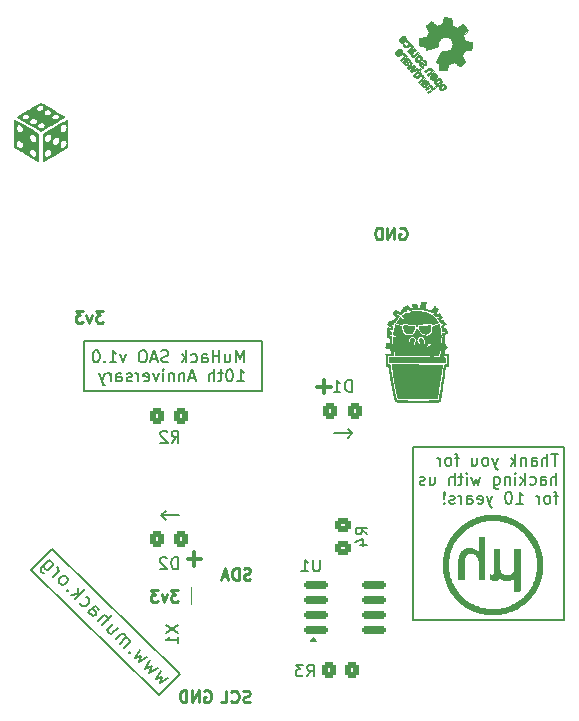
<source format=gbr>
%TF.GenerationSoftware,KiCad,Pcbnew,8.0.4*%
%TF.CreationDate,2024-09-30T12:03:32+02:00*%
%TF.ProjectId,MuHack_10th_pendant,4d754861-636b-45f3-9130-74685f70656e,rev?*%
%TF.SameCoordinates,Original*%
%TF.FileFunction,Legend,Bot*%
%TF.FilePolarity,Positive*%
%FSLAX46Y46*%
G04 Gerber Fmt 4.6, Leading zero omitted, Abs format (unit mm)*
G04 Created by KiCad (PCBNEW 8.0.4) date 2024-09-30 12:03:32*
%MOMM*%
%LPD*%
G01*
G04 APERTURE LIST*
G04 Aperture macros list*
%AMRoundRect*
0 Rectangle with rounded corners*
0 $1 Rounding radius*
0 $2 $3 $4 $5 $6 $7 $8 $9 X,Y pos of 4 corners*
0 Add a 4 corners polygon primitive as box body*
4,1,4,$2,$3,$4,$5,$6,$7,$8,$9,$2,$3,0*
0 Add four circle primitives for the rounded corners*
1,1,$1+$1,$2,$3*
1,1,$1+$1,$4,$5*
1,1,$1+$1,$6,$7*
1,1,$1+$1,$8,$9*
0 Add four rect primitives between the rounded corners*
20,1,$1+$1,$2,$3,$4,$5,0*
20,1,$1+$1,$4,$5,$6,$7,0*
20,1,$1+$1,$6,$7,$8,$9,0*
20,1,$1+$1,$8,$9,$2,$3,0*%
%AMRotRect*
0 Rectangle, with rotation*
0 The origin of the aperture is its center*
0 $1 length*
0 $2 width*
0 $3 Rotation angle, in degrees counterclockwise*
0 Add horizontal line*
21,1,$1,$2,0,0,$3*%
G04 Aperture macros list end*
%ADD10C,0.250000*%
%ADD11C,0.200000*%
%ADD12C,0.300000*%
%ADD13C,0.150000*%
%ADD14C,0.000000*%
%ADD15C,0.010000*%
%ADD16C,0.120000*%
%ADD17C,3.100000*%
%ADD18RoundRect,0.250000X-0.325000X-0.450000X0.325000X-0.450000X0.325000X0.450000X-0.325000X0.450000X0*%
%ADD19RotRect,5.100000X5.100000X37.000000*%
%ADD20C,17.800000*%
%ADD21RoundRect,0.250000X-0.350000X-0.450000X0.350000X-0.450000X0.350000X0.450000X-0.350000X0.450000X0*%
%ADD22RoundRect,0.150000X-0.825000X-0.150000X0.825000X-0.150000X0.825000X0.150000X-0.825000X0.150000X0*%
%ADD23RoundRect,0.250000X0.450000X-0.350000X0.450000X0.350000X-0.450000X0.350000X-0.450000X-0.350000X0*%
%ADD24R,0.800000X1.000000*%
%ADD25R,1.500000X0.700000*%
%ADD26RoundRect,0.250000X0.325000X0.450000X-0.325000X0.450000X-0.325000X-0.450000X0.325000X-0.450000X0*%
%ADD27R,1.000000X3.150000*%
%ADD28RoundRect,0.250000X0.350000X0.450000X-0.350000X0.450000X-0.350000X-0.450000X0.350000X-0.450000X0*%
G04 APERTURE END LIST*
D10*
X107843622Y-84682238D02*
X107938860Y-84634619D01*
X107938860Y-84634619D02*
X108081717Y-84634619D01*
X108081717Y-84634619D02*
X108224574Y-84682238D01*
X108224574Y-84682238D02*
X108319812Y-84777476D01*
X108319812Y-84777476D02*
X108367431Y-84872714D01*
X108367431Y-84872714D02*
X108415050Y-85063190D01*
X108415050Y-85063190D02*
X108415050Y-85206047D01*
X108415050Y-85206047D02*
X108367431Y-85396523D01*
X108367431Y-85396523D02*
X108319812Y-85491761D01*
X108319812Y-85491761D02*
X108224574Y-85587000D01*
X108224574Y-85587000D02*
X108081717Y-85634619D01*
X108081717Y-85634619D02*
X107986479Y-85634619D01*
X107986479Y-85634619D02*
X107843622Y-85587000D01*
X107843622Y-85587000D02*
X107796003Y-85539380D01*
X107796003Y-85539380D02*
X107796003Y-85206047D01*
X107796003Y-85206047D02*
X107986479Y-85206047D01*
X107367431Y-85634619D02*
X107367431Y-84634619D01*
X107367431Y-84634619D02*
X106796003Y-85634619D01*
X106796003Y-85634619D02*
X106796003Y-84634619D01*
X106319812Y-85634619D02*
X106319812Y-84634619D01*
X106319812Y-84634619D02*
X106081717Y-84634619D01*
X106081717Y-84634619D02*
X105938860Y-84682238D01*
X105938860Y-84682238D02*
X105843622Y-84777476D01*
X105843622Y-84777476D02*
X105796003Y-84872714D01*
X105796003Y-84872714D02*
X105748384Y-85063190D01*
X105748384Y-85063190D02*
X105748384Y-85206047D01*
X105748384Y-85206047D02*
X105796003Y-85396523D01*
X105796003Y-85396523D02*
X105843622Y-85491761D01*
X105843622Y-85491761D02*
X105938860Y-85587000D01*
X105938860Y-85587000D02*
X106081717Y-85634619D01*
X106081717Y-85634619D02*
X106319812Y-85634619D01*
X82742669Y-91684619D02*
X82123622Y-91684619D01*
X82123622Y-91684619D02*
X82456955Y-92065571D01*
X82456955Y-92065571D02*
X82314098Y-92065571D01*
X82314098Y-92065571D02*
X82218860Y-92113190D01*
X82218860Y-92113190D02*
X82171241Y-92160809D01*
X82171241Y-92160809D02*
X82123622Y-92256047D01*
X82123622Y-92256047D02*
X82123622Y-92494142D01*
X82123622Y-92494142D02*
X82171241Y-92589380D01*
X82171241Y-92589380D02*
X82218860Y-92637000D01*
X82218860Y-92637000D02*
X82314098Y-92684619D01*
X82314098Y-92684619D02*
X82599812Y-92684619D01*
X82599812Y-92684619D02*
X82695050Y-92637000D01*
X82695050Y-92637000D02*
X82742669Y-92589380D01*
X81790288Y-92017952D02*
X81552193Y-92684619D01*
X81552193Y-92684619D02*
X81314098Y-92017952D01*
X81028383Y-91684619D02*
X80409336Y-91684619D01*
X80409336Y-91684619D02*
X80742669Y-92065571D01*
X80742669Y-92065571D02*
X80599812Y-92065571D01*
X80599812Y-92065571D02*
X80504574Y-92113190D01*
X80504574Y-92113190D02*
X80456955Y-92160809D01*
X80456955Y-92160809D02*
X80409336Y-92256047D01*
X80409336Y-92256047D02*
X80409336Y-92494142D01*
X80409336Y-92494142D02*
X80456955Y-92589380D01*
X80456955Y-92589380D02*
X80504574Y-92637000D01*
X80504574Y-92637000D02*
X80599812Y-92684619D01*
X80599812Y-92684619D02*
X80885526Y-92684619D01*
X80885526Y-92684619D02*
X80980764Y-92637000D01*
X80980764Y-92637000D02*
X81028383Y-92589380D01*
D11*
X108960000Y-103190000D02*
X121790000Y-103190000D01*
X121790000Y-117880000D01*
X108960000Y-117880000D01*
X108960000Y-103190000D01*
X81135000Y-94250000D02*
X96145000Y-94250000D01*
X96145000Y-98480000D01*
X81135000Y-98480000D01*
X81135000Y-94250000D01*
X89251791Y-122456367D02*
X87497664Y-124180494D01*
X76657717Y-113594547D01*
X78411844Y-111870420D01*
X89251791Y-122456367D01*
D12*
X102000806Y-98110425D02*
X100857949Y-98110425D01*
X101429377Y-98681853D02*
X101429377Y-97538996D01*
D11*
X94615326Y-96037275D02*
X94615326Y-95037275D01*
X94615326Y-95037275D02*
X94281993Y-95751560D01*
X94281993Y-95751560D02*
X93948660Y-95037275D01*
X93948660Y-95037275D02*
X93948660Y-96037275D01*
X93043898Y-95370608D02*
X93043898Y-96037275D01*
X93472469Y-95370608D02*
X93472469Y-95894417D01*
X93472469Y-95894417D02*
X93424850Y-95989656D01*
X93424850Y-95989656D02*
X93329612Y-96037275D01*
X93329612Y-96037275D02*
X93186755Y-96037275D01*
X93186755Y-96037275D02*
X93091517Y-95989656D01*
X93091517Y-95989656D02*
X93043898Y-95942036D01*
X92567707Y-96037275D02*
X92567707Y-95037275D01*
X92567707Y-95513465D02*
X91996279Y-95513465D01*
X91996279Y-96037275D02*
X91996279Y-95037275D01*
X91091517Y-96037275D02*
X91091517Y-95513465D01*
X91091517Y-95513465D02*
X91139136Y-95418227D01*
X91139136Y-95418227D02*
X91234374Y-95370608D01*
X91234374Y-95370608D02*
X91424850Y-95370608D01*
X91424850Y-95370608D02*
X91520088Y-95418227D01*
X91091517Y-95989656D02*
X91186755Y-96037275D01*
X91186755Y-96037275D02*
X91424850Y-96037275D01*
X91424850Y-96037275D02*
X91520088Y-95989656D01*
X91520088Y-95989656D02*
X91567707Y-95894417D01*
X91567707Y-95894417D02*
X91567707Y-95799179D01*
X91567707Y-95799179D02*
X91520088Y-95703941D01*
X91520088Y-95703941D02*
X91424850Y-95656322D01*
X91424850Y-95656322D02*
X91186755Y-95656322D01*
X91186755Y-95656322D02*
X91091517Y-95608703D01*
X90186755Y-95989656D02*
X90281993Y-96037275D01*
X90281993Y-96037275D02*
X90472469Y-96037275D01*
X90472469Y-96037275D02*
X90567707Y-95989656D01*
X90567707Y-95989656D02*
X90615326Y-95942036D01*
X90615326Y-95942036D02*
X90662945Y-95846798D01*
X90662945Y-95846798D02*
X90662945Y-95561084D01*
X90662945Y-95561084D02*
X90615326Y-95465846D01*
X90615326Y-95465846D02*
X90567707Y-95418227D01*
X90567707Y-95418227D02*
X90472469Y-95370608D01*
X90472469Y-95370608D02*
X90281993Y-95370608D01*
X90281993Y-95370608D02*
X90186755Y-95418227D01*
X89758183Y-96037275D02*
X89758183Y-95037275D01*
X89662945Y-95656322D02*
X89377231Y-96037275D01*
X89377231Y-95370608D02*
X89758183Y-95751560D01*
X88234373Y-95989656D02*
X88091516Y-96037275D01*
X88091516Y-96037275D02*
X87853421Y-96037275D01*
X87853421Y-96037275D02*
X87758183Y-95989656D01*
X87758183Y-95989656D02*
X87710564Y-95942036D01*
X87710564Y-95942036D02*
X87662945Y-95846798D01*
X87662945Y-95846798D02*
X87662945Y-95751560D01*
X87662945Y-95751560D02*
X87710564Y-95656322D01*
X87710564Y-95656322D02*
X87758183Y-95608703D01*
X87758183Y-95608703D02*
X87853421Y-95561084D01*
X87853421Y-95561084D02*
X88043897Y-95513465D01*
X88043897Y-95513465D02*
X88139135Y-95465846D01*
X88139135Y-95465846D02*
X88186754Y-95418227D01*
X88186754Y-95418227D02*
X88234373Y-95322989D01*
X88234373Y-95322989D02*
X88234373Y-95227751D01*
X88234373Y-95227751D02*
X88186754Y-95132513D01*
X88186754Y-95132513D02*
X88139135Y-95084894D01*
X88139135Y-95084894D02*
X88043897Y-95037275D01*
X88043897Y-95037275D02*
X87805802Y-95037275D01*
X87805802Y-95037275D02*
X87662945Y-95084894D01*
X87281992Y-95751560D02*
X86805802Y-95751560D01*
X87377230Y-96037275D02*
X87043897Y-95037275D01*
X87043897Y-95037275D02*
X86710564Y-96037275D01*
X86186754Y-95037275D02*
X85996278Y-95037275D01*
X85996278Y-95037275D02*
X85901040Y-95084894D01*
X85901040Y-95084894D02*
X85805802Y-95180132D01*
X85805802Y-95180132D02*
X85758183Y-95370608D01*
X85758183Y-95370608D02*
X85758183Y-95703941D01*
X85758183Y-95703941D02*
X85805802Y-95894417D01*
X85805802Y-95894417D02*
X85901040Y-95989656D01*
X85901040Y-95989656D02*
X85996278Y-96037275D01*
X85996278Y-96037275D02*
X86186754Y-96037275D01*
X86186754Y-96037275D02*
X86281992Y-95989656D01*
X86281992Y-95989656D02*
X86377230Y-95894417D01*
X86377230Y-95894417D02*
X86424849Y-95703941D01*
X86424849Y-95703941D02*
X86424849Y-95370608D01*
X86424849Y-95370608D02*
X86377230Y-95180132D01*
X86377230Y-95180132D02*
X86281992Y-95084894D01*
X86281992Y-95084894D02*
X86186754Y-95037275D01*
X84662944Y-95370608D02*
X84424849Y-96037275D01*
X84424849Y-96037275D02*
X84186754Y-95370608D01*
X83281992Y-96037275D02*
X83853420Y-96037275D01*
X83567706Y-96037275D02*
X83567706Y-95037275D01*
X83567706Y-95037275D02*
X83662944Y-95180132D01*
X83662944Y-95180132D02*
X83758182Y-95275370D01*
X83758182Y-95275370D02*
X83853420Y-95322989D01*
X82853420Y-95942036D02*
X82805801Y-95989656D01*
X82805801Y-95989656D02*
X82853420Y-96037275D01*
X82853420Y-96037275D02*
X82901039Y-95989656D01*
X82901039Y-95989656D02*
X82853420Y-95942036D01*
X82853420Y-95942036D02*
X82853420Y-96037275D01*
X82186754Y-95037275D02*
X82091516Y-95037275D01*
X82091516Y-95037275D02*
X81996278Y-95084894D01*
X81996278Y-95084894D02*
X81948659Y-95132513D01*
X81948659Y-95132513D02*
X81901040Y-95227751D01*
X81901040Y-95227751D02*
X81853421Y-95418227D01*
X81853421Y-95418227D02*
X81853421Y-95656322D01*
X81853421Y-95656322D02*
X81901040Y-95846798D01*
X81901040Y-95846798D02*
X81948659Y-95942036D01*
X81948659Y-95942036D02*
X81996278Y-95989656D01*
X81996278Y-95989656D02*
X82091516Y-96037275D01*
X82091516Y-96037275D02*
X82186754Y-96037275D01*
X82186754Y-96037275D02*
X82281992Y-95989656D01*
X82281992Y-95989656D02*
X82329611Y-95942036D01*
X82329611Y-95942036D02*
X82377230Y-95846798D01*
X82377230Y-95846798D02*
X82424849Y-95656322D01*
X82424849Y-95656322D02*
X82424849Y-95418227D01*
X82424849Y-95418227D02*
X82377230Y-95227751D01*
X82377230Y-95227751D02*
X82329611Y-95132513D01*
X82329611Y-95132513D02*
X82281992Y-95084894D01*
X82281992Y-95084894D02*
X82186754Y-95037275D01*
X94091517Y-97647219D02*
X94662945Y-97647219D01*
X94377231Y-97647219D02*
X94377231Y-96647219D01*
X94377231Y-96647219D02*
X94472469Y-96790076D01*
X94472469Y-96790076D02*
X94567707Y-96885314D01*
X94567707Y-96885314D02*
X94662945Y-96932933D01*
X93472469Y-96647219D02*
X93377231Y-96647219D01*
X93377231Y-96647219D02*
X93281993Y-96694838D01*
X93281993Y-96694838D02*
X93234374Y-96742457D01*
X93234374Y-96742457D02*
X93186755Y-96837695D01*
X93186755Y-96837695D02*
X93139136Y-97028171D01*
X93139136Y-97028171D02*
X93139136Y-97266266D01*
X93139136Y-97266266D02*
X93186755Y-97456742D01*
X93186755Y-97456742D02*
X93234374Y-97551980D01*
X93234374Y-97551980D02*
X93281993Y-97599600D01*
X93281993Y-97599600D02*
X93377231Y-97647219D01*
X93377231Y-97647219D02*
X93472469Y-97647219D01*
X93472469Y-97647219D02*
X93567707Y-97599600D01*
X93567707Y-97599600D02*
X93615326Y-97551980D01*
X93615326Y-97551980D02*
X93662945Y-97456742D01*
X93662945Y-97456742D02*
X93710564Y-97266266D01*
X93710564Y-97266266D02*
X93710564Y-97028171D01*
X93710564Y-97028171D02*
X93662945Y-96837695D01*
X93662945Y-96837695D02*
X93615326Y-96742457D01*
X93615326Y-96742457D02*
X93567707Y-96694838D01*
X93567707Y-96694838D02*
X93472469Y-96647219D01*
X92853421Y-96980552D02*
X92472469Y-96980552D01*
X92710564Y-96647219D02*
X92710564Y-97504361D01*
X92710564Y-97504361D02*
X92662945Y-97599600D01*
X92662945Y-97599600D02*
X92567707Y-97647219D01*
X92567707Y-97647219D02*
X92472469Y-97647219D01*
X92139135Y-97647219D02*
X92139135Y-96647219D01*
X91710564Y-97647219D02*
X91710564Y-97123409D01*
X91710564Y-97123409D02*
X91758183Y-97028171D01*
X91758183Y-97028171D02*
X91853421Y-96980552D01*
X91853421Y-96980552D02*
X91996278Y-96980552D01*
X91996278Y-96980552D02*
X92091516Y-97028171D01*
X92091516Y-97028171D02*
X92139135Y-97075790D01*
X90520087Y-97361504D02*
X90043897Y-97361504D01*
X90615325Y-97647219D02*
X90281992Y-96647219D01*
X90281992Y-96647219D02*
X89948659Y-97647219D01*
X89615325Y-96980552D02*
X89615325Y-97647219D01*
X89615325Y-97075790D02*
X89567706Y-97028171D01*
X89567706Y-97028171D02*
X89472468Y-96980552D01*
X89472468Y-96980552D02*
X89329611Y-96980552D01*
X89329611Y-96980552D02*
X89234373Y-97028171D01*
X89234373Y-97028171D02*
X89186754Y-97123409D01*
X89186754Y-97123409D02*
X89186754Y-97647219D01*
X88710563Y-96980552D02*
X88710563Y-97647219D01*
X88710563Y-97075790D02*
X88662944Y-97028171D01*
X88662944Y-97028171D02*
X88567706Y-96980552D01*
X88567706Y-96980552D02*
X88424849Y-96980552D01*
X88424849Y-96980552D02*
X88329611Y-97028171D01*
X88329611Y-97028171D02*
X88281992Y-97123409D01*
X88281992Y-97123409D02*
X88281992Y-97647219D01*
X87805801Y-97647219D02*
X87805801Y-96980552D01*
X87805801Y-96647219D02*
X87853420Y-96694838D01*
X87853420Y-96694838D02*
X87805801Y-96742457D01*
X87805801Y-96742457D02*
X87758182Y-96694838D01*
X87758182Y-96694838D02*
X87805801Y-96647219D01*
X87805801Y-96647219D02*
X87805801Y-96742457D01*
X87424849Y-96980552D02*
X87186754Y-97647219D01*
X87186754Y-97647219D02*
X86948659Y-96980552D01*
X86186754Y-97599600D02*
X86281992Y-97647219D01*
X86281992Y-97647219D02*
X86472468Y-97647219D01*
X86472468Y-97647219D02*
X86567706Y-97599600D01*
X86567706Y-97599600D02*
X86615325Y-97504361D01*
X86615325Y-97504361D02*
X86615325Y-97123409D01*
X86615325Y-97123409D02*
X86567706Y-97028171D01*
X86567706Y-97028171D02*
X86472468Y-96980552D01*
X86472468Y-96980552D02*
X86281992Y-96980552D01*
X86281992Y-96980552D02*
X86186754Y-97028171D01*
X86186754Y-97028171D02*
X86139135Y-97123409D01*
X86139135Y-97123409D02*
X86139135Y-97218647D01*
X86139135Y-97218647D02*
X86615325Y-97313885D01*
X85710563Y-97647219D02*
X85710563Y-96980552D01*
X85710563Y-97171028D02*
X85662944Y-97075790D01*
X85662944Y-97075790D02*
X85615325Y-97028171D01*
X85615325Y-97028171D02*
X85520087Y-96980552D01*
X85520087Y-96980552D02*
X85424849Y-96980552D01*
X85139134Y-97599600D02*
X85043896Y-97647219D01*
X85043896Y-97647219D02*
X84853420Y-97647219D01*
X84853420Y-97647219D02*
X84758182Y-97599600D01*
X84758182Y-97599600D02*
X84710563Y-97504361D01*
X84710563Y-97504361D02*
X84710563Y-97456742D01*
X84710563Y-97456742D02*
X84758182Y-97361504D01*
X84758182Y-97361504D02*
X84853420Y-97313885D01*
X84853420Y-97313885D02*
X84996277Y-97313885D01*
X84996277Y-97313885D02*
X85091515Y-97266266D01*
X85091515Y-97266266D02*
X85139134Y-97171028D01*
X85139134Y-97171028D02*
X85139134Y-97123409D01*
X85139134Y-97123409D02*
X85091515Y-97028171D01*
X85091515Y-97028171D02*
X84996277Y-96980552D01*
X84996277Y-96980552D02*
X84853420Y-96980552D01*
X84853420Y-96980552D02*
X84758182Y-97028171D01*
X83853420Y-97647219D02*
X83853420Y-97123409D01*
X83853420Y-97123409D02*
X83901039Y-97028171D01*
X83901039Y-97028171D02*
X83996277Y-96980552D01*
X83996277Y-96980552D02*
X84186753Y-96980552D01*
X84186753Y-96980552D02*
X84281991Y-97028171D01*
X83853420Y-97599600D02*
X83948658Y-97647219D01*
X83948658Y-97647219D02*
X84186753Y-97647219D01*
X84186753Y-97647219D02*
X84281991Y-97599600D01*
X84281991Y-97599600D02*
X84329610Y-97504361D01*
X84329610Y-97504361D02*
X84329610Y-97409123D01*
X84329610Y-97409123D02*
X84281991Y-97313885D01*
X84281991Y-97313885D02*
X84186753Y-97266266D01*
X84186753Y-97266266D02*
X83948658Y-97266266D01*
X83948658Y-97266266D02*
X83853420Y-97218647D01*
X83377229Y-97647219D02*
X83377229Y-96980552D01*
X83377229Y-97171028D02*
X83329610Y-97075790D01*
X83329610Y-97075790D02*
X83281991Y-97028171D01*
X83281991Y-97028171D02*
X83186753Y-96980552D01*
X83186753Y-96980552D02*
X83091515Y-96980552D01*
X82853419Y-96980552D02*
X82615324Y-97647219D01*
X82377229Y-96980552D02*
X82615324Y-97647219D01*
X82615324Y-97647219D02*
X82710562Y-97885314D01*
X82710562Y-97885314D02*
X82758181Y-97932933D01*
X82758181Y-97932933D02*
X82853419Y-97980552D01*
D10*
X89100669Y-115334619D02*
X88481622Y-115334619D01*
X88481622Y-115334619D02*
X88814955Y-115715571D01*
X88814955Y-115715571D02*
X88672098Y-115715571D01*
X88672098Y-115715571D02*
X88576860Y-115763190D01*
X88576860Y-115763190D02*
X88529241Y-115810809D01*
X88529241Y-115810809D02*
X88481622Y-115906047D01*
X88481622Y-115906047D02*
X88481622Y-116144142D01*
X88481622Y-116144142D02*
X88529241Y-116239380D01*
X88529241Y-116239380D02*
X88576860Y-116287000D01*
X88576860Y-116287000D02*
X88672098Y-116334619D01*
X88672098Y-116334619D02*
X88957812Y-116334619D01*
X88957812Y-116334619D02*
X89053050Y-116287000D01*
X89053050Y-116287000D02*
X89100669Y-116239380D01*
X88148288Y-115667952D02*
X87910193Y-116334619D01*
X87910193Y-116334619D02*
X87672098Y-115667952D01*
X87386383Y-115334619D02*
X86767336Y-115334619D01*
X86767336Y-115334619D02*
X87100669Y-115715571D01*
X87100669Y-115715571D02*
X86957812Y-115715571D01*
X86957812Y-115715571D02*
X86862574Y-115763190D01*
X86862574Y-115763190D02*
X86814955Y-115810809D01*
X86814955Y-115810809D02*
X86767336Y-115906047D01*
X86767336Y-115906047D02*
X86767336Y-116144142D01*
X86767336Y-116144142D02*
X86814955Y-116239380D01*
X86814955Y-116239380D02*
X86862574Y-116287000D01*
X86862574Y-116287000D02*
X86957812Y-116334619D01*
X86957812Y-116334619D02*
X87243526Y-116334619D01*
X87243526Y-116334619D02*
X87338764Y-116287000D01*
X87338764Y-116287000D02*
X87386383Y-116239380D01*
X95149050Y-124785000D02*
X95006193Y-124832619D01*
X95006193Y-124832619D02*
X94768098Y-124832619D01*
X94768098Y-124832619D02*
X94672860Y-124785000D01*
X94672860Y-124785000D02*
X94625241Y-124737380D01*
X94625241Y-124737380D02*
X94577622Y-124642142D01*
X94577622Y-124642142D02*
X94577622Y-124546904D01*
X94577622Y-124546904D02*
X94625241Y-124451666D01*
X94625241Y-124451666D02*
X94672860Y-124404047D01*
X94672860Y-124404047D02*
X94768098Y-124356428D01*
X94768098Y-124356428D02*
X94958574Y-124308809D01*
X94958574Y-124308809D02*
X95053812Y-124261190D01*
X95053812Y-124261190D02*
X95101431Y-124213571D01*
X95101431Y-124213571D02*
X95149050Y-124118333D01*
X95149050Y-124118333D02*
X95149050Y-124023095D01*
X95149050Y-124023095D02*
X95101431Y-123927857D01*
X95101431Y-123927857D02*
X95053812Y-123880238D01*
X95053812Y-123880238D02*
X94958574Y-123832619D01*
X94958574Y-123832619D02*
X94720479Y-123832619D01*
X94720479Y-123832619D02*
X94577622Y-123880238D01*
X93577622Y-124737380D02*
X93625241Y-124785000D01*
X93625241Y-124785000D02*
X93768098Y-124832619D01*
X93768098Y-124832619D02*
X93863336Y-124832619D01*
X93863336Y-124832619D02*
X94006193Y-124785000D01*
X94006193Y-124785000D02*
X94101431Y-124689761D01*
X94101431Y-124689761D02*
X94149050Y-124594523D01*
X94149050Y-124594523D02*
X94196669Y-124404047D01*
X94196669Y-124404047D02*
X94196669Y-124261190D01*
X94196669Y-124261190D02*
X94149050Y-124070714D01*
X94149050Y-124070714D02*
X94101431Y-123975476D01*
X94101431Y-123975476D02*
X94006193Y-123880238D01*
X94006193Y-123880238D02*
X93863336Y-123832619D01*
X93863336Y-123832619D02*
X93768098Y-123832619D01*
X93768098Y-123832619D02*
X93625241Y-123880238D01*
X93625241Y-123880238D02*
X93577622Y-123927857D01*
X92672860Y-124832619D02*
X93149050Y-124832619D01*
X93149050Y-124832619D02*
X93149050Y-123832619D01*
D11*
X88232625Y-122808858D02*
X87505315Y-123212919D01*
X87505315Y-123212919D02*
X87747751Y-122647234D01*
X87747751Y-122647234D02*
X87182066Y-122889671D01*
X87182066Y-122889671D02*
X87586127Y-122162361D01*
X87343690Y-121919924D02*
X86616380Y-122323985D01*
X86616380Y-122323985D02*
X86858817Y-121758300D01*
X86858817Y-121758300D02*
X86293132Y-122000736D01*
X86293132Y-122000736D02*
X86697193Y-121273427D01*
X86454756Y-121030990D02*
X85727446Y-121435051D01*
X85727446Y-121435051D02*
X85969883Y-120869365D01*
X85969883Y-120869365D02*
X85404197Y-121111802D01*
X85404197Y-121111802D02*
X85808258Y-120384492D01*
X85000136Y-120546116D02*
X84919324Y-120546116D01*
X84919324Y-120546116D02*
X84919324Y-120626929D01*
X84919324Y-120626929D02*
X85000136Y-120626929D01*
X85000136Y-120626929D02*
X85000136Y-120546116D01*
X85000136Y-120546116D02*
X84919324Y-120626929D01*
X84515263Y-120222867D02*
X85080948Y-119657182D01*
X85000136Y-119737994D02*
X85000136Y-119657182D01*
X85000136Y-119657182D02*
X84959730Y-119535964D01*
X84959730Y-119535964D02*
X84838511Y-119414745D01*
X84838511Y-119414745D02*
X84717293Y-119374339D01*
X84717293Y-119374339D02*
X84596075Y-119414745D01*
X84596075Y-119414745D02*
X84151608Y-119859212D01*
X84596075Y-119414745D02*
X84636481Y-119293527D01*
X84636481Y-119293527D02*
X84596075Y-119172309D01*
X84596075Y-119172309D02*
X84474856Y-119051090D01*
X84474856Y-119051090D02*
X84353638Y-119010684D01*
X84353638Y-119010684D02*
X84232420Y-119051090D01*
X84232420Y-119051090D02*
X83787953Y-119495558D01*
X83585922Y-118162156D02*
X83020237Y-118727842D01*
X83949577Y-118525811D02*
X83505110Y-118970278D01*
X83505110Y-118970278D02*
X83383892Y-119010684D01*
X83383892Y-119010684D02*
X83262673Y-118970278D01*
X83262673Y-118970278D02*
X83141455Y-118849060D01*
X83141455Y-118849060D02*
X83101049Y-118727842D01*
X83101049Y-118727842D02*
X83101049Y-118647029D01*
X82616176Y-118323781D02*
X83464704Y-117475253D01*
X82252521Y-117960126D02*
X82696988Y-117515659D01*
X82696988Y-117515659D02*
X82818206Y-117475253D01*
X82818206Y-117475253D02*
X82939425Y-117515659D01*
X82939425Y-117515659D02*
X83060643Y-117636877D01*
X83060643Y-117636877D02*
X83101049Y-117758095D01*
X83101049Y-117758095D02*
X83101049Y-117838908D01*
X81484805Y-117192410D02*
X81929272Y-116747943D01*
X81929272Y-116747943D02*
X82050491Y-116707537D01*
X82050491Y-116707537D02*
X82171709Y-116747943D01*
X82171709Y-116747943D02*
X82333333Y-116909567D01*
X82333333Y-116909567D02*
X82373740Y-117030786D01*
X81525211Y-117152004D02*
X81565618Y-117273222D01*
X81565618Y-117273222D02*
X81767648Y-117475253D01*
X81767648Y-117475253D02*
X81888866Y-117515659D01*
X81888866Y-117515659D02*
X82010085Y-117475253D01*
X82010085Y-117475253D02*
X82090897Y-117394441D01*
X82090897Y-117394441D02*
X82131303Y-117273222D01*
X82131303Y-117273222D02*
X82090897Y-117152004D01*
X82090897Y-117152004D02*
X81888866Y-116949974D01*
X81888866Y-116949974D02*
X81848460Y-116828755D01*
X80757496Y-116384288D02*
X80797902Y-116505507D01*
X80797902Y-116505507D02*
X80959526Y-116667131D01*
X80959526Y-116667131D02*
X81080745Y-116707537D01*
X81080745Y-116707537D02*
X81161557Y-116707537D01*
X81161557Y-116707537D02*
X81282775Y-116667131D01*
X81282775Y-116667131D02*
X81525212Y-116424694D01*
X81525212Y-116424694D02*
X81565618Y-116303476D01*
X81565618Y-116303476D02*
X81565618Y-116222664D01*
X81565618Y-116222664D02*
X81525212Y-116101446D01*
X81525212Y-116101446D02*
X81363587Y-115939821D01*
X81363587Y-115939821D02*
X81242369Y-115899415D01*
X80353435Y-116061040D02*
X81201963Y-115212512D01*
X80595872Y-115656979D02*
X80030186Y-115737791D01*
X80595872Y-115172106D02*
X80595872Y-115818603D01*
X79747343Y-115293324D02*
X79666531Y-115293324D01*
X79666531Y-115293324D02*
X79666531Y-115374136D01*
X79666531Y-115374136D02*
X79747343Y-115374136D01*
X79747343Y-115374136D02*
X79747343Y-115293324D01*
X79747343Y-115293324D02*
X79666531Y-115374136D01*
X79141251Y-114848856D02*
X79262470Y-114889262D01*
X79262470Y-114889262D02*
X79343282Y-114889262D01*
X79343282Y-114889262D02*
X79464500Y-114848856D01*
X79464500Y-114848856D02*
X79706937Y-114606420D01*
X79706937Y-114606420D02*
X79747343Y-114485201D01*
X79747343Y-114485201D02*
X79747343Y-114404389D01*
X79747343Y-114404389D02*
X79706937Y-114283171D01*
X79706937Y-114283171D02*
X79585718Y-114161952D01*
X79585718Y-114161952D02*
X79464500Y-114121546D01*
X79464500Y-114121546D02*
X79383688Y-114121546D01*
X79383688Y-114121546D02*
X79262470Y-114161952D01*
X79262470Y-114161952D02*
X79020033Y-114404389D01*
X79020033Y-114404389D02*
X78979627Y-114525607D01*
X78979627Y-114525607D02*
X78979627Y-114606420D01*
X78979627Y-114606420D02*
X79020033Y-114727638D01*
X79020033Y-114727638D02*
X79141251Y-114848856D01*
X78494754Y-114202359D02*
X79060439Y-113636673D01*
X78898815Y-113798298D02*
X78939221Y-113677079D01*
X78939221Y-113677079D02*
X78939221Y-113596267D01*
X78939221Y-113596267D02*
X78898815Y-113475049D01*
X78898815Y-113475049D02*
X78818003Y-113394237D01*
X78171505Y-112747739D02*
X77484601Y-113434643D01*
X77484601Y-113434643D02*
X77444195Y-113555861D01*
X77444195Y-113555861D02*
X77444195Y-113636673D01*
X77444195Y-113636673D02*
X77484601Y-113757892D01*
X77484601Y-113757892D02*
X77605820Y-113879110D01*
X77605820Y-113879110D02*
X77727038Y-113919516D01*
X77646226Y-113273018D02*
X77686632Y-113394237D01*
X77686632Y-113394237D02*
X77848256Y-113555861D01*
X77848256Y-113555861D02*
X77969475Y-113596267D01*
X77969475Y-113596267D02*
X78050287Y-113596267D01*
X78050287Y-113596267D02*
X78171505Y-113555861D01*
X78171505Y-113555861D02*
X78413942Y-113313425D01*
X78413942Y-113313425D02*
X78454348Y-113192206D01*
X78454348Y-113192206D02*
X78454348Y-113111394D01*
X78454348Y-113111394D02*
X78413942Y-112990176D01*
X78413942Y-112990176D02*
X78252317Y-112828551D01*
X78252317Y-112828551D02*
X78131099Y-112788145D01*
D12*
X91025489Y-112689400D02*
X89882632Y-112689400D01*
X90454060Y-113260828D02*
X90454060Y-112117971D01*
D11*
X89151578Y-108977066D02*
X87627768Y-108977066D01*
X88008720Y-108596114D02*
X87627768Y-108977066D01*
X87627768Y-108977066D02*
X88008720Y-109358019D01*
X121243183Y-103797331D02*
X120671755Y-103797331D01*
X120957469Y-104797331D02*
X120957469Y-103797331D01*
X120338421Y-104797331D02*
X120338421Y-103797331D01*
X119909850Y-104797331D02*
X119909850Y-104273521D01*
X119909850Y-104273521D02*
X119957469Y-104178283D01*
X119957469Y-104178283D02*
X120052707Y-104130664D01*
X120052707Y-104130664D02*
X120195564Y-104130664D01*
X120195564Y-104130664D02*
X120290802Y-104178283D01*
X120290802Y-104178283D02*
X120338421Y-104225902D01*
X119005088Y-104797331D02*
X119005088Y-104273521D01*
X119005088Y-104273521D02*
X119052707Y-104178283D01*
X119052707Y-104178283D02*
X119147945Y-104130664D01*
X119147945Y-104130664D02*
X119338421Y-104130664D01*
X119338421Y-104130664D02*
X119433659Y-104178283D01*
X119005088Y-104749712D02*
X119100326Y-104797331D01*
X119100326Y-104797331D02*
X119338421Y-104797331D01*
X119338421Y-104797331D02*
X119433659Y-104749712D01*
X119433659Y-104749712D02*
X119481278Y-104654473D01*
X119481278Y-104654473D02*
X119481278Y-104559235D01*
X119481278Y-104559235D02*
X119433659Y-104463997D01*
X119433659Y-104463997D02*
X119338421Y-104416378D01*
X119338421Y-104416378D02*
X119100326Y-104416378D01*
X119100326Y-104416378D02*
X119005088Y-104368759D01*
X118528897Y-104130664D02*
X118528897Y-104797331D01*
X118528897Y-104225902D02*
X118481278Y-104178283D01*
X118481278Y-104178283D02*
X118386040Y-104130664D01*
X118386040Y-104130664D02*
X118243183Y-104130664D01*
X118243183Y-104130664D02*
X118147945Y-104178283D01*
X118147945Y-104178283D02*
X118100326Y-104273521D01*
X118100326Y-104273521D02*
X118100326Y-104797331D01*
X117624135Y-104797331D02*
X117624135Y-103797331D01*
X117528897Y-104416378D02*
X117243183Y-104797331D01*
X117243183Y-104130664D02*
X117624135Y-104511616D01*
X116147944Y-104130664D02*
X115909849Y-104797331D01*
X115671754Y-104130664D02*
X115909849Y-104797331D01*
X115909849Y-104797331D02*
X116005087Y-105035426D01*
X116005087Y-105035426D02*
X116052706Y-105083045D01*
X116052706Y-105083045D02*
X116147944Y-105130664D01*
X115147944Y-104797331D02*
X115243182Y-104749712D01*
X115243182Y-104749712D02*
X115290801Y-104702092D01*
X115290801Y-104702092D02*
X115338420Y-104606854D01*
X115338420Y-104606854D02*
X115338420Y-104321140D01*
X115338420Y-104321140D02*
X115290801Y-104225902D01*
X115290801Y-104225902D02*
X115243182Y-104178283D01*
X115243182Y-104178283D02*
X115147944Y-104130664D01*
X115147944Y-104130664D02*
X115005087Y-104130664D01*
X115005087Y-104130664D02*
X114909849Y-104178283D01*
X114909849Y-104178283D02*
X114862230Y-104225902D01*
X114862230Y-104225902D02*
X114814611Y-104321140D01*
X114814611Y-104321140D02*
X114814611Y-104606854D01*
X114814611Y-104606854D02*
X114862230Y-104702092D01*
X114862230Y-104702092D02*
X114909849Y-104749712D01*
X114909849Y-104749712D02*
X115005087Y-104797331D01*
X115005087Y-104797331D02*
X115147944Y-104797331D01*
X113957468Y-104130664D02*
X113957468Y-104797331D01*
X114386039Y-104130664D02*
X114386039Y-104654473D01*
X114386039Y-104654473D02*
X114338420Y-104749712D01*
X114338420Y-104749712D02*
X114243182Y-104797331D01*
X114243182Y-104797331D02*
X114100325Y-104797331D01*
X114100325Y-104797331D02*
X114005087Y-104749712D01*
X114005087Y-104749712D02*
X113957468Y-104702092D01*
X112862229Y-104130664D02*
X112481277Y-104130664D01*
X112719372Y-104797331D02*
X112719372Y-103940188D01*
X112719372Y-103940188D02*
X112671753Y-103844950D01*
X112671753Y-103844950D02*
X112576515Y-103797331D01*
X112576515Y-103797331D02*
X112481277Y-103797331D01*
X112005086Y-104797331D02*
X112100324Y-104749712D01*
X112100324Y-104749712D02*
X112147943Y-104702092D01*
X112147943Y-104702092D02*
X112195562Y-104606854D01*
X112195562Y-104606854D02*
X112195562Y-104321140D01*
X112195562Y-104321140D02*
X112147943Y-104225902D01*
X112147943Y-104225902D02*
X112100324Y-104178283D01*
X112100324Y-104178283D02*
X112005086Y-104130664D01*
X112005086Y-104130664D02*
X111862229Y-104130664D01*
X111862229Y-104130664D02*
X111766991Y-104178283D01*
X111766991Y-104178283D02*
X111719372Y-104225902D01*
X111719372Y-104225902D02*
X111671753Y-104321140D01*
X111671753Y-104321140D02*
X111671753Y-104606854D01*
X111671753Y-104606854D02*
X111719372Y-104702092D01*
X111719372Y-104702092D02*
X111766991Y-104749712D01*
X111766991Y-104749712D02*
X111862229Y-104797331D01*
X111862229Y-104797331D02*
X112005086Y-104797331D01*
X111243181Y-104797331D02*
X111243181Y-104130664D01*
X111243181Y-104321140D02*
X111195562Y-104225902D01*
X111195562Y-104225902D02*
X111147943Y-104178283D01*
X111147943Y-104178283D02*
X111052705Y-104130664D01*
X111052705Y-104130664D02*
X110957467Y-104130664D01*
X121100326Y-106407275D02*
X121100326Y-105407275D01*
X120671755Y-106407275D02*
X120671755Y-105883465D01*
X120671755Y-105883465D02*
X120719374Y-105788227D01*
X120719374Y-105788227D02*
X120814612Y-105740608D01*
X120814612Y-105740608D02*
X120957469Y-105740608D01*
X120957469Y-105740608D02*
X121052707Y-105788227D01*
X121052707Y-105788227D02*
X121100326Y-105835846D01*
X119766993Y-106407275D02*
X119766993Y-105883465D01*
X119766993Y-105883465D02*
X119814612Y-105788227D01*
X119814612Y-105788227D02*
X119909850Y-105740608D01*
X119909850Y-105740608D02*
X120100326Y-105740608D01*
X120100326Y-105740608D02*
X120195564Y-105788227D01*
X119766993Y-106359656D02*
X119862231Y-106407275D01*
X119862231Y-106407275D02*
X120100326Y-106407275D01*
X120100326Y-106407275D02*
X120195564Y-106359656D01*
X120195564Y-106359656D02*
X120243183Y-106264417D01*
X120243183Y-106264417D02*
X120243183Y-106169179D01*
X120243183Y-106169179D02*
X120195564Y-106073941D01*
X120195564Y-106073941D02*
X120100326Y-106026322D01*
X120100326Y-106026322D02*
X119862231Y-106026322D01*
X119862231Y-106026322D02*
X119766993Y-105978703D01*
X118862231Y-106359656D02*
X118957469Y-106407275D01*
X118957469Y-106407275D02*
X119147945Y-106407275D01*
X119147945Y-106407275D02*
X119243183Y-106359656D01*
X119243183Y-106359656D02*
X119290802Y-106312036D01*
X119290802Y-106312036D02*
X119338421Y-106216798D01*
X119338421Y-106216798D02*
X119338421Y-105931084D01*
X119338421Y-105931084D02*
X119290802Y-105835846D01*
X119290802Y-105835846D02*
X119243183Y-105788227D01*
X119243183Y-105788227D02*
X119147945Y-105740608D01*
X119147945Y-105740608D02*
X118957469Y-105740608D01*
X118957469Y-105740608D02*
X118862231Y-105788227D01*
X118433659Y-106407275D02*
X118433659Y-105407275D01*
X118338421Y-106026322D02*
X118052707Y-106407275D01*
X118052707Y-105740608D02*
X118433659Y-106121560D01*
X117624135Y-106407275D02*
X117624135Y-105740608D01*
X117624135Y-105407275D02*
X117671754Y-105454894D01*
X117671754Y-105454894D02*
X117624135Y-105502513D01*
X117624135Y-105502513D02*
X117576516Y-105454894D01*
X117576516Y-105454894D02*
X117624135Y-105407275D01*
X117624135Y-105407275D02*
X117624135Y-105502513D01*
X117147945Y-105740608D02*
X117147945Y-106407275D01*
X117147945Y-105835846D02*
X117100326Y-105788227D01*
X117100326Y-105788227D02*
X117005088Y-105740608D01*
X117005088Y-105740608D02*
X116862231Y-105740608D01*
X116862231Y-105740608D02*
X116766993Y-105788227D01*
X116766993Y-105788227D02*
X116719374Y-105883465D01*
X116719374Y-105883465D02*
X116719374Y-106407275D01*
X115814612Y-105740608D02*
X115814612Y-106550132D01*
X115814612Y-106550132D02*
X115862231Y-106645370D01*
X115862231Y-106645370D02*
X115909850Y-106692989D01*
X115909850Y-106692989D02*
X116005088Y-106740608D01*
X116005088Y-106740608D02*
X116147945Y-106740608D01*
X116147945Y-106740608D02*
X116243183Y-106692989D01*
X115814612Y-106359656D02*
X115909850Y-106407275D01*
X115909850Y-106407275D02*
X116100326Y-106407275D01*
X116100326Y-106407275D02*
X116195564Y-106359656D01*
X116195564Y-106359656D02*
X116243183Y-106312036D01*
X116243183Y-106312036D02*
X116290802Y-106216798D01*
X116290802Y-106216798D02*
X116290802Y-105931084D01*
X116290802Y-105931084D02*
X116243183Y-105835846D01*
X116243183Y-105835846D02*
X116195564Y-105788227D01*
X116195564Y-105788227D02*
X116100326Y-105740608D01*
X116100326Y-105740608D02*
X115909850Y-105740608D01*
X115909850Y-105740608D02*
X115814612Y-105788227D01*
X114671754Y-105740608D02*
X114481278Y-106407275D01*
X114481278Y-106407275D02*
X114290802Y-105931084D01*
X114290802Y-105931084D02*
X114100326Y-106407275D01*
X114100326Y-106407275D02*
X113909850Y-105740608D01*
X113528897Y-106407275D02*
X113528897Y-105740608D01*
X113528897Y-105407275D02*
X113576516Y-105454894D01*
X113576516Y-105454894D02*
X113528897Y-105502513D01*
X113528897Y-105502513D02*
X113481278Y-105454894D01*
X113481278Y-105454894D02*
X113528897Y-105407275D01*
X113528897Y-105407275D02*
X113528897Y-105502513D01*
X113195564Y-105740608D02*
X112814612Y-105740608D01*
X113052707Y-105407275D02*
X113052707Y-106264417D01*
X113052707Y-106264417D02*
X113005088Y-106359656D01*
X113005088Y-106359656D02*
X112909850Y-106407275D01*
X112909850Y-106407275D02*
X112814612Y-106407275D01*
X112481278Y-106407275D02*
X112481278Y-105407275D01*
X112052707Y-106407275D02*
X112052707Y-105883465D01*
X112052707Y-105883465D02*
X112100326Y-105788227D01*
X112100326Y-105788227D02*
X112195564Y-105740608D01*
X112195564Y-105740608D02*
X112338421Y-105740608D01*
X112338421Y-105740608D02*
X112433659Y-105788227D01*
X112433659Y-105788227D02*
X112481278Y-105835846D01*
X110386040Y-105740608D02*
X110386040Y-106407275D01*
X110814611Y-105740608D02*
X110814611Y-106264417D01*
X110814611Y-106264417D02*
X110766992Y-106359656D01*
X110766992Y-106359656D02*
X110671754Y-106407275D01*
X110671754Y-106407275D02*
X110528897Y-106407275D01*
X110528897Y-106407275D02*
X110433659Y-106359656D01*
X110433659Y-106359656D02*
X110386040Y-106312036D01*
X109957468Y-106359656D02*
X109862230Y-106407275D01*
X109862230Y-106407275D02*
X109671754Y-106407275D01*
X109671754Y-106407275D02*
X109576516Y-106359656D01*
X109576516Y-106359656D02*
X109528897Y-106264417D01*
X109528897Y-106264417D02*
X109528897Y-106216798D01*
X109528897Y-106216798D02*
X109576516Y-106121560D01*
X109576516Y-106121560D02*
X109671754Y-106073941D01*
X109671754Y-106073941D02*
X109814611Y-106073941D01*
X109814611Y-106073941D02*
X109909849Y-106026322D01*
X109909849Y-106026322D02*
X109957468Y-105931084D01*
X109957468Y-105931084D02*
X109957468Y-105883465D01*
X109957468Y-105883465D02*
X109909849Y-105788227D01*
X109909849Y-105788227D02*
X109814611Y-105740608D01*
X109814611Y-105740608D02*
X109671754Y-105740608D01*
X109671754Y-105740608D02*
X109576516Y-105788227D01*
X121243183Y-107350552D02*
X120862231Y-107350552D01*
X121100326Y-108017219D02*
X121100326Y-107160076D01*
X121100326Y-107160076D02*
X121052707Y-107064838D01*
X121052707Y-107064838D02*
X120957469Y-107017219D01*
X120957469Y-107017219D02*
X120862231Y-107017219D01*
X120386040Y-108017219D02*
X120481278Y-107969600D01*
X120481278Y-107969600D02*
X120528897Y-107921980D01*
X120528897Y-107921980D02*
X120576516Y-107826742D01*
X120576516Y-107826742D02*
X120576516Y-107541028D01*
X120576516Y-107541028D02*
X120528897Y-107445790D01*
X120528897Y-107445790D02*
X120481278Y-107398171D01*
X120481278Y-107398171D02*
X120386040Y-107350552D01*
X120386040Y-107350552D02*
X120243183Y-107350552D01*
X120243183Y-107350552D02*
X120147945Y-107398171D01*
X120147945Y-107398171D02*
X120100326Y-107445790D01*
X120100326Y-107445790D02*
X120052707Y-107541028D01*
X120052707Y-107541028D02*
X120052707Y-107826742D01*
X120052707Y-107826742D02*
X120100326Y-107921980D01*
X120100326Y-107921980D02*
X120147945Y-107969600D01*
X120147945Y-107969600D02*
X120243183Y-108017219D01*
X120243183Y-108017219D02*
X120386040Y-108017219D01*
X119624135Y-108017219D02*
X119624135Y-107350552D01*
X119624135Y-107541028D02*
X119576516Y-107445790D01*
X119576516Y-107445790D02*
X119528897Y-107398171D01*
X119528897Y-107398171D02*
X119433659Y-107350552D01*
X119433659Y-107350552D02*
X119338421Y-107350552D01*
X117719373Y-108017219D02*
X118290801Y-108017219D01*
X118005087Y-108017219D02*
X118005087Y-107017219D01*
X118005087Y-107017219D02*
X118100325Y-107160076D01*
X118100325Y-107160076D02*
X118195563Y-107255314D01*
X118195563Y-107255314D02*
X118290801Y-107302933D01*
X117100325Y-107017219D02*
X117005087Y-107017219D01*
X117005087Y-107017219D02*
X116909849Y-107064838D01*
X116909849Y-107064838D02*
X116862230Y-107112457D01*
X116862230Y-107112457D02*
X116814611Y-107207695D01*
X116814611Y-107207695D02*
X116766992Y-107398171D01*
X116766992Y-107398171D02*
X116766992Y-107636266D01*
X116766992Y-107636266D02*
X116814611Y-107826742D01*
X116814611Y-107826742D02*
X116862230Y-107921980D01*
X116862230Y-107921980D02*
X116909849Y-107969600D01*
X116909849Y-107969600D02*
X117005087Y-108017219D01*
X117005087Y-108017219D02*
X117100325Y-108017219D01*
X117100325Y-108017219D02*
X117195563Y-107969600D01*
X117195563Y-107969600D02*
X117243182Y-107921980D01*
X117243182Y-107921980D02*
X117290801Y-107826742D01*
X117290801Y-107826742D02*
X117338420Y-107636266D01*
X117338420Y-107636266D02*
X117338420Y-107398171D01*
X117338420Y-107398171D02*
X117290801Y-107207695D01*
X117290801Y-107207695D02*
X117243182Y-107112457D01*
X117243182Y-107112457D02*
X117195563Y-107064838D01*
X117195563Y-107064838D02*
X117100325Y-107017219D01*
X115671753Y-107350552D02*
X115433658Y-108017219D01*
X115195563Y-107350552D02*
X115433658Y-108017219D01*
X115433658Y-108017219D02*
X115528896Y-108255314D01*
X115528896Y-108255314D02*
X115576515Y-108302933D01*
X115576515Y-108302933D02*
X115671753Y-108350552D01*
X114433658Y-107969600D02*
X114528896Y-108017219D01*
X114528896Y-108017219D02*
X114719372Y-108017219D01*
X114719372Y-108017219D02*
X114814610Y-107969600D01*
X114814610Y-107969600D02*
X114862229Y-107874361D01*
X114862229Y-107874361D02*
X114862229Y-107493409D01*
X114862229Y-107493409D02*
X114814610Y-107398171D01*
X114814610Y-107398171D02*
X114719372Y-107350552D01*
X114719372Y-107350552D02*
X114528896Y-107350552D01*
X114528896Y-107350552D02*
X114433658Y-107398171D01*
X114433658Y-107398171D02*
X114386039Y-107493409D01*
X114386039Y-107493409D02*
X114386039Y-107588647D01*
X114386039Y-107588647D02*
X114862229Y-107683885D01*
X113528896Y-108017219D02*
X113528896Y-107493409D01*
X113528896Y-107493409D02*
X113576515Y-107398171D01*
X113576515Y-107398171D02*
X113671753Y-107350552D01*
X113671753Y-107350552D02*
X113862229Y-107350552D01*
X113862229Y-107350552D02*
X113957467Y-107398171D01*
X113528896Y-107969600D02*
X113624134Y-108017219D01*
X113624134Y-108017219D02*
X113862229Y-108017219D01*
X113862229Y-108017219D02*
X113957467Y-107969600D01*
X113957467Y-107969600D02*
X114005086Y-107874361D01*
X114005086Y-107874361D02*
X114005086Y-107779123D01*
X114005086Y-107779123D02*
X113957467Y-107683885D01*
X113957467Y-107683885D02*
X113862229Y-107636266D01*
X113862229Y-107636266D02*
X113624134Y-107636266D01*
X113624134Y-107636266D02*
X113528896Y-107588647D01*
X113052705Y-108017219D02*
X113052705Y-107350552D01*
X113052705Y-107541028D02*
X113005086Y-107445790D01*
X113005086Y-107445790D02*
X112957467Y-107398171D01*
X112957467Y-107398171D02*
X112862229Y-107350552D01*
X112862229Y-107350552D02*
X112766991Y-107350552D01*
X112481276Y-107969600D02*
X112386038Y-108017219D01*
X112386038Y-108017219D02*
X112195562Y-108017219D01*
X112195562Y-108017219D02*
X112100324Y-107969600D01*
X112100324Y-107969600D02*
X112052705Y-107874361D01*
X112052705Y-107874361D02*
X112052705Y-107826742D01*
X112052705Y-107826742D02*
X112100324Y-107731504D01*
X112100324Y-107731504D02*
X112195562Y-107683885D01*
X112195562Y-107683885D02*
X112338419Y-107683885D01*
X112338419Y-107683885D02*
X112433657Y-107636266D01*
X112433657Y-107636266D02*
X112481276Y-107541028D01*
X112481276Y-107541028D02*
X112481276Y-107493409D01*
X112481276Y-107493409D02*
X112433657Y-107398171D01*
X112433657Y-107398171D02*
X112338419Y-107350552D01*
X112338419Y-107350552D02*
X112195562Y-107350552D01*
X112195562Y-107350552D02*
X112100324Y-107398171D01*
X111624133Y-107921980D02*
X111576514Y-107969600D01*
X111576514Y-107969600D02*
X111624133Y-108017219D01*
X111624133Y-108017219D02*
X111671752Y-107969600D01*
X111671752Y-107969600D02*
X111624133Y-107921980D01*
X111624133Y-107921980D02*
X111624133Y-108017219D01*
X111624133Y-107636266D02*
X111671752Y-107064838D01*
X111671752Y-107064838D02*
X111624133Y-107017219D01*
X111624133Y-107017219D02*
X111576514Y-107064838D01*
X111576514Y-107064838D02*
X111624133Y-107636266D01*
X111624133Y-107636266D02*
X111624133Y-107017219D01*
D10*
X91303622Y-123862238D02*
X91398860Y-123814619D01*
X91398860Y-123814619D02*
X91541717Y-123814619D01*
X91541717Y-123814619D02*
X91684574Y-123862238D01*
X91684574Y-123862238D02*
X91779812Y-123957476D01*
X91779812Y-123957476D02*
X91827431Y-124052714D01*
X91827431Y-124052714D02*
X91875050Y-124243190D01*
X91875050Y-124243190D02*
X91875050Y-124386047D01*
X91875050Y-124386047D02*
X91827431Y-124576523D01*
X91827431Y-124576523D02*
X91779812Y-124671761D01*
X91779812Y-124671761D02*
X91684574Y-124767000D01*
X91684574Y-124767000D02*
X91541717Y-124814619D01*
X91541717Y-124814619D02*
X91446479Y-124814619D01*
X91446479Y-124814619D02*
X91303622Y-124767000D01*
X91303622Y-124767000D02*
X91256003Y-124719380D01*
X91256003Y-124719380D02*
X91256003Y-124386047D01*
X91256003Y-124386047D02*
X91446479Y-124386047D01*
X90827431Y-124814619D02*
X90827431Y-123814619D01*
X90827431Y-123814619D02*
X90256003Y-124814619D01*
X90256003Y-124814619D02*
X90256003Y-123814619D01*
X89779812Y-124814619D02*
X89779812Y-123814619D01*
X89779812Y-123814619D02*
X89541717Y-123814619D01*
X89541717Y-123814619D02*
X89398860Y-123862238D01*
X89398860Y-123862238D02*
X89303622Y-123957476D01*
X89303622Y-123957476D02*
X89256003Y-124052714D01*
X89256003Y-124052714D02*
X89208384Y-124243190D01*
X89208384Y-124243190D02*
X89208384Y-124386047D01*
X89208384Y-124386047D02*
X89256003Y-124576523D01*
X89256003Y-124576523D02*
X89303622Y-124671761D01*
X89303622Y-124671761D02*
X89398860Y-124767000D01*
X89398860Y-124767000D02*
X89541717Y-124814619D01*
X89541717Y-124814619D02*
X89779812Y-124814619D01*
D11*
X102308422Y-102042933D02*
X103832231Y-102042933D01*
X103451279Y-102423885D02*
X103832231Y-102042933D01*
X103832231Y-102042933D02*
X103451279Y-101661980D01*
D10*
X95195050Y-114407000D02*
X95052193Y-114454619D01*
X95052193Y-114454619D02*
X94814098Y-114454619D01*
X94814098Y-114454619D02*
X94718860Y-114407000D01*
X94718860Y-114407000D02*
X94671241Y-114359380D01*
X94671241Y-114359380D02*
X94623622Y-114264142D01*
X94623622Y-114264142D02*
X94623622Y-114168904D01*
X94623622Y-114168904D02*
X94671241Y-114073666D01*
X94671241Y-114073666D02*
X94718860Y-114026047D01*
X94718860Y-114026047D02*
X94814098Y-113978428D01*
X94814098Y-113978428D02*
X95004574Y-113930809D01*
X95004574Y-113930809D02*
X95099812Y-113883190D01*
X95099812Y-113883190D02*
X95147431Y-113835571D01*
X95147431Y-113835571D02*
X95195050Y-113740333D01*
X95195050Y-113740333D02*
X95195050Y-113645095D01*
X95195050Y-113645095D02*
X95147431Y-113549857D01*
X95147431Y-113549857D02*
X95099812Y-113502238D01*
X95099812Y-113502238D02*
X95004574Y-113454619D01*
X95004574Y-113454619D02*
X94766479Y-113454619D01*
X94766479Y-113454619D02*
X94623622Y-113502238D01*
X94195050Y-114454619D02*
X94195050Y-113454619D01*
X94195050Y-113454619D02*
X93956955Y-113454619D01*
X93956955Y-113454619D02*
X93814098Y-113502238D01*
X93814098Y-113502238D02*
X93718860Y-113597476D01*
X93718860Y-113597476D02*
X93671241Y-113692714D01*
X93671241Y-113692714D02*
X93623622Y-113883190D01*
X93623622Y-113883190D02*
X93623622Y-114026047D01*
X93623622Y-114026047D02*
X93671241Y-114216523D01*
X93671241Y-114216523D02*
X93718860Y-114311761D01*
X93718860Y-114311761D02*
X93814098Y-114407000D01*
X93814098Y-114407000D02*
X93956955Y-114454619D01*
X93956955Y-114454619D02*
X94195050Y-114454619D01*
X93242669Y-114168904D02*
X92766479Y-114168904D01*
X93337907Y-114454619D02*
X93004574Y-113454619D01*
X93004574Y-113454619D02*
X92671241Y-114454619D01*
D12*
X110616289Y-94469347D02*
X110759147Y-94397918D01*
X110759147Y-94397918D02*
X110973432Y-94397918D01*
X110973432Y-94397918D02*
X111187718Y-94469347D01*
X111187718Y-94469347D02*
X111330575Y-94612204D01*
X111330575Y-94612204D02*
X111402004Y-94755061D01*
X111402004Y-94755061D02*
X111473432Y-95040775D01*
X111473432Y-95040775D02*
X111473432Y-95255061D01*
X111473432Y-95255061D02*
X111402004Y-95540775D01*
X111402004Y-95540775D02*
X111330575Y-95683632D01*
X111330575Y-95683632D02*
X111187718Y-95826490D01*
X111187718Y-95826490D02*
X110973432Y-95897918D01*
X110973432Y-95897918D02*
X110830575Y-95897918D01*
X110830575Y-95897918D02*
X110616289Y-95826490D01*
X110616289Y-95826490D02*
X110544861Y-95755061D01*
X110544861Y-95755061D02*
X110544861Y-95255061D01*
X110544861Y-95255061D02*
X110830575Y-95255061D01*
X109687718Y-94397918D02*
X109687718Y-94755061D01*
X110044861Y-94612204D02*
X109687718Y-94755061D01*
X109687718Y-94755061D02*
X109330575Y-94612204D01*
X109902004Y-95040775D02*
X109687718Y-94755061D01*
X109687718Y-94755061D02*
X109473432Y-95040775D01*
X108544861Y-94397918D02*
X108544861Y-94755061D01*
X108902004Y-94612204D02*
X108544861Y-94755061D01*
X108544861Y-94755061D02*
X108187718Y-94612204D01*
X108759147Y-95040775D02*
X108544861Y-94755061D01*
X108544861Y-94755061D02*
X108330575Y-95040775D01*
X107402004Y-94397918D02*
X107402004Y-94755061D01*
X107759147Y-94612204D02*
X107402004Y-94755061D01*
X107402004Y-94755061D02*
X107044861Y-94612204D01*
X107616290Y-95040775D02*
X107402004Y-94755061D01*
X107402004Y-94755061D02*
X107187718Y-95040775D01*
D13*
X89058094Y-113554819D02*
X89058094Y-112554819D01*
X89058094Y-112554819D02*
X88819999Y-112554819D01*
X88819999Y-112554819D02*
X88677142Y-112602438D01*
X88677142Y-112602438D02*
X88581904Y-112697676D01*
X88581904Y-112697676D02*
X88534285Y-112792914D01*
X88534285Y-112792914D02*
X88486666Y-112983390D01*
X88486666Y-112983390D02*
X88486666Y-113126247D01*
X88486666Y-113126247D02*
X88534285Y-113316723D01*
X88534285Y-113316723D02*
X88581904Y-113411961D01*
X88581904Y-113411961D02*
X88677142Y-113507200D01*
X88677142Y-113507200D02*
X88819999Y-113554819D01*
X88819999Y-113554819D02*
X89058094Y-113554819D01*
X88105713Y-112650057D02*
X88058094Y-112602438D01*
X88058094Y-112602438D02*
X87962856Y-112554819D01*
X87962856Y-112554819D02*
X87724761Y-112554819D01*
X87724761Y-112554819D02*
X87629523Y-112602438D01*
X87629523Y-112602438D02*
X87581904Y-112650057D01*
X87581904Y-112650057D02*
X87534285Y-112745295D01*
X87534285Y-112745295D02*
X87534285Y-112840533D01*
X87534285Y-112840533D02*
X87581904Y-112983390D01*
X87581904Y-112983390D02*
X88153332Y-113554819D01*
X88153332Y-113554819D02*
X87534285Y-113554819D01*
X99988666Y-122628819D02*
X100321999Y-122152628D01*
X100560094Y-122628819D02*
X100560094Y-121628819D01*
X100560094Y-121628819D02*
X100179142Y-121628819D01*
X100179142Y-121628819D02*
X100083904Y-121676438D01*
X100083904Y-121676438D02*
X100036285Y-121724057D01*
X100036285Y-121724057D02*
X99988666Y-121819295D01*
X99988666Y-121819295D02*
X99988666Y-121962152D01*
X99988666Y-121962152D02*
X100036285Y-122057390D01*
X100036285Y-122057390D02*
X100083904Y-122105009D01*
X100083904Y-122105009D02*
X100179142Y-122152628D01*
X100179142Y-122152628D02*
X100560094Y-122152628D01*
X99655332Y-121628819D02*
X99036285Y-121628819D01*
X99036285Y-121628819D02*
X99369618Y-122009771D01*
X99369618Y-122009771D02*
X99226761Y-122009771D01*
X99226761Y-122009771D02*
X99131523Y-122057390D01*
X99131523Y-122057390D02*
X99083904Y-122105009D01*
X99083904Y-122105009D02*
X99036285Y-122200247D01*
X99036285Y-122200247D02*
X99036285Y-122438342D01*
X99036285Y-122438342D02*
X99083904Y-122533580D01*
X99083904Y-122533580D02*
X99131523Y-122581200D01*
X99131523Y-122581200D02*
X99226761Y-122628819D01*
X99226761Y-122628819D02*
X99512475Y-122628819D01*
X99512475Y-122628819D02*
X99607713Y-122581200D01*
X99607713Y-122581200D02*
X99655332Y-122533580D01*
X101091904Y-112738819D02*
X101091904Y-113548342D01*
X101091904Y-113548342D02*
X101044285Y-113643580D01*
X101044285Y-113643580D02*
X100996666Y-113691200D01*
X100996666Y-113691200D02*
X100901428Y-113738819D01*
X100901428Y-113738819D02*
X100710952Y-113738819D01*
X100710952Y-113738819D02*
X100615714Y-113691200D01*
X100615714Y-113691200D02*
X100568095Y-113643580D01*
X100568095Y-113643580D02*
X100520476Y-113548342D01*
X100520476Y-113548342D02*
X100520476Y-112738819D01*
X99520476Y-113738819D02*
X100091904Y-113738819D01*
X99806190Y-113738819D02*
X99806190Y-112738819D01*
X99806190Y-112738819D02*
X99901428Y-112881676D01*
X99901428Y-112881676D02*
X99996666Y-112976914D01*
X99996666Y-112976914D02*
X100091904Y-113024533D01*
X105104819Y-110613333D02*
X104628628Y-110280000D01*
X105104819Y-110041905D02*
X104104819Y-110041905D01*
X104104819Y-110041905D02*
X104104819Y-110422857D01*
X104104819Y-110422857D02*
X104152438Y-110518095D01*
X104152438Y-110518095D02*
X104200057Y-110565714D01*
X104200057Y-110565714D02*
X104295295Y-110613333D01*
X104295295Y-110613333D02*
X104438152Y-110613333D01*
X104438152Y-110613333D02*
X104533390Y-110565714D01*
X104533390Y-110565714D02*
X104581009Y-110518095D01*
X104581009Y-110518095D02*
X104628628Y-110422857D01*
X104628628Y-110422857D02*
X104628628Y-110041905D01*
X104438152Y-111470476D02*
X105104819Y-111470476D01*
X104057200Y-111232381D02*
X104771485Y-110994286D01*
X104771485Y-110994286D02*
X104771485Y-111613333D01*
X103758094Y-98524819D02*
X103758094Y-97524819D01*
X103758094Y-97524819D02*
X103519999Y-97524819D01*
X103519999Y-97524819D02*
X103377142Y-97572438D01*
X103377142Y-97572438D02*
X103281904Y-97667676D01*
X103281904Y-97667676D02*
X103234285Y-97762914D01*
X103234285Y-97762914D02*
X103186666Y-97953390D01*
X103186666Y-97953390D02*
X103186666Y-98096247D01*
X103186666Y-98096247D02*
X103234285Y-98286723D01*
X103234285Y-98286723D02*
X103281904Y-98381961D01*
X103281904Y-98381961D02*
X103377142Y-98477200D01*
X103377142Y-98477200D02*
X103519999Y-98524819D01*
X103519999Y-98524819D02*
X103758094Y-98524819D01*
X102234285Y-98524819D02*
X102805713Y-98524819D01*
X102519999Y-98524819D02*
X102519999Y-97524819D01*
X102519999Y-97524819D02*
X102615237Y-97667676D01*
X102615237Y-97667676D02*
X102710475Y-97762914D01*
X102710475Y-97762914D02*
X102805713Y-97810533D01*
X88034819Y-118260476D02*
X89034819Y-118927142D01*
X88034819Y-118927142D02*
X89034819Y-118260476D01*
X89034819Y-119831904D02*
X89034819Y-119260476D01*
X89034819Y-119546190D02*
X88034819Y-119546190D01*
X88034819Y-119546190D02*
X88177676Y-119450952D01*
X88177676Y-119450952D02*
X88272914Y-119355714D01*
X88272914Y-119355714D02*
X88320533Y-119260476D01*
X88536666Y-102834819D02*
X88869999Y-102358628D01*
X89108094Y-102834819D02*
X89108094Y-101834819D01*
X89108094Y-101834819D02*
X88727142Y-101834819D01*
X88727142Y-101834819D02*
X88631904Y-101882438D01*
X88631904Y-101882438D02*
X88584285Y-101930057D01*
X88584285Y-101930057D02*
X88536666Y-102025295D01*
X88536666Y-102025295D02*
X88536666Y-102168152D01*
X88536666Y-102168152D02*
X88584285Y-102263390D01*
X88584285Y-102263390D02*
X88631904Y-102311009D01*
X88631904Y-102311009D02*
X88727142Y-102358628D01*
X88727142Y-102358628D02*
X89108094Y-102358628D01*
X88155713Y-101930057D02*
X88108094Y-101882438D01*
X88108094Y-101882438D02*
X88012856Y-101834819D01*
X88012856Y-101834819D02*
X87774761Y-101834819D01*
X87774761Y-101834819D02*
X87679523Y-101882438D01*
X87679523Y-101882438D02*
X87631904Y-101930057D01*
X87631904Y-101930057D02*
X87584285Y-102025295D01*
X87584285Y-102025295D02*
X87584285Y-102120533D01*
X87584285Y-102120533D02*
X87631904Y-102263390D01*
X87631904Y-102263390D02*
X88203332Y-102834819D01*
X88203332Y-102834819D02*
X87584285Y-102834819D01*
D14*
%TO.C,G\u002A\u002A\u002A*%
G36*
X112052710Y-95588255D02*
G01*
X112049555Y-95736861D01*
X112044505Y-95905304D01*
X112026506Y-96433875D01*
X111897618Y-96442299D01*
X111768729Y-96450723D01*
X111704327Y-96928013D01*
X111658633Y-97260662D01*
X111596303Y-97694037D01*
X111536840Y-98083202D01*
X111480549Y-98426571D01*
X111427730Y-98722558D01*
X111378687Y-98969577D01*
X111333721Y-99166042D01*
X111293136Y-99310366D01*
X111257232Y-99400965D01*
X111226313Y-99436251D01*
X111219442Y-99437546D01*
X111160317Y-99443476D01*
X111056014Y-99450608D01*
X110916026Y-99458402D01*
X110749848Y-99466317D01*
X110566974Y-99473812D01*
X110556576Y-99474204D01*
X110355592Y-99481483D01*
X110155310Y-99488232D01*
X109969845Y-99494010D01*
X109813312Y-99498377D01*
X109699826Y-99500891D01*
X109682111Y-99501095D01*
X109585841Y-99500792D01*
X109449980Y-99498941D01*
X109281972Y-99495756D01*
X109089263Y-99491457D01*
X108879297Y-99486260D01*
X108659520Y-99480383D01*
X108437376Y-99474043D01*
X108220310Y-99467457D01*
X108015768Y-99460843D01*
X107831194Y-99454418D01*
X107674033Y-99448399D01*
X107551730Y-99443005D01*
X107471730Y-99438451D01*
X107441478Y-99434957D01*
X107438999Y-99430521D01*
X107424436Y-99381483D01*
X107401481Y-99285440D01*
X107371526Y-99149526D01*
X107335963Y-98980870D01*
X107296185Y-98786604D01*
X107253585Y-98573860D01*
X107209554Y-98349769D01*
X107165484Y-98121462D01*
X107122770Y-97896071D01*
X107082802Y-97680727D01*
X107046973Y-97482561D01*
X107016676Y-97308705D01*
X106993302Y-97166289D01*
X106978245Y-97062447D01*
X106960381Y-96925582D01*
X106937795Y-96758955D01*
X106916959Y-96610936D01*
X106884695Y-96387997D01*
X106766862Y-96396650D01*
X106649029Y-96405304D01*
X106641260Y-95855304D01*
X106636317Y-95505304D01*
X106834952Y-95505304D01*
X106834952Y-95848161D01*
X106834952Y-96191018D01*
X106947094Y-96191018D01*
X106994974Y-96192148D01*
X107034193Y-96201864D01*
X107060394Y-96229816D01*
X107078310Y-96285654D01*
X107092674Y-96379029D01*
X107108217Y-96519590D01*
X107118189Y-96601673D01*
X107139498Y-96750805D01*
X107168526Y-96936807D01*
X107203862Y-97151905D01*
X107244094Y-97388328D01*
X107287812Y-97638304D01*
X107333604Y-97894060D01*
X107380059Y-98147824D01*
X107425766Y-98391825D01*
X107469313Y-98618290D01*
X107509290Y-98819446D01*
X107544286Y-98987522D01*
X107572889Y-99114746D01*
X107593687Y-99193346D01*
X107595460Y-99197846D01*
X107611217Y-99213896D01*
X107646165Y-99226331D01*
X107707908Y-99236073D01*
X107804045Y-99244044D01*
X107942179Y-99251165D01*
X108129910Y-99258359D01*
X108361887Y-99266171D01*
X108796952Y-99278721D01*
X109186325Y-99286742D01*
X109537612Y-99290286D01*
X109858417Y-99289408D01*
X110156347Y-99284161D01*
X110439006Y-99274598D01*
X110505919Y-99271711D01*
X110683392Y-99263379D01*
X110839126Y-99255109D01*
X110964266Y-99247429D01*
X111049954Y-99240866D01*
X111087332Y-99235949D01*
X111102668Y-99218981D01*
X111128189Y-99158275D01*
X111150574Y-99071409D01*
X111168586Y-98979503D01*
X111248249Y-98560519D01*
X111313049Y-98196552D01*
X111362978Y-97887653D01*
X111398027Y-97633875D01*
X111408247Y-97552575D01*
X111432435Y-97370401D01*
X111461298Y-97162398D01*
X111492064Y-96948380D01*
X111521960Y-96748161D01*
X111600563Y-96233875D01*
X111703341Y-96225182D01*
X111704892Y-96225050D01*
X111758453Y-96216572D01*
X111795630Y-96195982D01*
X111819408Y-96154277D01*
X111832771Y-96082454D01*
X111838704Y-95971511D01*
X111840192Y-95812447D01*
X111840583Y-95533875D01*
X111568849Y-95533875D01*
X111474915Y-95532939D01*
X111371921Y-95527384D01*
X111315182Y-95516080D01*
X111298137Y-95498161D01*
X111300653Y-95474749D01*
X111311229Y-95402270D01*
X111328084Y-95296610D01*
X111349081Y-95171480D01*
X111366043Y-95076413D01*
X111388752Y-94970769D01*
X111411751Y-94901064D01*
X111439578Y-94854782D01*
X111476774Y-94819407D01*
X111482940Y-94814434D01*
X111533714Y-94761593D01*
X111554547Y-94717516D01*
X111551124Y-94694581D01*
X111523305Y-94678886D01*
X111474933Y-94710542D01*
X111455534Y-94725507D01*
X111425253Y-94728536D01*
X111423600Y-94723831D01*
X111421704Y-94675365D01*
X111424513Y-94584162D01*
X111431578Y-94460980D01*
X111442449Y-94316576D01*
X111444125Y-94295979D01*
X111454737Y-94133843D01*
X111460896Y-93978162D01*
X111462136Y-93845733D01*
X111457996Y-93753351D01*
X111440513Y-93586272D01*
X111554737Y-93541454D01*
X111584375Y-93529050D01*
X111644884Y-93497340D01*
X111668961Y-93474085D01*
X111660339Y-93448211D01*
X111615176Y-93432929D01*
X111542268Y-93452439D01*
X111488068Y-93472265D01*
X111456492Y-93474026D01*
X111452717Y-93464993D01*
X111439316Y-93410940D01*
X111420735Y-93320254D01*
X111399793Y-93206258D01*
X111355098Y-92950479D01*
X111429343Y-92873070D01*
X111448055Y-92851968D01*
X111482539Y-92793911D01*
X111482049Y-92757992D01*
X111451129Y-92754506D01*
X111394322Y-92793744D01*
X111360570Y-92821006D01*
X111314806Y-92838039D01*
X111298528Y-92815817D01*
X111321296Y-92758902D01*
X111333918Y-92737327D01*
X111338620Y-92703415D01*
X111297626Y-92685145D01*
X111294745Y-92684305D01*
X111241985Y-92646211D01*
X111197759Y-92580247D01*
X111195857Y-92576040D01*
X111149953Y-92487333D01*
X111096299Y-92398678D01*
X111034719Y-92306337D01*
X111108710Y-92272663D01*
X111140127Y-92254142D01*
X111176387Y-92213543D01*
X111180541Y-92177901D01*
X111146945Y-92163355D01*
X111114264Y-92172266D01*
X111057264Y-92205046D01*
X111055285Y-92206530D01*
X111022709Y-92223693D01*
X110987552Y-92218486D01*
X110936823Y-92185274D01*
X110857530Y-92118423D01*
X110781306Y-92054431D01*
X110720890Y-92008531D01*
X110689779Y-91991018D01*
X110676447Y-91988146D01*
X110670987Y-91958107D01*
X110702381Y-91892871D01*
X110771901Y-91789319D01*
X110813707Y-91727581D01*
X110850165Y-91654438D01*
X110846631Y-91615327D01*
X110846140Y-91614845D01*
X110811126Y-91612021D01*
X110764018Y-91662585D01*
X110762128Y-91665289D01*
X110703952Y-91742631D01*
X110639231Y-91821369D01*
X110567722Y-91903592D01*
X110378809Y-91821713D01*
X110276648Y-91781126D01*
X110141418Y-91735087D01*
X110024696Y-91702905D01*
X109859498Y-91665977D01*
X109874813Y-91442783D01*
X109878761Y-91376974D01*
X109880102Y-91283785D01*
X109872058Y-91234200D01*
X109853816Y-91219590D01*
X109846159Y-91222218D01*
X109821993Y-91263314D01*
X109801193Y-91343672D01*
X109786617Y-91449616D01*
X109781123Y-91567469D01*
X109781123Y-91650230D01*
X109502238Y-91642053D01*
X109223353Y-91633875D01*
X109214558Y-91512447D01*
X109212919Y-91493362D01*
X109195775Y-91416101D01*
X109164501Y-91391018D01*
X109149245Y-91395148D01*
X109129283Y-91433633D01*
X109123240Y-91519590D01*
X109123240Y-91648161D01*
X109015977Y-91648409D01*
X108980700Y-91649163D01*
X108872954Y-91655547D01*
X108762005Y-91666266D01*
X108682602Y-91674254D01*
X108627224Y-91668556D01*
X108587432Y-91638550D01*
X108541381Y-91575221D01*
X108498199Y-91516925D01*
X108467829Y-91494111D01*
X108449937Y-91512199D01*
X108451013Y-91563868D01*
X108479666Y-91629876D01*
X108499857Y-91662154D01*
X108507991Y-91695450D01*
X108481319Y-91723052D01*
X108411689Y-91760643D01*
X108382364Y-91775375D01*
X108323231Y-91800299D01*
X108291436Y-91798905D01*
X108270258Y-91772609D01*
X108265999Y-91765694D01*
X108229757Y-91741671D01*
X108200563Y-91760809D01*
X108197757Y-91812475D01*
X108195835Y-91839465D01*
X108155836Y-91895173D01*
X108067098Y-91969590D01*
X107997645Y-92019417D01*
X107934096Y-92060694D01*
X107901179Y-92076429D01*
X107874107Y-92063100D01*
X107814360Y-92022437D01*
X107737341Y-91964023D01*
X107701614Y-91936535D01*
X107616512Y-91881508D01*
X107566436Y-91869619D01*
X107550042Y-91900411D01*
X107566180Y-91922626D01*
X107616720Y-91970460D01*
X107689696Y-92031214D01*
X107829350Y-92141711D01*
X107680236Y-92334487D01*
X107661575Y-92358926D01*
X107588715Y-92460204D01*
X107529118Y-92551757D01*
X107494206Y-92616284D01*
X107455121Y-92678957D01*
X107404269Y-92705304D01*
X107382679Y-92707376D01*
X107362376Y-92730213D01*
X107368409Y-92791018D01*
X107373422Y-92834996D01*
X107356842Y-92872935D01*
X107306937Y-92867631D01*
X107221101Y-92819590D01*
X107212212Y-92813830D01*
X107145922Y-92777562D01*
X107099536Y-92762635D01*
X107069916Y-92768763D01*
X107068174Y-92796580D01*
X107110317Y-92841755D01*
X107192497Y-92898656D01*
X107246670Y-92931781D01*
X107295623Y-92970112D01*
X107314217Y-93012218D01*
X107308049Y-93075342D01*
X107282711Y-93176733D01*
X107263790Y-93244421D01*
X107240150Y-93295441D01*
X107205817Y-93315330D01*
X107147396Y-93318081D01*
X107068179Y-93325216D01*
X107030280Y-93347098D01*
X107042828Y-93376572D01*
X107108989Y-93406358D01*
X107125358Y-93411424D01*
X107185184Y-93435968D01*
X107208509Y-93456358D01*
X107208018Y-93467746D01*
X107207145Y-93524803D01*
X107206799Y-93607574D01*
X107206204Y-93668304D01*
X107198419Y-93715747D01*
X107173382Y-93728445D01*
X107120988Y-93719590D01*
X107100629Y-93715529D01*
X107049501Y-93715348D01*
X107035177Y-93742794D01*
X107050423Y-93773310D01*
X107101732Y-93801509D01*
X107114890Y-93805223D01*
X107137171Y-93817394D01*
X107153790Y-93842712D01*
X107166727Y-93889944D01*
X107177965Y-93967859D01*
X107189484Y-94085224D01*
X107203266Y-94250806D01*
X107209541Y-94330817D01*
X107219549Y-94471650D01*
X107226297Y-94585833D01*
X107229226Y-94663271D01*
X107227778Y-94693872D01*
X107225538Y-94695007D01*
X107186674Y-94692174D01*
X107119283Y-94676244D01*
X107097815Y-94670312D01*
X106998242Y-94650763D01*
X106939505Y-94654757D01*
X106927328Y-94682120D01*
X106943062Y-94697668D01*
X107002250Y-94724945D01*
X107087898Y-94749652D01*
X107146210Y-94763572D01*
X107217274Y-94783337D01*
X107250588Y-94796663D01*
X107258539Y-94821106D01*
X107274409Y-94890163D01*
X107295002Y-94989921D01*
X107317722Y-95106677D01*
X107339975Y-95226727D01*
X107359166Y-95336365D01*
X107372702Y-95421887D01*
X107377986Y-95469590D01*
X107371191Y-95481767D01*
X107329198Y-95495415D01*
X107243203Y-95502975D01*
X107106686Y-95505304D01*
X106834952Y-95505304D01*
X106636317Y-95505304D01*
X106633492Y-95305304D01*
X106894643Y-95305304D01*
X106914894Y-95305300D01*
X107030501Y-95304468D01*
X107100588Y-95300308D01*
X107135417Y-95290137D01*
X107145249Y-95271268D01*
X107140344Y-95241018D01*
X107139136Y-95235918D01*
X107122928Y-95160262D01*
X107105690Y-95070833D01*
X107098643Y-95036916D01*
X107081600Y-94994077D01*
X107048950Y-94962222D01*
X106990586Y-94935724D01*
X106896402Y-94908954D01*
X106756292Y-94876288D01*
X106696630Y-94861595D01*
X106631452Y-94841415D01*
X106606123Y-94827320D01*
X106606841Y-94822412D01*
X106617923Y-94775465D01*
X106639619Y-94691814D01*
X106668324Y-94585467D01*
X106682590Y-94532639D01*
X106708767Y-94441152D01*
X106734103Y-94391468D01*
X106771286Y-94375026D01*
X106833007Y-94383264D01*
X106931957Y-94407622D01*
X106952444Y-94412284D01*
X106979500Y-94411737D01*
X106991892Y-94388679D01*
X106993151Y-94331616D01*
X106986809Y-94229051D01*
X106983480Y-94180506D01*
X106975386Y-94079889D01*
X106964011Y-94019006D01*
X106943092Y-93985245D01*
X106906368Y-93965993D01*
X106847574Y-93948637D01*
X106825363Y-93942345D01*
X106778151Y-93926360D01*
X106752266Y-93903579D01*
X106744063Y-93861515D01*
X106749896Y-93787681D01*
X106766122Y-93669590D01*
X106770583Y-93631727D01*
X106771282Y-93559924D01*
X106756793Y-93533875D01*
X106744027Y-93528242D01*
X106738626Y-93503754D01*
X106742703Y-93451123D01*
X106757021Y-93361090D01*
X106782346Y-93224397D01*
X106811375Y-93072061D01*
X106951880Y-93091364D01*
X107002033Y-93097246D01*
X107066972Y-93100660D01*
X107092385Y-93095450D01*
X107092259Y-93094788D01*
X107066731Y-93071655D01*
X107005421Y-93028610D01*
X106920763Y-92974422D01*
X106915664Y-92971263D01*
X106831577Y-92914396D01*
X106771857Y-92865282D01*
X106749141Y-92834244D01*
X106753622Y-92816100D01*
X106781391Y-92758616D01*
X106826696Y-92681506D01*
X106880382Y-92598635D01*
X106933295Y-92523865D01*
X106976278Y-92471063D01*
X107000177Y-92454091D01*
X107000406Y-92454203D01*
X107039073Y-92473405D01*
X107102280Y-92504913D01*
X107148061Y-92525664D01*
X107185021Y-92528413D01*
X107209476Y-92499511D01*
X107231976Y-92475730D01*
X107292542Y-92468436D01*
X107327084Y-92471798D01*
X107349817Y-92455602D01*
X107359196Y-92431629D01*
X107395617Y-92372382D01*
X107450101Y-92296617D01*
X107550385Y-92165427D01*
X107428648Y-92081548D01*
X107373951Y-92043614D01*
X107288426Y-91978389D01*
X107246404Y-91925892D01*
X107245244Y-91872891D01*
X107282301Y-91806153D01*
X107354935Y-91712447D01*
X107374274Y-91688555D01*
X107440768Y-91609774D01*
X107491623Y-91554638D01*
X107517094Y-91533875D01*
X107521648Y-91535389D01*
X107561621Y-91561341D01*
X107630302Y-91612808D01*
X107715969Y-91681112D01*
X107770983Y-91725101D01*
X107849776Y-91781077D01*
X107899836Y-91803117D01*
X107928946Y-91795398D01*
X107946824Y-91767878D01*
X107927610Y-91728161D01*
X107913275Y-91712113D01*
X107896105Y-91660784D01*
X107930229Y-91611130D01*
X108018303Y-91558177D01*
X108074769Y-91527990D01*
X108123191Y-91486959D01*
X108129908Y-91446275D01*
X108128130Y-91429742D01*
X108152864Y-91384714D01*
X108226569Y-91334782D01*
X108243565Y-91325396D01*
X108339905Y-91270116D01*
X108424919Y-91218587D01*
X108513197Y-91162652D01*
X108617556Y-91314006D01*
X108623131Y-91322079D01*
X108680501Y-91400822D01*
X108723180Y-91442252D01*
X108766079Y-91456438D01*
X108824109Y-91453443D01*
X108926302Y-91441526D01*
X108907061Y-91287701D01*
X108887820Y-91133875D01*
X109077039Y-91129113D01*
X109172448Y-91126577D01*
X109262500Y-91123902D01*
X109315923Y-91121971D01*
X109342749Y-91127103D01*
X109371226Y-91162447D01*
X109387333Y-91277231D01*
X109403337Y-91355776D01*
X109423056Y-91398456D01*
X109451685Y-91416113D01*
X109494418Y-91419590D01*
X109533069Y-91418023D01*
X109559597Y-91405682D01*
X109575697Y-91371027D01*
X109586500Y-91302521D01*
X109597137Y-91188626D01*
X109610257Y-91074514D01*
X109630787Y-90981378D01*
X109655608Y-90942981D01*
X109657515Y-90942352D01*
X109707338Y-90938905D01*
X109794711Y-90942520D01*
X109901987Y-90952516D01*
X110110065Y-90976733D01*
X110100052Y-91240818D01*
X110097093Y-91358052D01*
X110099833Y-91447207D01*
X110110039Y-91496429D01*
X110128656Y-91514766D01*
X110149933Y-91520745D01*
X110226441Y-91544954D01*
X110321692Y-91577020D01*
X110411349Y-91608643D01*
X110471075Y-91631526D01*
X110485152Y-91634381D01*
X110523582Y-91617255D01*
X110576762Y-91562536D01*
X110651293Y-91464091D01*
X110669920Y-91438303D01*
X110732476Y-91355987D01*
X110781113Y-91298408D01*
X110806575Y-91276733D01*
X110822549Y-91283025D01*
X110875253Y-91315176D01*
X110949235Y-91365722D01*
X111030733Y-91424625D01*
X111105984Y-91481847D01*
X111161227Y-91527348D01*
X111182700Y-91551090D01*
X111182551Y-91552134D01*
X111164552Y-91585720D01*
X111122387Y-91651396D01*
X111064435Y-91736058D01*
X111021276Y-91799293D01*
X110980288Y-91869852D01*
X110968276Y-91914963D01*
X110980696Y-91946021D01*
X110988308Y-91954421D01*
X111017620Y-91968876D01*
X111062953Y-91957628D01*
X111140220Y-91917868D01*
X111184881Y-91893372D01*
X111247278Y-91860886D01*
X111276674Y-91848161D01*
X111291001Y-91865573D01*
X111327000Y-91919658D01*
X111375714Y-91996772D01*
X111428556Y-92082891D01*
X111476934Y-92163996D01*
X111512259Y-92226065D01*
X111525943Y-92255076D01*
X111523989Y-92257848D01*
X111490294Y-92280924D01*
X111428007Y-92316421D01*
X111371173Y-92354866D01*
X111345782Y-92397120D01*
X111372061Y-92424767D01*
X111448654Y-92430332D01*
X111465922Y-92429374D01*
X111512930Y-92434954D01*
X111558049Y-92460290D01*
X111613312Y-92514061D01*
X111690755Y-92604949D01*
X111714284Y-92633649D01*
X111778732Y-92713868D01*
X111823690Y-92772299D01*
X111840583Y-92797897D01*
X111828737Y-92811389D01*
X111781987Y-92851025D01*
X111711867Y-92905304D01*
X111675067Y-92934103D01*
X111607665Y-93003629D01*
X111584779Y-93069550D01*
X111600241Y-93145118D01*
X111613505Y-93169288D01*
X111641613Y-93173176D01*
X111699733Y-93147041D01*
X111782135Y-93104478D01*
X111864836Y-93269176D01*
X111914997Y-93369925D01*
X111954718Y-93460019D01*
X111967128Y-93519777D01*
X111951078Y-93560874D01*
X111905423Y-93594987D01*
X111829013Y-93633792D01*
X111672245Y-93710405D01*
X111663452Y-94057854D01*
X111654659Y-94405304D01*
X111781225Y-94573911D01*
X111907791Y-94742518D01*
X111824131Y-94811455D01*
X111733652Y-94886474D01*
X111649532Y-94959331D01*
X111596927Y-95012267D01*
X111568472Y-95054310D01*
X111556800Y-95094487D01*
X111554547Y-95141825D01*
X111554511Y-95148440D01*
X111549071Y-95230010D01*
X111537185Y-95288681D01*
X111534140Y-95300327D01*
X111543098Y-95317700D01*
X111580432Y-95327885D01*
X111655741Y-95332677D01*
X111778627Y-95333875D01*
X111835762Y-95334399D01*
X111941757Y-95338519D01*
X112017680Y-95345844D01*
X112049968Y-95355304D01*
X112052961Y-95388033D01*
X112053877Y-95468856D01*
X112053242Y-95533875D01*
X112052710Y-95588255D01*
G37*
G36*
X109303807Y-96227206D02*
G01*
X109334823Y-96227303D01*
X109679981Y-96228639D01*
X110008032Y-96230355D01*
X110314518Y-96232402D01*
X110594984Y-96234728D01*
X110844976Y-96237284D01*
X111060037Y-96240019D01*
X111235713Y-96242884D01*
X111367548Y-96245828D01*
X111451087Y-96248800D01*
X111481874Y-96251752D01*
X111485160Y-96284467D01*
X111479868Y-96367402D01*
X111466708Y-96493699D01*
X111446709Y-96656772D01*
X111420901Y-96850030D01*
X111390312Y-97066886D01*
X111355974Y-97300752D01*
X111318915Y-97545040D01*
X111280164Y-97793161D01*
X111240751Y-98038527D01*
X111201707Y-98274549D01*
X111164059Y-98494640D01*
X111128838Y-98692211D01*
X111097073Y-98860674D01*
X111069794Y-98993440D01*
X111048030Y-99083922D01*
X111032811Y-99125531D01*
X111031764Y-99126731D01*
X110988479Y-99145312D01*
X110905990Y-99161493D01*
X110801198Y-99171890D01*
X110735911Y-99174595D01*
X110610749Y-99177355D01*
X110447162Y-99179239D01*
X110251525Y-99180302D01*
X110030213Y-99180601D01*
X109789602Y-99180191D01*
X109536067Y-99179127D01*
X109275984Y-99177466D01*
X109015729Y-99175262D01*
X108761676Y-99172571D01*
X108520202Y-99169449D01*
X108297682Y-99165952D01*
X108100492Y-99162135D01*
X107935007Y-99158054D01*
X107807602Y-99153764D01*
X107724653Y-99149321D01*
X107692536Y-99144781D01*
X107685684Y-99132541D01*
X107665227Y-99068644D01*
X107637366Y-98958285D01*
X107603376Y-98808153D01*
X107564528Y-98624937D01*
X107522097Y-98415328D01*
X107477356Y-98186013D01*
X107431577Y-97943685D01*
X107386035Y-97695031D01*
X107342003Y-97446741D01*
X107300754Y-97205505D01*
X107263562Y-96978013D01*
X107231699Y-96770954D01*
X107206439Y-96591018D01*
X107201584Y-96554595D01*
X107184988Y-96437682D01*
X107169905Y-96341624D01*
X107159104Y-96284348D01*
X107143628Y-96220536D01*
X109303807Y-96227206D01*
G37*
G36*
X109300866Y-95605229D02*
G01*
X109516378Y-95606969D01*
X109872080Y-95610042D01*
X110209099Y-95613199D01*
X110523154Y-95616389D01*
X110809966Y-95619558D01*
X111065253Y-95622653D01*
X111284736Y-95625622D01*
X111464134Y-95628411D01*
X111599167Y-95630968D01*
X111685555Y-95633239D01*
X111719018Y-95635171D01*
X111729706Y-95649723D01*
X111743098Y-95708841D01*
X111752032Y-95797679D01*
X111756015Y-95899591D01*
X111754553Y-95997931D01*
X111747153Y-96076052D01*
X111733319Y-96117309D01*
X111706746Y-96119568D01*
X111627373Y-96121445D01*
X111500040Y-96122773D01*
X111329537Y-96123576D01*
X111120654Y-96123878D01*
X110878183Y-96123705D01*
X110606913Y-96123081D01*
X110311636Y-96122031D01*
X109997142Y-96120578D01*
X109668221Y-96118748D01*
X109329665Y-96116566D01*
X108986264Y-96114056D01*
X108642808Y-96111242D01*
X108304088Y-96108149D01*
X107974896Y-96104802D01*
X107660020Y-96101225D01*
X107364253Y-96097444D01*
X107092385Y-96093481D01*
X106935065Y-96091018D01*
X106926767Y-95838751D01*
X106918470Y-95586484D01*
X109300866Y-95605229D01*
G37*
G36*
X111328849Y-94696886D02*
G01*
X111295042Y-94966906D01*
X111249329Y-95257914D01*
X111201646Y-95539096D01*
X109354391Y-95518937D01*
X109248240Y-95517749D01*
X108933353Y-95513869D01*
X108637033Y-95509696D01*
X108364110Y-95505330D01*
X108119413Y-95500868D01*
X107907773Y-95496411D01*
X107734019Y-95492058D01*
X107602981Y-95487908D01*
X107519489Y-95484059D01*
X107488371Y-95480612D01*
X107485668Y-95477167D01*
X107467250Y-95427336D01*
X107443887Y-95332115D01*
X107417171Y-95201096D01*
X107388696Y-95043874D01*
X107360056Y-94870039D01*
X107332844Y-94689184D01*
X107330619Y-94672788D01*
X108322340Y-94672788D01*
X108322501Y-94677568D01*
X108338476Y-94710189D01*
X108388646Y-94735154D01*
X108484430Y-94758502D01*
X108554004Y-94771579D01*
X108639916Y-94785108D01*
X108691806Y-94789900D01*
X108696170Y-94789742D01*
X108803632Y-94760372D01*
X108911321Y-94689852D01*
X109000660Y-94590193D01*
X109019170Y-94563275D01*
X109096371Y-94458793D01*
X109173297Y-94363496D01*
X109228416Y-94293344D01*
X109252629Y-94238364D01*
X109326235Y-94238364D01*
X109348785Y-94270877D01*
X109355543Y-94274936D01*
X109393810Y-94315377D01*
X109449957Y-94388237D01*
X109514406Y-94481342D01*
X109531467Y-94506782D01*
X109600280Y-94601880D01*
X109662442Y-94677312D01*
X109706247Y-94718603D01*
X109818478Y-94765400D01*
X109961788Y-94769959D01*
X110124552Y-94722988D01*
X110308739Y-94624179D01*
X110450206Y-94533875D01*
X110290455Y-94533875D01*
X110237828Y-94532721D01*
X110127177Y-94515106D01*
X110054531Y-94468924D01*
X110009576Y-94384794D01*
X109982001Y-94253339D01*
X109977112Y-94222629D01*
X109932587Y-94069441D01*
X109863274Y-93953914D01*
X109774665Y-93880901D01*
X109672254Y-93855255D01*
X109561532Y-93881829D01*
X109549543Y-93888151D01*
X109483236Y-93940857D01*
X109420802Y-94014938D01*
X109369192Y-94097688D01*
X109335353Y-94176398D01*
X109328641Y-94222012D01*
X109326235Y-94238364D01*
X109252629Y-94238364D01*
X109259830Y-94222012D01*
X109252673Y-94147755D01*
X109209434Y-94048911D01*
X109151803Y-93957823D01*
X109056847Y-93875699D01*
X108946600Y-93848161D01*
X108877786Y-93853443D01*
X108767207Y-93895831D01*
X108690428Y-93981930D01*
X108646369Y-94113272D01*
X108633950Y-94291389D01*
X108634408Y-94327868D01*
X108632845Y-94424739D01*
X108623071Y-94485097D01*
X108600782Y-94524955D01*
X108561676Y-94560324D01*
X108485528Y-94601727D01*
X108404293Y-94619590D01*
X108395841Y-94619685D01*
X108338700Y-94632607D01*
X108322340Y-94672788D01*
X107330619Y-94672788D01*
X107308654Y-94510903D01*
X107289079Y-94344788D01*
X107275712Y-94200431D01*
X107266054Y-94056800D01*
X107264651Y-93956549D01*
X107275589Y-93897766D01*
X107302507Y-93872600D01*
X107349046Y-93873196D01*
X107418848Y-93891703D01*
X107451348Y-93900712D01*
X107528246Y-93913318D01*
X107565322Y-93903724D01*
X107572543Y-93865873D01*
X107531646Y-93830733D01*
X107435628Y-93805304D01*
X107372991Y-93791943D01*
X107313586Y-93760838D01*
X107289322Y-93703835D01*
X107289303Y-93606100D01*
X107289485Y-93603542D01*
X107300298Y-93512893D01*
X107320074Y-93396873D01*
X107346076Y-93267138D01*
X107375566Y-93135346D01*
X107405808Y-93013153D01*
X107434066Y-92912217D01*
X107457603Y-92844195D01*
X107473681Y-92820744D01*
X107486080Y-92824285D01*
X107542920Y-92840758D01*
X107634957Y-92867522D01*
X107750227Y-92901101D01*
X108021921Y-92980304D01*
X108055489Y-93164233D01*
X108073632Y-93254965D01*
X108097108Y-93354421D01*
X108117074Y-93421200D01*
X108134208Y-93458922D01*
X108207076Y-93566379D01*
X108301806Y-93661593D01*
X108398745Y-93723475D01*
X108508025Y-93751808D01*
X108637983Y-93761003D01*
X108763603Y-93751050D01*
X108860078Y-93722027D01*
X108879318Y-93711314D01*
X109002823Y-93612277D01*
X109108062Y-93478434D01*
X109179265Y-93329191D01*
X109189725Y-93297937D01*
X109222069Y-93220985D01*
X109256439Y-93182208D01*
X109303449Y-93167818D01*
X109339739Y-93167483D01*
X109376311Y-93185819D01*
X109413607Y-93235052D01*
X109462507Y-93326007D01*
X109560424Y-93483436D01*
X109691250Y-93622192D01*
X109837480Y-93718830D01*
X109992024Y-93771071D01*
X110147790Y-93776632D01*
X110297687Y-93733236D01*
X110434627Y-93638601D01*
X110468579Y-93605048D01*
X110526799Y-93532424D01*
X110565068Y-93450605D01*
X110589583Y-93343613D01*
X110606544Y-93195471D01*
X110624930Y-92985638D01*
X110910966Y-92888545D01*
X111003047Y-92857392D01*
X111104814Y-92823249D01*
X111175401Y-92799924D01*
X111203329Y-92791236D01*
X111214138Y-92804640D01*
X111234860Y-92862093D01*
X111259347Y-92952139D01*
X111284465Y-93060924D01*
X111307079Y-93174589D01*
X111324055Y-93279278D01*
X111332258Y-93361134D01*
X111340020Y-93545535D01*
X111216149Y-93614545D01*
X111171489Y-93642694D01*
X111123843Y-93688521D01*
X111120048Y-93718336D01*
X111157901Y-93723019D01*
X111235200Y-93693450D01*
X111291708Y-93665359D01*
X111334254Y-93652012D01*
X111361913Y-93661934D01*
X111377171Y-93701888D01*
X111382513Y-93778639D01*
X111380425Y-93898952D01*
X111373391Y-94069590D01*
X111371063Y-94120949D01*
X111353329Y-94423139D01*
X111343426Y-94533875D01*
X111328849Y-94696886D01*
G37*
G36*
X110519406Y-93091018D02*
G01*
X110521508Y-93165600D01*
X110519163Y-93274061D01*
X110511117Y-93354463D01*
X110502969Y-93386232D01*
X110446192Y-93496756D01*
X110357531Y-93596786D01*
X110254501Y-93665115D01*
X110239219Y-93671414D01*
X110093571Y-93699831D01*
X109946492Y-93677451D01*
X109805675Y-93609215D01*
X109678811Y-93500066D01*
X109573589Y-93354947D01*
X109497703Y-93178799D01*
X109494278Y-93167559D01*
X109468509Y-93069931D01*
X109455737Y-92995839D01*
X109458694Y-92960558D01*
X109487725Y-92954169D01*
X109565751Y-92946983D01*
X109682780Y-92940183D01*
X109829263Y-92934313D01*
X109995650Y-92929920D01*
X110510515Y-92919590D01*
X110519406Y-93091018D01*
G37*
G36*
X108484614Y-92924442D02*
G01*
X108651281Y-92929383D01*
X109137542Y-92948161D01*
X109127787Y-93105304D01*
X109113036Y-93217825D01*
X109060348Y-93382847D01*
X108977470Y-93520255D01*
X108870754Y-93620570D01*
X108746550Y-93674314D01*
X108636428Y-93685913D01*
X108479361Y-93659964D01*
X108343284Y-93584493D01*
X108236953Y-93463132D01*
X108234761Y-93459509D01*
X108200278Y-93382161D01*
X108169212Y-93279714D01*
X108144528Y-93168019D01*
X108129189Y-93062928D01*
X108126159Y-92980295D01*
X108138401Y-92935972D01*
X108158123Y-92930417D01*
X108228708Y-92925079D01*
X108340648Y-92923047D01*
X108484614Y-92924442D01*
G37*
G36*
X109280445Y-91722848D02*
G01*
X109464611Y-91727865D01*
X109645520Y-91737253D01*
X109812462Y-91750799D01*
X109954725Y-91768293D01*
X110061600Y-91789523D01*
X110117048Y-91806957D01*
X110208840Y-91840464D01*
X110311314Y-91881006D01*
X110408352Y-91921958D01*
X110483839Y-91956696D01*
X110521655Y-91978597D01*
X110521324Y-91986720D01*
X110498684Y-92029104D01*
X110453996Y-92092657D01*
X110433609Y-92120557D01*
X110398394Y-92186969D01*
X110405194Y-92225815D01*
X110411089Y-92230558D01*
X110449918Y-92226458D01*
X110507704Y-92173398D01*
X110520176Y-92158925D01*
X110563260Y-92103062D01*
X110581120Y-92069590D01*
X110598428Y-92044723D01*
X110642625Y-92058409D01*
X110706944Y-92103779D01*
X110784638Y-92173496D01*
X110868961Y-92260226D01*
X110953163Y-92356630D01*
X111030499Y-92455373D01*
X111094220Y-92549118D01*
X111137579Y-92630530D01*
X111153828Y-92692272D01*
X111133338Y-92709937D01*
X111071020Y-92739816D01*
X110980950Y-92775611D01*
X110877491Y-92812260D01*
X110775001Y-92844704D01*
X110687843Y-92867882D01*
X110630377Y-92876733D01*
X110605501Y-92872229D01*
X110582024Y-92845337D01*
X110579804Y-92842633D01*
X110538694Y-92835010D01*
X110453430Y-92830362D01*
X110334133Y-92828505D01*
X110190919Y-92829254D01*
X110033908Y-92832424D01*
X109873218Y-92837831D01*
X109718967Y-92845290D01*
X109581275Y-92854617D01*
X109470259Y-92865626D01*
X109417445Y-92872757D01*
X109368371Y-92887431D01*
X109354165Y-92918119D01*
X109361197Y-92978989D01*
X109367841Y-93042021D01*
X109353285Y-93070855D01*
X109307366Y-93076733D01*
X109279842Y-93075052D01*
X109245835Y-93053296D01*
X109237655Y-92992704D01*
X109229526Y-92929578D01*
X109208554Y-92890711D01*
X109207902Y-92890364D01*
X109168339Y-92883290D01*
X109081535Y-92874554D01*
X108956853Y-92864888D01*
X108803658Y-92855023D01*
X108631317Y-92845688D01*
X108477949Y-92838540D01*
X108317280Y-92832724D01*
X108201950Y-92831319D01*
X108125250Y-92834431D01*
X108080472Y-92842165D01*
X108060908Y-92854625D01*
X108054531Y-92862519D01*
X108022811Y-92873787D01*
X107961620Y-92867567D01*
X107858697Y-92843165D01*
X107770860Y-92819006D01*
X107669559Y-92788817D01*
X107599179Y-92765150D01*
X107578543Y-92757128D01*
X107540059Y-92735459D01*
X107538126Y-92703656D01*
X107567544Y-92641376D01*
X107571117Y-92634574D01*
X107617446Y-92558561D01*
X107680159Y-92469036D01*
X107749599Y-92378187D01*
X107816109Y-92298204D01*
X107870031Y-92241275D01*
X107901710Y-92219590D01*
X107922831Y-92227665D01*
X107979420Y-92263768D01*
X108051780Y-92319022D01*
X108066099Y-92330642D01*
X108134989Y-92380784D01*
X108177221Y-92395908D01*
X108204568Y-92380774D01*
X108206623Y-92378140D01*
X108211108Y-92347614D01*
X108178702Y-92306999D01*
X108102767Y-92247610D01*
X107969659Y-92152127D01*
X108067340Y-92070205D01*
X108117857Y-92031647D01*
X108219801Y-91964222D01*
X108334632Y-91896315D01*
X108442678Y-91839353D01*
X108524269Y-91804764D01*
X108556615Y-91804760D01*
X108598934Y-91838819D01*
X108652030Y-91918289D01*
X108682706Y-91967484D01*
X108725540Y-92025531D01*
X108752424Y-92048161D01*
X108788275Y-92029582D01*
X108782284Y-91975837D01*
X108734680Y-91890186D01*
X108716381Y-91862086D01*
X108684940Y-91795689D01*
X108694130Y-91762482D01*
X108725413Y-91750724D01*
X108815505Y-91736140D01*
X108945182Y-91726774D01*
X109103732Y-91722414D01*
X109280445Y-91722848D01*
G37*
G36*
X109760308Y-93990287D02*
G01*
X109830026Y-94063515D01*
X109877889Y-94168726D01*
X109895959Y-94296742D01*
X109905519Y-94390296D01*
X109949506Y-94501836D01*
X110024254Y-94573928D01*
X110061756Y-94594766D01*
X110094935Y-94614000D01*
X110095557Y-94622831D01*
X110066331Y-94649277D01*
X110031614Y-94664191D01*
X109939180Y-94675467D01*
X109838606Y-94664219D01*
X109758597Y-94632054D01*
X109716097Y-94592301D01*
X109652888Y-94517222D01*
X109587762Y-94427227D01*
X109532521Y-94345105D01*
X109482381Y-94271701D01*
X109452598Y-94229476D01*
X109444283Y-94209789D01*
X109452427Y-94146806D01*
X109489905Y-94073442D01*
X109546091Y-94007411D01*
X109610361Y-93966429D01*
X109676669Y-93958221D01*
X109760308Y-93990287D01*
G37*
G36*
X108934797Y-93934764D02*
G01*
X109002302Y-93964775D01*
X109073180Y-94024176D01*
X109129128Y-94094900D01*
X109151844Y-94158880D01*
X109150713Y-94168062D01*
X109127602Y-94227375D01*
X109080799Y-94313471D01*
X109018384Y-94411078D01*
X108955865Y-94502002D01*
X108901300Y-94578714D01*
X108862528Y-94625346D01*
X108830142Y-94651110D01*
X108794733Y-94665216D01*
X108746893Y-94676875D01*
X108678293Y-94692747D01*
X108630602Y-94700520D01*
X108608140Y-94695187D01*
X108594074Y-94676733D01*
X108589560Y-94665704D01*
X108606028Y-94648161D01*
X108654890Y-94624536D01*
X108694634Y-94551949D01*
X108719085Y-94437893D01*
X108725702Y-94289968D01*
X108725314Y-94268081D01*
X108726016Y-94162303D01*
X108734836Y-94094221D01*
X108755661Y-94047206D01*
X108792375Y-94004628D01*
X108796617Y-94000494D01*
X108862781Y-93953306D01*
X108923915Y-93933875D01*
X108934797Y-93934764D01*
G37*
D15*
%TO.C,REF\u002A\u002A*%
X108798493Y-69124095D02*
X108836419Y-69148740D01*
X108871594Y-69180467D01*
X108895206Y-69212441D01*
X108907643Y-69242241D01*
X108919791Y-69281606D01*
X108925028Y-69301206D01*
X108932353Y-69312366D01*
X108943373Y-69306964D01*
X108943628Y-69306746D01*
X108956336Y-69304195D01*
X108974576Y-69316851D01*
X109002513Y-69347599D01*
X109046973Y-69400581D01*
X108584613Y-69788547D01*
X108495708Y-69682591D01*
X108814503Y-69415096D01*
X108816807Y-69368275D01*
X108816841Y-69354222D01*
X108808127Y-69319764D01*
X108783278Y-69289177D01*
X108738330Y-69256848D01*
X108726034Y-69243557D01*
X108722548Y-69218790D01*
X108728516Y-69176916D01*
X108733044Y-69155230D01*
X108741470Y-69127012D01*
X108751855Y-69115030D01*
X108767796Y-69113506D01*
X108798493Y-69124095D01*
G36*
X108798493Y-69124095D02*
G01*
X108836419Y-69148740D01*
X108871594Y-69180467D01*
X108895206Y-69212441D01*
X108907643Y-69242241D01*
X108919791Y-69281606D01*
X108925028Y-69301206D01*
X108932353Y-69312366D01*
X108943373Y-69306964D01*
X108943628Y-69306746D01*
X108956336Y-69304195D01*
X108974576Y-69316851D01*
X109002513Y-69347599D01*
X109046973Y-69400581D01*
X108584613Y-69788547D01*
X108495708Y-69682591D01*
X108814503Y-69415096D01*
X108816807Y-69368275D01*
X108816841Y-69354222D01*
X108808127Y-69319764D01*
X108783278Y-69289177D01*
X108738330Y-69256848D01*
X108726034Y-69243557D01*
X108722548Y-69218790D01*
X108728516Y-69176916D01*
X108733044Y-69155230D01*
X108741470Y-69127012D01*
X108751855Y-69115030D01*
X108767796Y-69113506D01*
X108798493Y-69124095D01*
G37*
X108152363Y-69838051D02*
X108180862Y-69850071D01*
X108219234Y-69880967D01*
X108254501Y-69922505D01*
X108280571Y-69967250D01*
X108291364Y-70007778D01*
X108292695Y-70049915D01*
X108312656Y-70033163D01*
X108320766Y-70027430D01*
X108333737Y-70026573D01*
X108350643Y-70039508D01*
X108377081Y-70069390D01*
X108421532Y-70122364D01*
X107949542Y-70518416D01*
X107860637Y-70412454D01*
X108014301Y-70283516D01*
X108023111Y-70276100D01*
X108084367Y-70223163D01*
X108133020Y-70178552D01*
X108166618Y-70144611D01*
X108182721Y-70123651D01*
X108186818Y-70113377D01*
X108189480Y-70069013D01*
X108171590Y-70026667D01*
X108135914Y-69993954D01*
X108125072Y-69987689D01*
X108103157Y-69973339D01*
X108093946Y-69958699D01*
X108094637Y-69935621D01*
X108102442Y-69895919D01*
X108115799Y-69830936D01*
X108152363Y-69838051D01*
G36*
X108152363Y-69838051D02*
G01*
X108180862Y-69850071D01*
X108219234Y-69880967D01*
X108254501Y-69922505D01*
X108280571Y-69967250D01*
X108291364Y-70007778D01*
X108292695Y-70049915D01*
X108312656Y-70033163D01*
X108320766Y-70027430D01*
X108333737Y-70026573D01*
X108350643Y-70039508D01*
X108377081Y-70069390D01*
X108421532Y-70122364D01*
X107949542Y-70518416D01*
X107860637Y-70412454D01*
X108014301Y-70283516D01*
X108023111Y-70276100D01*
X108084367Y-70223163D01*
X108133020Y-70178552D01*
X108166618Y-70144611D01*
X108182721Y-70123651D01*
X108186818Y-70113377D01*
X108189480Y-70069013D01*
X108171590Y-70026667D01*
X108135914Y-69993954D01*
X108125072Y-69987689D01*
X108103157Y-69973339D01*
X108093946Y-69958699D01*
X108094637Y-69935621D01*
X108102442Y-69895919D01*
X108115799Y-69830936D01*
X108152363Y-69838051D01*
G37*
X109716242Y-71693658D02*
X109748340Y-71714222D01*
X109781401Y-71744645D01*
X109811498Y-71781425D01*
X109834714Y-71821120D01*
X109847138Y-71860241D01*
X109849276Y-71874148D01*
X109854111Y-71896527D01*
X109860799Y-71900703D01*
X109873444Y-71891515D01*
X109877890Y-71888121D01*
X109891284Y-71884803D01*
X109907693Y-71895587D01*
X109932974Y-71923638D01*
X109973385Y-71971801D01*
X109501396Y-72367839D01*
X109420574Y-72271519D01*
X109569247Y-72146765D01*
X109603742Y-72117637D01*
X109660102Y-72068488D01*
X109700184Y-72030121D01*
X109726406Y-71999511D01*
X109741193Y-71973580D01*
X109746983Y-71949266D01*
X109746210Y-71923512D01*
X109741122Y-71898954D01*
X109726891Y-71876751D01*
X109697236Y-71853077D01*
X109687161Y-71845928D01*
X109664381Y-71826087D01*
X109655825Y-71805418D01*
X109655885Y-71773087D01*
X109656334Y-71766585D01*
X109661130Y-71728696D01*
X109667833Y-71701230D01*
X109670558Y-71695950D01*
X109689006Y-71686406D01*
X109716242Y-71693658D01*
G36*
X109716242Y-71693658D02*
G01*
X109748340Y-71714222D01*
X109781401Y-71744645D01*
X109811498Y-71781425D01*
X109834714Y-71821120D01*
X109847138Y-71860241D01*
X109849276Y-71874148D01*
X109854111Y-71896527D01*
X109860799Y-71900703D01*
X109873444Y-71891515D01*
X109877890Y-71888121D01*
X109891284Y-71884803D01*
X109907693Y-71895587D01*
X109932974Y-71923638D01*
X109973385Y-71971801D01*
X109501396Y-72367839D01*
X109420574Y-72271519D01*
X109569247Y-72146765D01*
X109603742Y-72117637D01*
X109660102Y-72068488D01*
X109700184Y-72030121D01*
X109726406Y-71999511D01*
X109741193Y-71973580D01*
X109746983Y-71949266D01*
X109746210Y-71923512D01*
X109741122Y-71898954D01*
X109726891Y-71876751D01*
X109697236Y-71853077D01*
X109687161Y-71845928D01*
X109664381Y-71826087D01*
X109655825Y-71805418D01*
X109655885Y-71773087D01*
X109656334Y-71766585D01*
X109661130Y-71728696D01*
X109667833Y-71701230D01*
X109670558Y-71695950D01*
X109689006Y-71686406D01*
X109716242Y-71693658D01*
G37*
X109208631Y-69593230D02*
X109058694Y-69719038D01*
X108991920Y-69776449D01*
X108940111Y-69825344D01*
X108905924Y-69865016D01*
X108887879Y-69898211D01*
X108884521Y-69927708D01*
X108894363Y-69956231D01*
X108915950Y-69986545D01*
X108940737Y-70011990D01*
X108967039Y-70027276D01*
X108996427Y-70029771D01*
X109031861Y-70018493D01*
X109076316Y-69992491D01*
X109132764Y-69950788D01*
X109204172Y-69892427D01*
X109354116Y-69766613D01*
X109434935Y-69862937D01*
X109254180Y-70014607D01*
X109205794Y-70054934D01*
X109142327Y-70106000D01*
X109092039Y-70142706D01*
X109051555Y-70166556D01*
X109017504Y-70179037D01*
X108986496Y-70181681D01*
X108955148Y-70175969D01*
X108920100Y-70163413D01*
X108858496Y-70127001D01*
X108812026Y-70074036D01*
X108786111Y-70009081D01*
X108778356Y-69977750D01*
X108770743Y-69965375D01*
X108760736Y-69969055D01*
X108748253Y-69971702D01*
X108729909Y-69959069D01*
X108701809Y-69928214D01*
X108657361Y-69875239D01*
X109119716Y-69487275D01*
X109208631Y-69593230D01*
G36*
X109208631Y-69593230D02*
G01*
X109058694Y-69719038D01*
X108991920Y-69776449D01*
X108940111Y-69825344D01*
X108905924Y-69865016D01*
X108887879Y-69898211D01*
X108884521Y-69927708D01*
X108894363Y-69956231D01*
X108915950Y-69986545D01*
X108940737Y-70011990D01*
X108967039Y-70027276D01*
X108996427Y-70029771D01*
X109031861Y-70018493D01*
X109076316Y-69992491D01*
X109132764Y-69950788D01*
X109204172Y-69892427D01*
X109354116Y-69766613D01*
X109434935Y-69862937D01*
X109254180Y-70014607D01*
X109205794Y-70054934D01*
X109142327Y-70106000D01*
X109092039Y-70142706D01*
X109051555Y-70166556D01*
X109017504Y-70179037D01*
X108986496Y-70181681D01*
X108955148Y-70175969D01*
X108920100Y-70163413D01*
X108858496Y-70127001D01*
X108812026Y-70074036D01*
X108786111Y-70009081D01*
X108778356Y-69977750D01*
X108770743Y-69965375D01*
X108760736Y-69969055D01*
X108748253Y-69971702D01*
X108729909Y-69959069D01*
X108701809Y-69928214D01*
X108657361Y-69875239D01*
X109119716Y-69487275D01*
X109208631Y-69593230D01*
G37*
X110401761Y-71088160D02*
X110437779Y-71097499D01*
X110469348Y-71111864D01*
X110520268Y-71151410D01*
X110560873Y-71202928D01*
X110583919Y-71258419D01*
X110590796Y-71285640D01*
X110597995Y-71296193D01*
X110608385Y-71291241D01*
X110608640Y-71291021D01*
X110621351Y-71288467D01*
X110639582Y-71301131D01*
X110667535Y-71331884D01*
X110711987Y-71384860D01*
X110249627Y-71772834D01*
X110160723Y-71666871D01*
X110320090Y-71533147D01*
X110373851Y-71487917D01*
X110417641Y-71450316D01*
X110447463Y-71423039D01*
X110466123Y-71403010D01*
X110476447Y-71387186D01*
X110481218Y-71372505D01*
X110483270Y-71355931D01*
X110483260Y-71335696D01*
X110467995Y-71290313D01*
X110433990Y-71257763D01*
X110385260Y-71242691D01*
X110367532Y-71241564D01*
X110351909Y-71243202D01*
X110334847Y-71249818D01*
X110312787Y-71263645D01*
X110282157Y-71286945D01*
X110239394Y-71321939D01*
X110180938Y-71370861D01*
X110023324Y-71503122D01*
X109934404Y-71397161D01*
X110105562Y-71253910D01*
X110113194Y-71247531D01*
X110186683Y-71187425D01*
X110245546Y-71142848D01*
X110293132Y-71112208D01*
X110332786Y-71093936D01*
X110367885Y-71086439D01*
X110401761Y-71088160D01*
G36*
X110401761Y-71088160D02*
G01*
X110437779Y-71097499D01*
X110469348Y-71111864D01*
X110520268Y-71151410D01*
X110560873Y-71202928D01*
X110583919Y-71258419D01*
X110590796Y-71285640D01*
X110597995Y-71296193D01*
X110608385Y-71291241D01*
X110608640Y-71291021D01*
X110621351Y-71288467D01*
X110639582Y-71301131D01*
X110667535Y-71331884D01*
X110711987Y-71384860D01*
X110249627Y-71772834D01*
X110160723Y-71666871D01*
X110320090Y-71533147D01*
X110373851Y-71487917D01*
X110417641Y-71450316D01*
X110447463Y-71423039D01*
X110466123Y-71403010D01*
X110476447Y-71387186D01*
X110481218Y-71372505D01*
X110483270Y-71355931D01*
X110483260Y-71335696D01*
X110467995Y-71290313D01*
X110433990Y-71257763D01*
X110385260Y-71242691D01*
X110367532Y-71241564D01*
X110351909Y-71243202D01*
X110334847Y-71249818D01*
X110312787Y-71263645D01*
X110282157Y-71286945D01*
X110239394Y-71321939D01*
X110180938Y-71370861D01*
X110023324Y-71503122D01*
X109934404Y-71397161D01*
X110105562Y-71253910D01*
X110113194Y-71247531D01*
X110186683Y-71187425D01*
X110245546Y-71142848D01*
X110293132Y-71112208D01*
X110332786Y-71093936D01*
X110367885Y-71086439D01*
X110401761Y-71088160D01*
G37*
X108429976Y-68781077D02*
X108466567Y-68788666D01*
X108492855Y-68796551D01*
X108563397Y-68832471D01*
X108620548Y-68883770D01*
X108662051Y-68946329D01*
X108685683Y-69016067D01*
X108689172Y-69088890D01*
X108670296Y-69160681D01*
X108667426Y-69166866D01*
X108633059Y-69219682D01*
X108583811Y-69272996D01*
X108526334Y-69321121D01*
X108467320Y-69358399D01*
X108413432Y-69379143D01*
X108369399Y-69385865D01*
X108295322Y-69381484D01*
X108228112Y-69354700D01*
X108182445Y-69321846D01*
X108127921Y-69259223D01*
X108092875Y-69184930D01*
X108080085Y-69103695D01*
X108079563Y-69044614D01*
X108138423Y-69048833D01*
X108174319Y-69052575D01*
X108200118Y-69061579D01*
X108211746Y-69080220D01*
X108215249Y-69113614D01*
X108216757Y-69126834D01*
X108235367Y-69172422D01*
X108270009Y-69213701D01*
X108314320Y-69242376D01*
X108336067Y-69248921D01*
X108382139Y-69246632D01*
X108432495Y-69222625D01*
X108489463Y-69175995D01*
X108489488Y-69175974D01*
X108533258Y-69125677D01*
X108553522Y-69078784D01*
X108550938Y-69031771D01*
X108526188Y-68981089D01*
X108505429Y-68953520D01*
X108480340Y-68935263D01*
X108443844Y-68925555D01*
X108392393Y-68916557D01*
X108391019Y-68851637D01*
X108391071Y-68827451D01*
X108393323Y-68795410D01*
X108397604Y-68780036D01*
X108404203Y-68778681D01*
X108429976Y-68781077D01*
G36*
X108429976Y-68781077D02*
G01*
X108466567Y-68788666D01*
X108492855Y-68796551D01*
X108563397Y-68832471D01*
X108620548Y-68883770D01*
X108662051Y-68946329D01*
X108685683Y-69016067D01*
X108689172Y-69088890D01*
X108670296Y-69160681D01*
X108667426Y-69166866D01*
X108633059Y-69219682D01*
X108583811Y-69272996D01*
X108526334Y-69321121D01*
X108467320Y-69358399D01*
X108413432Y-69379143D01*
X108369399Y-69385865D01*
X108295322Y-69381484D01*
X108228112Y-69354700D01*
X108182445Y-69321846D01*
X108127921Y-69259223D01*
X108092875Y-69184930D01*
X108080085Y-69103695D01*
X108079563Y-69044614D01*
X108138423Y-69048833D01*
X108174319Y-69052575D01*
X108200118Y-69061579D01*
X108211746Y-69080220D01*
X108215249Y-69113614D01*
X108216757Y-69126834D01*
X108235367Y-69172422D01*
X108270009Y-69213701D01*
X108314320Y-69242376D01*
X108336067Y-69248921D01*
X108382139Y-69246632D01*
X108432495Y-69222625D01*
X108489463Y-69175995D01*
X108489488Y-69175974D01*
X108533258Y-69125677D01*
X108553522Y-69078784D01*
X108550938Y-69031771D01*
X108526188Y-68981089D01*
X108505429Y-68953520D01*
X108480340Y-68935263D01*
X108443844Y-68925555D01*
X108392393Y-68916557D01*
X108391019Y-68851637D01*
X108391071Y-68827451D01*
X108393323Y-68795410D01*
X108397604Y-68780036D01*
X108404203Y-68778681D01*
X108429976Y-68781077D01*
G37*
X109526926Y-70038041D02*
X109594346Y-70064492D01*
X109653408Y-70113555D01*
X109702239Y-70184338D01*
X109708744Y-70197479D01*
X109728588Y-70267425D01*
X109723284Y-70337124D01*
X109692842Y-70406589D01*
X109637250Y-70475805D01*
X109594534Y-70512311D01*
X109556514Y-70544792D01*
X109523777Y-70567692D01*
X109455608Y-70604652D01*
X109393378Y-70620661D01*
X109332693Y-70616478D01*
X109269209Y-70592810D01*
X109248403Y-70580393D01*
X109202707Y-70541378D01*
X109162825Y-70493426D01*
X109137348Y-70446107D01*
X109136992Y-70445060D01*
X109128841Y-70396545D01*
X109129707Y-70372152D01*
X109263571Y-70372152D01*
X109265841Y-70383575D01*
X109283074Y-70419970D01*
X109310431Y-70455851D01*
X109340229Y-70480339D01*
X109357518Y-70485136D01*
X109398079Y-70478214D01*
X109449078Y-70452486D01*
X109507894Y-70409058D01*
X109523941Y-70395508D01*
X109555524Y-70366940D01*
X109573425Y-70345073D01*
X109582058Y-70323459D01*
X109585890Y-70295631D01*
X109582144Y-70251933D01*
X109560023Y-70209530D01*
X109523497Y-70181268D01*
X109477647Y-70170831D01*
X109427575Y-70181859D01*
X109392188Y-70200746D01*
X109339867Y-70239830D01*
X109298129Y-70284738D01*
X109271265Y-70330500D01*
X109263571Y-70372152D01*
X109129707Y-70372152D01*
X109130888Y-70338896D01*
X109141872Y-70283276D01*
X109160523Y-70240823D01*
X109179893Y-70216620D01*
X109220141Y-70176056D01*
X109269062Y-70133548D01*
X109320275Y-70094220D01*
X109367365Y-70063227D01*
X109403925Y-70045690D01*
X109453055Y-70035066D01*
X109526926Y-70038041D01*
G36*
X109526926Y-70038041D02*
G01*
X109594346Y-70064492D01*
X109653408Y-70113555D01*
X109702239Y-70184338D01*
X109708744Y-70197479D01*
X109728588Y-70267425D01*
X109723284Y-70337124D01*
X109692842Y-70406589D01*
X109637250Y-70475805D01*
X109594534Y-70512311D01*
X109556514Y-70544792D01*
X109523777Y-70567692D01*
X109455608Y-70604652D01*
X109393378Y-70620661D01*
X109332693Y-70616478D01*
X109269209Y-70592810D01*
X109248403Y-70580393D01*
X109202707Y-70541378D01*
X109162825Y-70493426D01*
X109137348Y-70446107D01*
X109136992Y-70445060D01*
X109128841Y-70396545D01*
X109129707Y-70372152D01*
X109263571Y-70372152D01*
X109265841Y-70383575D01*
X109283074Y-70419970D01*
X109310431Y-70455851D01*
X109340229Y-70480339D01*
X109357518Y-70485136D01*
X109398079Y-70478214D01*
X109449078Y-70452486D01*
X109507894Y-70409058D01*
X109523941Y-70395508D01*
X109555524Y-70366940D01*
X109573425Y-70345073D01*
X109582058Y-70323459D01*
X109585890Y-70295631D01*
X109582144Y-70251933D01*
X109560023Y-70209530D01*
X109523497Y-70181268D01*
X109477647Y-70170831D01*
X109427575Y-70181859D01*
X109392188Y-70200746D01*
X109339867Y-70239830D01*
X109298129Y-70284738D01*
X109271265Y-70330500D01*
X109263571Y-70372152D01*
X109129707Y-70372152D01*
X109130888Y-70338896D01*
X109141872Y-70283276D01*
X109160523Y-70240823D01*
X109179893Y-70216620D01*
X109220141Y-70176056D01*
X109269062Y-70133548D01*
X109320275Y-70094220D01*
X109367365Y-70063227D01*
X109403925Y-70045690D01*
X109453055Y-70035066D01*
X109526926Y-70038041D01*
G37*
X108902920Y-70696067D02*
X108826476Y-70805459D01*
X108806302Y-70834408D01*
X108768868Y-70888570D01*
X108734995Y-70938062D01*
X108710144Y-70974926D01*
X108670269Y-71035003D01*
X109052455Y-70884056D01*
X109087292Y-70919753D01*
X109122106Y-70955451D01*
X109011604Y-71132756D01*
X108983682Y-71178380D01*
X108953592Y-71229875D01*
X108931805Y-71270079D01*
X108920070Y-71295704D01*
X108920158Y-71303452D01*
X108924365Y-71301817D01*
X108949472Y-71290968D01*
X108991023Y-71272385D01*
X109044363Y-71248150D01*
X109104843Y-71220360D01*
X109270481Y-71143872D01*
X109320379Y-71197417D01*
X109324588Y-71201947D01*
X109350237Y-71231878D01*
X109359304Y-71248988D01*
X109353782Y-71256770D01*
X109344906Y-71260236D01*
X109314807Y-71272406D01*
X109267255Y-71291826D01*
X109205639Y-71317093D01*
X109133365Y-71346835D01*
X109053834Y-71379633D01*
X108770401Y-71496675D01*
X108696005Y-71408009D01*
X108803030Y-71247017D01*
X108822643Y-71217414D01*
X108858108Y-71163354D01*
X108887412Y-71118015D01*
X108907933Y-71085440D01*
X108917063Y-71069696D01*
X108916905Y-71067522D01*
X108902928Y-71068041D01*
X108872691Y-71077415D01*
X108831001Y-71094272D01*
X108828604Y-71095327D01*
X108768282Y-71121671D01*
X108699839Y-71151319D01*
X108637633Y-71178068D01*
X108537341Y-71220941D01*
X108502769Y-71173847D01*
X108468203Y-71126745D01*
X108563527Y-70976262D01*
X108605431Y-70910155D01*
X108652435Y-70836039D01*
X108697525Y-70765013D01*
X108734932Y-70706150D01*
X108811009Y-70586518D01*
X108902920Y-70696067D01*
G36*
X108902920Y-70696067D02*
G01*
X108826476Y-70805459D01*
X108806302Y-70834408D01*
X108768868Y-70888570D01*
X108734995Y-70938062D01*
X108710144Y-70974926D01*
X108670269Y-71035003D01*
X109052455Y-70884056D01*
X109087292Y-70919753D01*
X109122106Y-70955451D01*
X109011604Y-71132756D01*
X108983682Y-71178380D01*
X108953592Y-71229875D01*
X108931805Y-71270079D01*
X108920070Y-71295704D01*
X108920158Y-71303452D01*
X108924365Y-71301817D01*
X108949472Y-71290968D01*
X108991023Y-71272385D01*
X109044363Y-71248150D01*
X109104843Y-71220360D01*
X109270481Y-71143872D01*
X109320379Y-71197417D01*
X109324588Y-71201947D01*
X109350237Y-71231878D01*
X109359304Y-71248988D01*
X109353782Y-71256770D01*
X109344906Y-71260236D01*
X109314807Y-71272406D01*
X109267255Y-71291826D01*
X109205639Y-71317093D01*
X109133365Y-71346835D01*
X109053834Y-71379633D01*
X108770401Y-71496675D01*
X108696005Y-71408009D01*
X108803030Y-71247017D01*
X108822643Y-71217414D01*
X108858108Y-71163354D01*
X108887412Y-71118015D01*
X108907933Y-71085440D01*
X108917063Y-71069696D01*
X108916905Y-71067522D01*
X108902928Y-71068041D01*
X108872691Y-71077415D01*
X108831001Y-71094272D01*
X108828604Y-71095327D01*
X108768282Y-71121671D01*
X108699839Y-71151319D01*
X108637633Y-71178068D01*
X108537341Y-71220941D01*
X108502769Y-71173847D01*
X108468203Y-71126745D01*
X108563527Y-70976262D01*
X108605431Y-70910155D01*
X108652435Y-70836039D01*
X108697525Y-70765013D01*
X108734932Y-70706150D01*
X108811009Y-70586518D01*
X108902920Y-70696067D01*
G37*
X111554635Y-72444506D02*
X111619197Y-72476194D01*
X111679117Y-72532568D01*
X111698271Y-72556797D01*
X111730444Y-72612425D01*
X111743392Y-72669131D01*
X111739623Y-72735299D01*
X111737602Y-72747066D01*
X111727469Y-72782738D01*
X111709628Y-72815565D01*
X111680769Y-72849693D01*
X111637527Y-72889269D01*
X111604374Y-72916042D01*
X111576588Y-72938473D01*
X111545375Y-72962545D01*
X111506219Y-72990582D01*
X111476113Y-73007657D01*
X111448792Y-73017049D01*
X111417991Y-73022072D01*
X111416777Y-73022208D01*
X111358243Y-73020046D01*
X111301957Y-73004536D01*
X111250964Y-72974365D01*
X111198819Y-72922148D01*
X111162122Y-72858877D01*
X111143898Y-72790090D01*
X111144328Y-72781092D01*
X111284353Y-72781092D01*
X111299296Y-72828488D01*
X111333686Y-72863990D01*
X111384218Y-72883089D01*
X111402433Y-72885157D01*
X111428100Y-72882130D01*
X111456426Y-72868644D01*
X111495543Y-72841638D01*
X111523571Y-72819735D01*
X111574857Y-72767909D01*
X111601395Y-72718679D01*
X111603348Y-72671777D01*
X111588829Y-72630898D01*
X111556695Y-72594586D01*
X111508221Y-72576613D01*
X111493850Y-72574642D01*
X111472077Y-72575212D01*
X111449842Y-72583375D01*
X111420800Y-72601927D01*
X111378616Y-72633634D01*
X111349526Y-72656343D01*
X111319006Y-72682284D01*
X111301251Y-72702732D01*
X111291735Y-72723341D01*
X111285918Y-72749816D01*
X111284353Y-72781092D01*
X111144328Y-72781092D01*
X111147182Y-72721319D01*
X111154747Y-72696002D01*
X111189888Y-72631133D01*
X111246104Y-72566406D01*
X111320763Y-72505116D01*
X111332110Y-72497326D01*
X111411189Y-72455069D01*
X111485331Y-72437462D01*
X111554635Y-72444506D01*
G36*
X111554635Y-72444506D02*
G01*
X111619197Y-72476194D01*
X111679117Y-72532568D01*
X111698271Y-72556797D01*
X111730444Y-72612425D01*
X111743392Y-72669131D01*
X111739623Y-72735299D01*
X111737602Y-72747066D01*
X111727469Y-72782738D01*
X111709628Y-72815565D01*
X111680769Y-72849693D01*
X111637527Y-72889269D01*
X111604374Y-72916042D01*
X111576588Y-72938473D01*
X111545375Y-72962545D01*
X111506219Y-72990582D01*
X111476113Y-73007657D01*
X111448792Y-73017049D01*
X111417991Y-73022072D01*
X111416777Y-73022208D01*
X111358243Y-73020046D01*
X111301957Y-73004536D01*
X111250964Y-72974365D01*
X111198819Y-72922148D01*
X111162122Y-72858877D01*
X111143898Y-72790090D01*
X111144328Y-72781092D01*
X111284353Y-72781092D01*
X111299296Y-72828488D01*
X111333686Y-72863990D01*
X111384218Y-72883089D01*
X111402433Y-72885157D01*
X111428100Y-72882130D01*
X111456426Y-72868644D01*
X111495543Y-72841638D01*
X111523571Y-72819735D01*
X111574857Y-72767909D01*
X111601395Y-72718679D01*
X111603348Y-72671777D01*
X111588829Y-72630898D01*
X111556695Y-72594586D01*
X111508221Y-72576613D01*
X111493850Y-72574642D01*
X111472077Y-72575212D01*
X111449842Y-72583375D01*
X111420800Y-72601927D01*
X111378616Y-72633634D01*
X111349526Y-72656343D01*
X111319006Y-72682284D01*
X111301251Y-72702732D01*
X111291735Y-72723341D01*
X111285918Y-72749816D01*
X111284353Y-72781092D01*
X111144328Y-72781092D01*
X111147182Y-72721319D01*
X111154747Y-72696002D01*
X111189888Y-72631133D01*
X111246104Y-72566406D01*
X111320763Y-72505116D01*
X111332110Y-72497326D01*
X111411189Y-72455069D01*
X111485331Y-72437462D01*
X111554635Y-72444506D01*
G37*
X109671452Y-71240275D02*
X109446919Y-71428684D01*
X109481142Y-71433408D01*
X109508039Y-71443037D01*
X109547282Y-71471061D01*
X109585334Y-71510374D01*
X109615938Y-71554264D01*
X109632844Y-71596024D01*
X109637428Y-71632219D01*
X109631934Y-71678070D01*
X109610908Y-71723462D01*
X109572203Y-71772625D01*
X109513663Y-71829779D01*
X109488986Y-71851667D01*
X109473234Y-71864974D01*
X109442171Y-71891199D01*
X109399966Y-71924540D01*
X109369222Y-71946147D01*
X109366235Y-71947933D01*
X109305342Y-71970861D01*
X109240154Y-71974133D01*
X109179920Y-71957202D01*
X109133067Y-71924066D01*
X109090047Y-71871042D01*
X109064665Y-71810347D01*
X109060479Y-71792512D01*
X109053739Y-71770709D01*
X109046480Y-71766349D01*
X109034671Y-71774604D01*
X109028804Y-71778757D01*
X109015862Y-71779793D01*
X108998693Y-71766913D01*
X108971992Y-71736911D01*
X108942441Y-71701699D01*
X109165567Y-71701699D01*
X109167723Y-71750516D01*
X109189273Y-71791689D01*
X109227009Y-71817491D01*
X109277164Y-71823786D01*
X109302728Y-71815136D01*
X109341505Y-71792045D01*
X109384946Y-71759750D01*
X109426757Y-71723345D01*
X109460651Y-71687977D01*
X109480329Y-71658718D01*
X109482583Y-71652765D01*
X109484661Y-71611797D01*
X109467958Y-71572652D01*
X109437644Y-71540999D01*
X109398865Y-71522514D01*
X109356789Y-71522855D01*
X109353985Y-71523760D01*
X109326391Y-71538248D01*
X109288522Y-71563908D01*
X109247708Y-71595837D01*
X109208278Y-71630218D01*
X109184188Y-71655681D01*
X109171438Y-71677603D01*
X109165567Y-71701699D01*
X108942441Y-71701699D01*
X108927535Y-71683937D01*
X109582544Y-71134319D01*
X109671452Y-71240275D01*
G36*
X109671452Y-71240275D02*
G01*
X109446919Y-71428684D01*
X109481142Y-71433408D01*
X109508039Y-71443037D01*
X109547282Y-71471061D01*
X109585334Y-71510374D01*
X109615938Y-71554264D01*
X109632844Y-71596024D01*
X109637428Y-71632219D01*
X109631934Y-71678070D01*
X109610908Y-71723462D01*
X109572203Y-71772625D01*
X109513663Y-71829779D01*
X109488986Y-71851667D01*
X109473234Y-71864974D01*
X109442171Y-71891199D01*
X109399966Y-71924540D01*
X109369222Y-71946147D01*
X109366235Y-71947933D01*
X109305342Y-71970861D01*
X109240154Y-71974133D01*
X109179920Y-71957202D01*
X109133067Y-71924066D01*
X109090047Y-71871042D01*
X109064665Y-71810347D01*
X109060479Y-71792512D01*
X109053739Y-71770709D01*
X109046480Y-71766349D01*
X109034671Y-71774604D01*
X109028804Y-71778757D01*
X109015862Y-71779793D01*
X108998693Y-71766913D01*
X108971992Y-71736911D01*
X108942441Y-71701699D01*
X109165567Y-71701699D01*
X109167723Y-71750516D01*
X109189273Y-71791689D01*
X109227009Y-71817491D01*
X109277164Y-71823786D01*
X109302728Y-71815136D01*
X109341505Y-71792045D01*
X109384946Y-71759750D01*
X109426757Y-71723345D01*
X109460651Y-71687977D01*
X109480329Y-71658718D01*
X109482583Y-71652765D01*
X109484661Y-71611797D01*
X109467958Y-71572652D01*
X109437644Y-71540999D01*
X109398865Y-71522514D01*
X109356789Y-71522855D01*
X109353985Y-71523760D01*
X109326391Y-71538248D01*
X109288522Y-71563908D01*
X109247708Y-71595837D01*
X109208278Y-71630218D01*
X109184188Y-71655681D01*
X109171438Y-71677603D01*
X109165567Y-71701699D01*
X108942441Y-71701699D01*
X108927535Y-71683937D01*
X109582544Y-71134319D01*
X109671452Y-71240275D01*
G37*
X108184655Y-68426292D02*
X108246284Y-68455164D01*
X108272972Y-68474802D01*
X108325015Y-68531286D01*
X108355079Y-68595290D01*
X108363497Y-68664091D01*
X108350618Y-68734949D01*
X108316776Y-68805139D01*
X108284396Y-68844817D01*
X108262306Y-68871904D01*
X108187538Y-68932521D01*
X108185953Y-68933584D01*
X108106680Y-68976500D01*
X108033082Y-68995611D01*
X107963357Y-68991107D01*
X107895697Y-68963181D01*
X107885062Y-68956547D01*
X107828866Y-68907336D01*
X107784661Y-68844748D01*
X107756458Y-68775740D01*
X107748270Y-68707259D01*
X107751085Y-68648463D01*
X107808459Y-68660312D01*
X107865831Y-68672152D01*
X107880832Y-68731878D01*
X107905316Y-68794985D01*
X107941182Y-68838744D01*
X107986287Y-68861332D01*
X108038495Y-68861006D01*
X108064629Y-68854657D01*
X108084691Y-68846532D01*
X108092869Y-68834633D01*
X108088283Y-68815889D01*
X108070071Y-68787216D01*
X108037332Y-68745522D01*
X107989216Y-68687729D01*
X107895498Y-68576040D01*
X108050112Y-68576040D01*
X108059038Y-68592371D01*
X108080273Y-68619851D01*
X108115778Y-68662494D01*
X108135168Y-68685069D01*
X108167122Y-68719562D01*
X108190702Y-68741359D01*
X108202282Y-68746953D01*
X108215281Y-68732137D01*
X108230229Y-68691964D01*
X108231026Y-68645271D01*
X108218176Y-68601189D01*
X108192201Y-68568838D01*
X108160767Y-68554449D01*
X108112175Y-68549051D01*
X108065631Y-68558737D01*
X108061375Y-68560587D01*
X108051537Y-68566788D01*
X108050112Y-68576040D01*
X107895498Y-68576040D01*
X107872024Y-68548064D01*
X107938814Y-68492011D01*
X107975209Y-68463630D01*
X108013257Y-68437982D01*
X108041314Y-68423425D01*
X108053556Y-68419696D01*
X108117213Y-68413977D01*
X108184655Y-68426292D01*
G36*
X108184655Y-68426292D02*
G01*
X108246284Y-68455164D01*
X108272972Y-68474802D01*
X108325015Y-68531286D01*
X108355079Y-68595290D01*
X108363497Y-68664091D01*
X108350618Y-68734949D01*
X108316776Y-68805139D01*
X108284396Y-68844817D01*
X108262306Y-68871904D01*
X108187538Y-68932521D01*
X108185953Y-68933584D01*
X108106680Y-68976500D01*
X108033082Y-68995611D01*
X107963357Y-68991107D01*
X107895697Y-68963181D01*
X107885062Y-68956547D01*
X107828866Y-68907336D01*
X107784661Y-68844748D01*
X107756458Y-68775740D01*
X107748270Y-68707259D01*
X107751085Y-68648463D01*
X107808459Y-68660312D01*
X107865831Y-68672152D01*
X107880832Y-68731878D01*
X107905316Y-68794985D01*
X107941182Y-68838744D01*
X107986287Y-68861332D01*
X108038495Y-68861006D01*
X108064629Y-68854657D01*
X108084691Y-68846532D01*
X108092869Y-68834633D01*
X108088283Y-68815889D01*
X108070071Y-68787216D01*
X108037332Y-68745522D01*
X107989216Y-68687729D01*
X107895498Y-68576040D01*
X108050112Y-68576040D01*
X108059038Y-68592371D01*
X108080273Y-68619851D01*
X108115778Y-68662494D01*
X108135168Y-68685069D01*
X108167122Y-68719562D01*
X108190702Y-68741359D01*
X108202282Y-68746953D01*
X108215281Y-68732137D01*
X108230229Y-68691964D01*
X108231026Y-68645271D01*
X108218176Y-68601189D01*
X108192201Y-68568838D01*
X108160767Y-68554449D01*
X108112175Y-68549051D01*
X108065631Y-68558737D01*
X108061375Y-68560587D01*
X108051537Y-68566788D01*
X108050112Y-68576040D01*
X107895498Y-68576040D01*
X107872024Y-68548064D01*
X107938814Y-68492011D01*
X107975209Y-68463630D01*
X108013257Y-68437982D01*
X108041314Y-68423425D01*
X108053556Y-68419696D01*
X108117213Y-68413977D01*
X108184655Y-68426292D01*
G37*
X109857120Y-70440544D02*
X109896299Y-70456578D01*
X109901537Y-70459081D01*
X109947760Y-70484774D01*
X109985278Y-70515449D01*
X110024657Y-70559551D01*
X110056503Y-70603057D01*
X110089244Y-70670390D01*
X110097496Y-70732713D01*
X110081291Y-70790411D01*
X110040652Y-70843856D01*
X109990705Y-70881851D01*
X109936277Y-70899259D01*
X109879636Y-70892578D01*
X109819655Y-70861665D01*
X109755219Y-70806379D01*
X109714687Y-70769344D01*
X109670745Y-70741363D01*
X109636870Y-70736306D01*
X109613134Y-70754197D01*
X109605595Y-70774001D01*
X109609335Y-70812596D01*
X109630601Y-70854077D01*
X109665914Y-70893949D01*
X109711831Y-70927749D01*
X109764865Y-70950969D01*
X109824334Y-70968590D01*
X109818318Y-71033034D01*
X109812296Y-71097473D01*
X109764460Y-71088369D01*
X109746838Y-71084007D01*
X109701692Y-71068020D01*
X109656939Y-71047275D01*
X109625011Y-71027927D01*
X109585076Y-70993880D01*
X109543978Y-70945079D01*
X109501038Y-70878984D01*
X109474345Y-70809381D01*
X109471851Y-70746364D01*
X109493530Y-70689758D01*
X109539411Y-70639443D01*
X109589095Y-70606318D01*
X109639855Y-70591195D01*
X109690871Y-70597853D01*
X109745339Y-70626746D01*
X109806414Y-70678331D01*
X109812995Y-70684627D01*
X109849343Y-70718167D01*
X109879956Y-70744409D01*
X109898798Y-70758149D01*
X109907113Y-70761040D01*
X109933132Y-70755870D01*
X109954608Y-70735156D01*
X109963428Y-70705463D01*
X109961984Y-70694973D01*
X109944904Y-70660570D01*
X109913433Y-70623997D01*
X109873735Y-70591642D01*
X109831976Y-70569852D01*
X109781904Y-70552167D01*
X109790853Y-70498329D01*
X109793388Y-70484966D01*
X109802536Y-70451965D01*
X109812053Y-70433550D01*
X109826430Y-70432437D01*
X109857120Y-70440544D01*
G36*
X109857120Y-70440544D02*
G01*
X109896299Y-70456578D01*
X109901537Y-70459081D01*
X109947760Y-70484774D01*
X109985278Y-70515449D01*
X110024657Y-70559551D01*
X110056503Y-70603057D01*
X110089244Y-70670390D01*
X110097496Y-70732713D01*
X110081291Y-70790411D01*
X110040652Y-70843856D01*
X109990705Y-70881851D01*
X109936277Y-70899259D01*
X109879636Y-70892578D01*
X109819655Y-70861665D01*
X109755219Y-70806379D01*
X109714687Y-70769344D01*
X109670745Y-70741363D01*
X109636870Y-70736306D01*
X109613134Y-70754197D01*
X109605595Y-70774001D01*
X109609335Y-70812596D01*
X109630601Y-70854077D01*
X109665914Y-70893949D01*
X109711831Y-70927749D01*
X109764865Y-70950969D01*
X109824334Y-70968590D01*
X109818318Y-71033034D01*
X109812296Y-71097473D01*
X109764460Y-71088369D01*
X109746838Y-71084007D01*
X109701692Y-71068020D01*
X109656939Y-71047275D01*
X109625011Y-71027927D01*
X109585076Y-70993880D01*
X109543978Y-70945079D01*
X109501038Y-70878984D01*
X109474345Y-70809381D01*
X109471851Y-70746364D01*
X109493530Y-70689758D01*
X109539411Y-70639443D01*
X109589095Y-70606318D01*
X109639855Y-70591195D01*
X109690871Y-70597853D01*
X109745339Y-70626746D01*
X109806414Y-70678331D01*
X109812995Y-70684627D01*
X109849343Y-70718167D01*
X109879956Y-70744409D01*
X109898798Y-70758149D01*
X109907113Y-70761040D01*
X109933132Y-70755870D01*
X109954608Y-70735156D01*
X109963428Y-70705463D01*
X109961984Y-70694973D01*
X109944904Y-70660570D01*
X109913433Y-70623997D01*
X109873735Y-70591642D01*
X109831976Y-70569852D01*
X109781904Y-70552167D01*
X109790853Y-70498329D01*
X109793388Y-70484966D01*
X109802536Y-70451965D01*
X109812053Y-70433550D01*
X109826430Y-70432437D01*
X109857120Y-70440544D01*
G37*
X107853502Y-69525009D02*
X107910567Y-69542842D01*
X107961166Y-69578837D01*
X108010811Y-69636288D01*
X108031084Y-69667155D01*
X108057458Y-69733390D01*
X108059585Y-69799258D01*
X108037265Y-69865520D01*
X107990322Y-69932928D01*
X107967838Y-69954624D01*
X107918558Y-70002210D01*
X107881551Y-70031128D01*
X107803214Y-70077424D01*
X107729439Y-70099315D01*
X107659683Y-70096946D01*
X107593374Y-70070412D01*
X107575743Y-70058661D01*
X107522690Y-70008373D01*
X107478768Y-69945114D01*
X107450857Y-69878122D01*
X107444606Y-69851519D01*
X107438260Y-69811167D01*
X107437913Y-69783777D01*
X107438941Y-69778826D01*
X107446280Y-69765028D01*
X107463767Y-69761364D01*
X107498577Y-69765710D01*
X107514502Y-69768537D01*
X107544763Y-69775035D01*
X107558951Y-69779854D01*
X107560696Y-69783175D01*
X107567588Y-69804843D01*
X107576141Y-69838652D01*
X107578896Y-69849712D01*
X107603497Y-69907896D01*
X107640891Y-69945020D01*
X107692062Y-69962139D01*
X107699485Y-69962887D01*
X107740940Y-69961530D01*
X107774332Y-69952593D01*
X107806026Y-69936571D01*
X107599194Y-69690081D01*
X107738859Y-69690081D01*
X107748004Y-69707514D01*
X107769144Y-69735523D01*
X107804554Y-69778311D01*
X107824702Y-69801708D01*
X107855787Y-69835120D01*
X107878969Y-69856584D01*
X107890341Y-69862268D01*
X107915803Y-69827917D01*
X107926821Y-69780658D01*
X107920458Y-69731187D01*
X107896405Y-69688038D01*
X107865404Y-69667426D01*
X107822797Y-69656569D01*
X107779736Y-69657274D01*
X107746880Y-69670772D01*
X107739474Y-69679037D01*
X107738859Y-69690081D01*
X107599194Y-69690081D01*
X107561795Y-69645511D01*
X107612413Y-69603130D01*
X107617469Y-69598934D01*
X107684739Y-69552760D01*
X107750061Y-69527830D01*
X107819385Y-69521827D01*
X107853502Y-69525009D01*
G36*
X107853502Y-69525009D02*
G01*
X107910567Y-69542842D01*
X107961166Y-69578837D01*
X108010811Y-69636288D01*
X108031084Y-69667155D01*
X108057458Y-69733390D01*
X108059585Y-69799258D01*
X108037265Y-69865520D01*
X107990322Y-69932928D01*
X107967838Y-69954624D01*
X107918558Y-70002210D01*
X107881551Y-70031128D01*
X107803214Y-70077424D01*
X107729439Y-70099315D01*
X107659683Y-70096946D01*
X107593374Y-70070412D01*
X107575743Y-70058661D01*
X107522690Y-70008373D01*
X107478768Y-69945114D01*
X107450857Y-69878122D01*
X107444606Y-69851519D01*
X107438260Y-69811167D01*
X107437913Y-69783777D01*
X107438941Y-69778826D01*
X107446280Y-69765028D01*
X107463767Y-69761364D01*
X107498577Y-69765710D01*
X107514502Y-69768537D01*
X107544763Y-69775035D01*
X107558951Y-69779854D01*
X107560696Y-69783175D01*
X107567588Y-69804843D01*
X107576141Y-69838652D01*
X107578896Y-69849712D01*
X107603497Y-69907896D01*
X107640891Y-69945020D01*
X107692062Y-69962139D01*
X107699485Y-69962887D01*
X107740940Y-69961530D01*
X107774332Y-69952593D01*
X107806026Y-69936571D01*
X107599194Y-69690081D01*
X107738859Y-69690081D01*
X107748004Y-69707514D01*
X107769144Y-69735523D01*
X107804554Y-69778311D01*
X107824702Y-69801708D01*
X107855787Y-69835120D01*
X107878969Y-69856584D01*
X107890341Y-69862268D01*
X107915803Y-69827917D01*
X107926821Y-69780658D01*
X107920458Y-69731187D01*
X107896405Y-69688038D01*
X107865404Y-69667426D01*
X107822797Y-69656569D01*
X107779736Y-69657274D01*
X107746880Y-69670772D01*
X107739474Y-69679037D01*
X107738859Y-69690081D01*
X107599194Y-69690081D01*
X107561795Y-69645511D01*
X107612413Y-69603130D01*
X107617469Y-69598934D01*
X107684739Y-69552760D01*
X107750061Y-69527830D01*
X107819385Y-69521827D01*
X107853502Y-69525009D01*
G37*
X110789190Y-71557261D02*
X110841407Y-71570060D01*
X110853978Y-71575875D01*
X110915874Y-71619186D01*
X110962183Y-71677585D01*
X110989726Y-71745919D01*
X110995305Y-71819019D01*
X110985857Y-71869022D01*
X110960297Y-71924871D01*
X110918189Y-71978600D01*
X110916575Y-71980663D01*
X110851941Y-72040644D01*
X110821781Y-72064512D01*
X110749468Y-72109003D01*
X110681170Y-72130652D01*
X110613899Y-72130099D01*
X110544614Y-72108023D01*
X110492398Y-72074023D01*
X110441672Y-72018976D01*
X110403407Y-71952599D01*
X110382748Y-71882081D01*
X110379299Y-71852423D01*
X110377750Y-71817855D01*
X110380298Y-71799357D01*
X110385131Y-71796224D01*
X110409057Y-71794456D01*
X110444070Y-71799513D01*
X110500163Y-71812120D01*
X110514095Y-71870337D01*
X110518331Y-71885686D01*
X110534714Y-71927597D01*
X110553283Y-71958653D01*
X110573846Y-71975803D01*
X110617869Y-71992847D01*
X110667281Y-71996747D01*
X110711390Y-71985686D01*
X110743088Y-71969663D01*
X110526973Y-71712107D01*
X110685255Y-71712107D01*
X110694039Y-71730237D01*
X110715493Y-71759660D01*
X110751786Y-71803977D01*
X110763891Y-71818391D01*
X110795667Y-71855566D01*
X110816056Y-71876820D01*
X110828700Y-71884807D01*
X110837263Y-71882155D01*
X110845371Y-71871499D01*
X110846215Y-71870195D01*
X110864669Y-71821455D01*
X110862833Y-71770573D01*
X110840981Y-71726389D01*
X110828887Y-71713436D01*
X110799234Y-71695435D01*
X110757252Y-71689506D01*
X110744110Y-71689448D01*
X110709481Y-71692731D01*
X110688754Y-71699820D01*
X110686933Y-71701663D01*
X110685255Y-71712107D01*
X110526973Y-71712107D01*
X110498862Y-71678606D01*
X110549467Y-71636230D01*
X110565874Y-71623218D01*
X110607724Y-71594276D01*
X110644953Y-71573411D01*
X110668526Y-71565006D01*
X110727314Y-71555650D01*
X110789190Y-71557261D01*
G36*
X110789190Y-71557261D02*
G01*
X110841407Y-71570060D01*
X110853978Y-71575875D01*
X110915874Y-71619186D01*
X110962183Y-71677585D01*
X110989726Y-71745919D01*
X110995305Y-71819019D01*
X110985857Y-71869022D01*
X110960297Y-71924871D01*
X110918189Y-71978600D01*
X110916575Y-71980663D01*
X110851941Y-72040644D01*
X110821781Y-72064512D01*
X110749468Y-72109003D01*
X110681170Y-72130652D01*
X110613899Y-72130099D01*
X110544614Y-72108023D01*
X110492398Y-72074023D01*
X110441672Y-72018976D01*
X110403407Y-71952599D01*
X110382748Y-71882081D01*
X110379299Y-71852423D01*
X110377750Y-71817855D01*
X110380298Y-71799357D01*
X110385131Y-71796224D01*
X110409057Y-71794456D01*
X110444070Y-71799513D01*
X110500163Y-71812120D01*
X110514095Y-71870337D01*
X110518331Y-71885686D01*
X110534714Y-71927597D01*
X110553283Y-71958653D01*
X110573846Y-71975803D01*
X110617869Y-71992847D01*
X110667281Y-71996747D01*
X110711390Y-71985686D01*
X110743088Y-71969663D01*
X110526973Y-71712107D01*
X110685255Y-71712107D01*
X110694039Y-71730237D01*
X110715493Y-71759660D01*
X110751786Y-71803977D01*
X110763891Y-71818391D01*
X110795667Y-71855566D01*
X110816056Y-71876820D01*
X110828700Y-71884807D01*
X110837263Y-71882155D01*
X110845371Y-71871499D01*
X110846215Y-71870195D01*
X110864669Y-71821455D01*
X110862833Y-71770573D01*
X110840981Y-71726389D01*
X110828887Y-71713436D01*
X110799234Y-71695435D01*
X110757252Y-71689506D01*
X110744110Y-71689448D01*
X110709481Y-71692731D01*
X110688754Y-71699820D01*
X110686933Y-71701663D01*
X110685255Y-71712107D01*
X110526973Y-71712107D01*
X110498862Y-71678606D01*
X110549467Y-71636230D01*
X110565874Y-71623218D01*
X110607724Y-71594276D01*
X110644953Y-71573411D01*
X110668526Y-71565006D01*
X110727314Y-71555650D01*
X110789190Y-71557261D01*
G37*
X108508091Y-70289758D02*
X108540862Y-70301023D01*
X108555935Y-70308378D01*
X108599866Y-70340701D01*
X108645038Y-70386251D01*
X108685879Y-70438251D01*
X108716853Y-70489925D01*
X108732403Y-70534507D01*
X108734833Y-70552522D01*
X108735475Y-70598134D01*
X108724683Y-70622808D01*
X108719239Y-70623581D01*
X108695128Y-70620178D01*
X108659683Y-70611747D01*
X108642291Y-70606835D01*
X108614884Y-70596603D01*
X108603196Y-70584815D01*
X108600944Y-70566654D01*
X108591769Y-70524387D01*
X108565014Y-70479600D01*
X108526325Y-70443363D01*
X108525465Y-70442779D01*
X108489242Y-70424714D01*
X108458091Y-70426864D01*
X108422844Y-70449809D01*
X108392290Y-70475198D01*
X108473357Y-70578485D01*
X108486263Y-70594956D01*
X108518261Y-70636907D01*
X108538019Y-70666454D01*
X108548252Y-70689061D01*
X108551633Y-70710189D01*
X108550881Y-70735294D01*
X108541159Y-70783869D01*
X108511921Y-70838023D01*
X108483193Y-70865025D01*
X108468228Y-70879099D01*
X108414749Y-70904176D01*
X108356148Y-70910313D01*
X108297093Y-70894588D01*
X108292293Y-70892199D01*
X108245349Y-70860169D01*
X108201124Y-70816799D01*
X108166259Y-70769535D01*
X108147354Y-70725854D01*
X108142441Y-70706196D01*
X108135473Y-70694593D01*
X108125076Y-70699420D01*
X108113586Y-70701651D01*
X108094832Y-70688789D01*
X108066126Y-70657347D01*
X108054418Y-70643396D01*
X108242686Y-70643396D01*
X108251792Y-70676059D01*
X108278901Y-70713974D01*
X108297898Y-70734420D01*
X108339559Y-70767563D01*
X108375492Y-70779607D01*
X108403648Y-70770223D01*
X108421961Y-70739041D01*
X108424248Y-70727887D01*
X108419275Y-70690834D01*
X108395902Y-70645208D01*
X108352877Y-70588282D01*
X108313483Y-70541328D01*
X108279758Y-70569615D01*
X108257609Y-70594381D01*
X108242958Y-70633336D01*
X108242686Y-70643396D01*
X108054418Y-70643396D01*
X108021048Y-70603635D01*
X108209113Y-70451182D01*
X108252714Y-70416064D01*
X108318790Y-70364443D01*
X108371057Y-70327054D01*
X108412818Y-70302379D01*
X108447375Y-70288948D01*
X108478027Y-70285227D01*
X108508091Y-70289758D01*
G36*
X108508091Y-70289758D02*
G01*
X108540862Y-70301023D01*
X108555935Y-70308378D01*
X108599866Y-70340701D01*
X108645038Y-70386251D01*
X108685879Y-70438251D01*
X108716853Y-70489925D01*
X108732403Y-70534507D01*
X108734833Y-70552522D01*
X108735475Y-70598134D01*
X108724683Y-70622808D01*
X108719239Y-70623581D01*
X108695128Y-70620178D01*
X108659683Y-70611747D01*
X108642291Y-70606835D01*
X108614884Y-70596603D01*
X108603196Y-70584815D01*
X108600944Y-70566654D01*
X108591769Y-70524387D01*
X108565014Y-70479600D01*
X108526325Y-70443363D01*
X108525465Y-70442779D01*
X108489242Y-70424714D01*
X108458091Y-70426864D01*
X108422844Y-70449809D01*
X108392290Y-70475198D01*
X108473357Y-70578485D01*
X108486263Y-70594956D01*
X108518261Y-70636907D01*
X108538019Y-70666454D01*
X108548252Y-70689061D01*
X108551633Y-70710189D01*
X108550881Y-70735294D01*
X108541159Y-70783869D01*
X108511921Y-70838023D01*
X108483193Y-70865025D01*
X108468228Y-70879099D01*
X108414749Y-70904176D01*
X108356148Y-70910313D01*
X108297093Y-70894588D01*
X108292293Y-70892199D01*
X108245349Y-70860169D01*
X108201124Y-70816799D01*
X108166259Y-70769535D01*
X108147354Y-70725854D01*
X108142441Y-70706196D01*
X108135473Y-70694593D01*
X108125076Y-70699420D01*
X108113586Y-70701651D01*
X108094832Y-70688789D01*
X108066126Y-70657347D01*
X108054418Y-70643396D01*
X108242686Y-70643396D01*
X108251792Y-70676059D01*
X108278901Y-70713974D01*
X108297898Y-70734420D01*
X108339559Y-70767563D01*
X108375492Y-70779607D01*
X108403648Y-70770223D01*
X108421961Y-70739041D01*
X108424248Y-70727887D01*
X108419275Y-70690834D01*
X108395902Y-70645208D01*
X108352877Y-70588282D01*
X108313483Y-70541328D01*
X108279758Y-70569615D01*
X108257609Y-70594381D01*
X108242958Y-70633336D01*
X108242686Y-70643396D01*
X108054418Y-70643396D01*
X108021048Y-70603635D01*
X108209113Y-70451182D01*
X108252714Y-70416064D01*
X108318790Y-70364443D01*
X108371057Y-70327054D01*
X108412818Y-70302379D01*
X108447375Y-70288948D01*
X108478027Y-70285227D01*
X108508091Y-70289758D01*
G37*
X110055250Y-72145994D02*
X110106109Y-72162103D01*
X110156224Y-72197272D01*
X110210045Y-72253873D01*
X110211673Y-72255807D01*
X110244626Y-72298889D01*
X110271125Y-72339966D01*
X110285847Y-72370820D01*
X110288402Y-72380528D01*
X110293059Y-72414317D01*
X110293333Y-72448205D01*
X110289518Y-72473855D01*
X110281898Y-72482934D01*
X110276901Y-72481884D01*
X110222926Y-72469957D01*
X110188870Y-72460279D01*
X110170283Y-72450581D01*
X110162685Y-72438633D01*
X110161629Y-72422159D01*
X110155207Y-72395508D01*
X110134863Y-72358593D01*
X110106436Y-72321437D01*
X110075970Y-72291799D01*
X110049465Y-72277467D01*
X110047482Y-72277207D01*
X110019978Y-72283855D01*
X109987827Y-72304387D01*
X109950472Y-72335728D01*
X110025195Y-72424855D01*
X110058899Y-72466335D01*
X110084984Y-72503149D01*
X110099871Y-72532661D01*
X110106996Y-72560598D01*
X110107953Y-72567697D01*
X110103752Y-72628348D01*
X110075969Y-72682055D01*
X110045116Y-72710504D01*
X110024037Y-72729957D01*
X110022673Y-72730916D01*
X109963336Y-72760693D01*
X109904217Y-72765811D01*
X109842341Y-72746544D01*
X109817705Y-72730427D01*
X109781585Y-72697717D01*
X109746445Y-72658307D01*
X109718625Y-72619475D01*
X109704511Y-72588521D01*
X109697272Y-72568589D01*
X109679170Y-72558334D01*
X109671357Y-72555576D01*
X109647832Y-72538159D01*
X109621018Y-72510396D01*
X109606874Y-72493539D01*
X109798176Y-72493539D01*
X109799557Y-72506086D01*
X109815287Y-72541809D01*
X109843271Y-72579394D01*
X109877001Y-72610982D01*
X109909973Y-72628692D01*
X109935155Y-72630160D01*
X109966963Y-72617350D01*
X109980690Y-72593529D01*
X109977870Y-72555216D01*
X109956705Y-72507569D01*
X109918130Y-72453676D01*
X109873410Y-72400385D01*
X109836378Y-72431466D01*
X109811177Y-72458679D01*
X109798176Y-72493539D01*
X109606874Y-72493539D01*
X109582226Y-72464164D01*
X109768632Y-72307757D01*
X109784755Y-72294222D01*
X109845669Y-72243423D01*
X109891385Y-72206175D01*
X109925186Y-72180272D01*
X109950302Y-72163493D01*
X109969998Y-72153625D01*
X109987518Y-72148442D01*
X110006120Y-72145739D01*
X110055250Y-72145994D01*
G36*
X110055250Y-72145994D02*
G01*
X110106109Y-72162103D01*
X110156224Y-72197272D01*
X110210045Y-72253873D01*
X110211673Y-72255807D01*
X110244626Y-72298889D01*
X110271125Y-72339966D01*
X110285847Y-72370820D01*
X110288402Y-72380528D01*
X110293059Y-72414317D01*
X110293333Y-72448205D01*
X110289518Y-72473855D01*
X110281898Y-72482934D01*
X110276901Y-72481884D01*
X110222926Y-72469957D01*
X110188870Y-72460279D01*
X110170283Y-72450581D01*
X110162685Y-72438633D01*
X110161629Y-72422159D01*
X110155207Y-72395508D01*
X110134863Y-72358593D01*
X110106436Y-72321437D01*
X110075970Y-72291799D01*
X110049465Y-72277467D01*
X110047482Y-72277207D01*
X110019978Y-72283855D01*
X109987827Y-72304387D01*
X109950472Y-72335728D01*
X110025195Y-72424855D01*
X110058899Y-72466335D01*
X110084984Y-72503149D01*
X110099871Y-72532661D01*
X110106996Y-72560598D01*
X110107953Y-72567697D01*
X110103752Y-72628348D01*
X110075969Y-72682055D01*
X110045116Y-72710504D01*
X110024037Y-72729957D01*
X110022673Y-72730916D01*
X109963336Y-72760693D01*
X109904217Y-72765811D01*
X109842341Y-72746544D01*
X109817705Y-72730427D01*
X109781585Y-72697717D01*
X109746445Y-72658307D01*
X109718625Y-72619475D01*
X109704511Y-72588521D01*
X109697272Y-72568589D01*
X109679170Y-72558334D01*
X109671357Y-72555576D01*
X109647832Y-72538159D01*
X109621018Y-72510396D01*
X109606874Y-72493539D01*
X109798176Y-72493539D01*
X109799557Y-72506086D01*
X109815287Y-72541809D01*
X109843271Y-72579394D01*
X109877001Y-72610982D01*
X109909973Y-72628692D01*
X109935155Y-72630160D01*
X109966963Y-72617350D01*
X109980690Y-72593529D01*
X109977870Y-72555216D01*
X109956705Y-72507569D01*
X109918130Y-72453676D01*
X109873410Y-72400385D01*
X109836378Y-72431466D01*
X109811177Y-72458679D01*
X109798176Y-72493539D01*
X109606874Y-72493539D01*
X109582226Y-72464164D01*
X109768632Y-72307757D01*
X109784755Y-72294222D01*
X109845669Y-72243423D01*
X109891385Y-72206175D01*
X109925186Y-72180272D01*
X109950302Y-72163493D01*
X109969998Y-72153625D01*
X109987518Y-72148442D01*
X110006120Y-72145739D01*
X110055250Y-72145994D01*
G37*
X111145895Y-71974311D02*
X111184387Y-71984674D01*
X111211464Y-71996566D01*
X111262930Y-72035427D01*
X111304018Y-72087454D01*
X111327523Y-72144600D01*
X111334388Y-72171820D01*
X111341590Y-72182374D01*
X111351981Y-72177423D01*
X111352235Y-72177213D01*
X111364945Y-72174662D01*
X111383180Y-72187315D01*
X111411128Y-72218073D01*
X111455585Y-72271052D01*
X111216554Y-72471626D01*
X110260153Y-73274133D01*
X110220630Y-73221122D01*
X110181106Y-73168112D01*
X110333207Y-73036383D01*
X110370089Y-73004227D01*
X110424699Y-72954967D01*
X110463109Y-72916827D01*
X110487559Y-72886860D01*
X110500293Y-72862071D01*
X110503550Y-72839517D01*
X110499580Y-72816231D01*
X110484319Y-72779085D01*
X110456221Y-72752972D01*
X110410445Y-72738923D01*
X110360639Y-72730221D01*
X110034849Y-73003585D01*
X109945937Y-72897627D01*
X110122631Y-72749371D01*
X110178090Y-72703003D01*
X110227777Y-72662266D01*
X110264933Y-72633397D01*
X110293106Y-72613978D01*
X110315841Y-72601578D01*
X110336672Y-72593822D01*
X110359134Y-72588252D01*
X110364070Y-72587273D01*
X110417631Y-72584241D01*
X110464794Y-72593728D01*
X110505999Y-72618296D01*
X110549938Y-72659746D01*
X110585649Y-72708209D01*
X110605702Y-72755193D01*
X110614844Y-72795951D01*
X110932906Y-72529075D01*
X110879938Y-72507155D01*
X110858917Y-72497083D01*
X110805405Y-72454489D01*
X110769793Y-72397414D01*
X110754077Y-72330016D01*
X110754135Y-72329321D01*
X110902672Y-72329321D01*
X110909218Y-72357969D01*
X110931948Y-72390356D01*
X110956593Y-72415127D01*
X110990112Y-72431983D01*
X111027405Y-72429658D01*
X111072059Y-72407707D01*
X111127640Y-72365666D01*
X111155421Y-72341167D01*
X111203112Y-72289263D01*
X111227247Y-72244500D01*
X111227627Y-72207164D01*
X111214465Y-72180832D01*
X111179950Y-72144691D01*
X111137659Y-72125169D01*
X111124217Y-72123294D01*
X111105284Y-72125219D01*
X111083082Y-72135225D01*
X111052255Y-72155969D01*
X111007453Y-72190119D01*
X110978104Y-72213254D01*
X110943996Y-72242019D01*
X110923400Y-72263765D01*
X110912062Y-72283277D01*
X110905736Y-72305393D01*
X110902672Y-72329321D01*
X110754135Y-72329321D01*
X110760208Y-72256425D01*
X110764289Y-72242276D01*
X110772936Y-72224717D01*
X110788287Y-72205106D01*
X110813550Y-72180025D01*
X110851954Y-72146027D01*
X110906698Y-72099660D01*
X110931847Y-72078710D01*
X110991415Y-72031242D01*
X111038437Y-71998790D01*
X111077079Y-71979637D01*
X111111512Y-71972049D01*
X111145895Y-71974311D01*
G36*
X111145895Y-71974311D02*
G01*
X111184387Y-71984674D01*
X111211464Y-71996566D01*
X111262930Y-72035427D01*
X111304018Y-72087454D01*
X111327523Y-72144600D01*
X111334388Y-72171820D01*
X111341590Y-72182374D01*
X111351981Y-72177423D01*
X111352235Y-72177213D01*
X111364945Y-72174662D01*
X111383180Y-72187315D01*
X111411128Y-72218073D01*
X111455585Y-72271052D01*
X111216554Y-72471626D01*
X110260153Y-73274133D01*
X110220630Y-73221122D01*
X110181106Y-73168112D01*
X110333207Y-73036383D01*
X110370089Y-73004227D01*
X110424699Y-72954967D01*
X110463109Y-72916827D01*
X110487559Y-72886860D01*
X110500293Y-72862071D01*
X110503550Y-72839517D01*
X110499580Y-72816231D01*
X110484319Y-72779085D01*
X110456221Y-72752972D01*
X110410445Y-72738923D01*
X110360639Y-72730221D01*
X110034849Y-73003585D01*
X109945937Y-72897627D01*
X110122631Y-72749371D01*
X110178090Y-72703003D01*
X110227777Y-72662266D01*
X110264933Y-72633397D01*
X110293106Y-72613978D01*
X110315841Y-72601578D01*
X110336672Y-72593822D01*
X110359134Y-72588252D01*
X110364070Y-72587273D01*
X110417631Y-72584241D01*
X110464794Y-72593728D01*
X110505999Y-72618296D01*
X110549938Y-72659746D01*
X110585649Y-72708209D01*
X110605702Y-72755193D01*
X110614844Y-72795951D01*
X110932906Y-72529075D01*
X110879938Y-72507155D01*
X110858917Y-72497083D01*
X110805405Y-72454489D01*
X110769793Y-72397414D01*
X110754077Y-72330016D01*
X110754135Y-72329321D01*
X110902672Y-72329321D01*
X110909218Y-72357969D01*
X110931948Y-72390356D01*
X110956593Y-72415127D01*
X110990112Y-72431983D01*
X111027405Y-72429658D01*
X111072059Y-72407707D01*
X111127640Y-72365666D01*
X111155421Y-72341167D01*
X111203112Y-72289263D01*
X111227247Y-72244500D01*
X111227627Y-72207164D01*
X111214465Y-72180832D01*
X111179950Y-72144691D01*
X111137659Y-72125169D01*
X111124217Y-72123294D01*
X111105284Y-72125219D01*
X111083082Y-72135225D01*
X111052255Y-72155969D01*
X111007453Y-72190119D01*
X110978104Y-72213254D01*
X110943996Y-72242019D01*
X110923400Y-72263765D01*
X110912062Y-72283277D01*
X110905736Y-72305393D01*
X110902672Y-72329321D01*
X110754135Y-72329321D01*
X110760208Y-72256425D01*
X110764289Y-72242276D01*
X110772936Y-72224717D01*
X110788287Y-72205106D01*
X110813550Y-72180025D01*
X110851954Y-72146027D01*
X110906698Y-72099660D01*
X110931847Y-72078710D01*
X110991415Y-72031242D01*
X111038437Y-71998790D01*
X111077079Y-71979637D01*
X111111512Y-71972049D01*
X111145895Y-71974311D01*
G37*
X111682187Y-66837571D02*
X111744086Y-66841096D01*
X111815023Y-66845881D01*
X111890734Y-66851582D01*
X111966927Y-66857856D01*
X112039357Y-66864367D01*
X112103745Y-66870771D01*
X112155835Y-66876738D01*
X112191352Y-66881913D01*
X112206026Y-66885970D01*
X112207930Y-66893455D01*
X112212430Y-66923050D01*
X112218640Y-66971684D01*
X112226137Y-67035841D01*
X112234496Y-67111988D01*
X112243294Y-67196592D01*
X112273965Y-67499364D01*
X112676114Y-67709574D01*
X112943654Y-67559291D01*
X113211205Y-67409000D01*
X113614658Y-67889810D01*
X113420189Y-68127198D01*
X113225734Y-68364580D01*
X113294327Y-68580844D01*
X113362917Y-68797117D01*
X113655752Y-68879905D01*
X113713610Y-68896369D01*
X113789979Y-68918488D01*
X113855693Y-68937965D01*
X113907367Y-68953784D01*
X113941610Y-68964919D01*
X113955010Y-68970329D01*
X113956361Y-68979443D01*
X113955919Y-69010402D01*
X113953283Y-69058914D01*
X113948845Y-69120719D01*
X113943016Y-69191558D01*
X113936196Y-69267167D01*
X113928782Y-69343275D01*
X113921185Y-69415630D01*
X113913815Y-69479965D01*
X113907062Y-69532027D01*
X113901337Y-69567549D01*
X113897042Y-69582257D01*
X113891575Y-69584259D01*
X113864059Y-69589456D01*
X113817166Y-69596126D01*
X113754636Y-69603784D01*
X113680179Y-69611969D01*
X113597514Y-69620197D01*
X113552340Y-69624570D01*
X113474011Y-69632580D01*
X113406087Y-69640094D01*
X113352240Y-69646678D01*
X113316123Y-69651885D01*
X113301388Y-69655292D01*
X113300889Y-69655861D01*
X113291684Y-69671485D01*
X113273872Y-69704543D01*
X113249694Y-69750633D01*
X113221420Y-69805344D01*
X113191267Y-69864272D01*
X113161508Y-69922981D01*
X113134380Y-69977091D01*
X113112141Y-70022149D01*
X113097024Y-70053780D01*
X113091287Y-70067553D01*
X113092999Y-70071423D01*
X113104805Y-70093733D01*
X113126355Y-70133084D01*
X113155917Y-70186312D01*
X113191743Y-70250292D01*
X113232101Y-70321884D01*
X113253331Y-70359648D01*
X113291866Y-70429343D01*
X113324981Y-70490748D01*
X113350896Y-70540504D01*
X113367843Y-70575223D01*
X113374027Y-70591525D01*
X113371562Y-70597453D01*
X113353408Y-70619088D01*
X113320404Y-70651814D01*
X113275889Y-70692830D01*
X113223192Y-70739341D01*
X113165669Y-70788547D01*
X113106648Y-70837650D01*
X113049479Y-70883853D01*
X112997502Y-70924348D01*
X112954040Y-70956341D01*
X112922464Y-70977029D01*
X112906093Y-70983618D01*
X112902507Y-70982301D01*
X112880372Y-70968536D01*
X112844513Y-70942521D01*
X112799048Y-70907286D01*
X112748060Y-70865906D01*
X112731040Y-70851793D01*
X112652316Y-70786675D01*
X112590194Y-70735720D01*
X112542447Y-70697209D01*
X112506841Y-70669441D01*
X112481152Y-70650725D01*
X112463129Y-70639353D01*
X112450568Y-70633619D01*
X112441222Y-70631815D01*
X112439895Y-70631803D01*
X112416036Y-70636068D01*
X112375089Y-70647101D01*
X112321634Y-70663338D01*
X112260226Y-70683195D01*
X112195448Y-70705096D01*
X112131865Y-70727485D01*
X112074036Y-70748780D01*
X112026540Y-70767404D01*
X111993944Y-70781789D01*
X111980828Y-70790358D01*
X111980085Y-70792614D01*
X111973452Y-70815086D01*
X111961521Y-70856895D01*
X111945365Y-70914172D01*
X111926103Y-70983057D01*
X111904815Y-71059695D01*
X111898932Y-71080758D01*
X111877286Y-71155641D01*
X111857084Y-71221594D01*
X111839572Y-71274802D01*
X111826021Y-71311390D01*
X111817678Y-71327533D01*
X111813326Y-71329207D01*
X111786598Y-71331140D01*
X111739504Y-71330203D01*
X111675324Y-71326574D01*
X111597290Y-71320400D01*
X111508675Y-71311864D01*
X111458588Y-71306514D01*
X111380025Y-71297509D01*
X111312046Y-71288971D01*
X111258254Y-71281394D01*
X111222276Y-71275263D01*
X111207712Y-71271081D01*
X111204559Y-71262446D01*
X111198839Y-71232532D01*
X111192599Y-71187353D01*
X111186755Y-71132734D01*
X111183027Y-71093525D01*
X111175409Y-71015406D01*
X111167109Y-70932187D01*
X111159367Y-70856317D01*
X111143966Y-70707883D01*
X111034287Y-70664456D01*
X111008662Y-70654066D01*
X110963130Y-70634271D01*
X110929333Y-70617778D01*
X110913163Y-70607373D01*
X110914903Y-70598063D01*
X110926678Y-70568712D01*
X110947714Y-70522280D01*
X110976586Y-70461578D01*
X111011850Y-70389438D01*
X111052054Y-70308657D01*
X111095752Y-70222056D01*
X111141491Y-70132452D01*
X111187829Y-70042654D01*
X111233333Y-69955479D01*
X111276536Y-69873746D01*
X111316003Y-69800266D01*
X111350287Y-69737843D01*
X111377947Y-69689319D01*
X111397519Y-69657476D01*
X111407585Y-69645159D01*
X111408062Y-69645023D01*
X111428041Y-69646349D01*
X111464017Y-69654034D01*
X111508548Y-69666485D01*
X111522397Y-69670590D01*
X111639255Y-69692183D01*
X111757016Y-69692382D01*
X111871670Y-69672226D01*
X111979188Y-69632751D01*
X112075539Y-69574980D01*
X112156700Y-69499958D01*
X112218107Y-69420391D01*
X112269272Y-69327107D01*
X112300897Y-69227189D01*
X112315671Y-69114078D01*
X112316743Y-69073600D01*
X112304414Y-68956016D01*
X112270483Y-68846284D01*
X112217228Y-68746505D01*
X112146936Y-68658774D01*
X112061871Y-68585165D01*
X111964328Y-68527795D01*
X111856557Y-68488747D01*
X111740861Y-68470118D01*
X111619506Y-68474000D01*
X111592128Y-68478146D01*
X111477838Y-68510030D01*
X111374907Y-68562415D01*
X111285132Y-68632870D01*
X111210302Y-68719031D01*
X111152201Y-68818481D01*
X111112640Y-68928832D01*
X111093415Y-69047686D01*
X111096298Y-69172645D01*
X111096721Y-69176433D01*
X111100609Y-69222453D01*
X111101480Y-69258674D01*
X111099105Y-69277528D01*
X111089693Y-69283308D01*
X111058807Y-69295987D01*
X111009480Y-69313897D01*
X110944739Y-69336127D01*
X110867597Y-69361709D01*
X110781098Y-69389730D01*
X110688249Y-69419239D01*
X110592075Y-69449318D01*
X110495603Y-69479002D01*
X110401851Y-69507369D01*
X110313841Y-69533490D01*
X110234609Y-69556425D01*
X110167167Y-69575231D01*
X110114533Y-69588982D01*
X110079741Y-69596733D01*
X110065818Y-69597548D01*
X110062528Y-69591272D01*
X110053400Y-69563434D01*
X110042188Y-69520361D01*
X110030629Y-69468351D01*
X110006919Y-69352801D01*
X109863409Y-69311852D01*
X109820972Y-69299798D01*
X109741875Y-69277497D01*
X109662852Y-69255402D01*
X109595949Y-69236892D01*
X109559235Y-69226497D01*
X109512467Y-69212206D01*
X109478943Y-69200628D01*
X109464212Y-69193588D01*
X109462315Y-69186864D01*
X109460956Y-69157887D01*
X109461814Y-69110742D01*
X109464544Y-69049761D01*
X109468806Y-68979262D01*
X109474253Y-68903581D01*
X109480539Y-68827048D01*
X109487332Y-68753990D01*
X109494273Y-68688736D01*
X109501031Y-68635616D01*
X109507267Y-68598954D01*
X109512618Y-68583084D01*
X109515027Y-68581720D01*
X109538663Y-68575432D01*
X109582265Y-68567771D01*
X109641802Y-68559328D01*
X109713249Y-68550677D01*
X109792569Y-68542420D01*
X109814578Y-68540304D01*
X109891983Y-68532781D01*
X109960317Y-68526011D01*
X110015598Y-68520418D01*
X110053830Y-68516389D01*
X110071014Y-68514328D01*
X110071636Y-68514105D01*
X110083419Y-68500572D01*
X110104057Y-68469316D01*
X110131218Y-68424563D01*
X110162563Y-68370547D01*
X110195728Y-68311486D01*
X110228392Y-68251603D01*
X110258208Y-68195144D01*
X110282823Y-68146305D01*
X110299897Y-68109344D01*
X110307089Y-68088461D01*
X110307257Y-68086843D01*
X110306579Y-68076780D01*
X110302340Y-68062392D01*
X110293249Y-68041186D01*
X110278004Y-68010670D01*
X110255330Y-67968345D01*
X110223940Y-67911734D01*
X110182540Y-67838323D01*
X110129841Y-67745636D01*
X110118956Y-67726366D01*
X110088483Y-67670606D01*
X110063858Y-67622842D01*
X110047389Y-67587633D01*
X110041352Y-67569557D01*
X110043929Y-67563540D01*
X110062248Y-67541708D01*
X110095355Y-67508808D01*
X110139933Y-67467641D01*
X110192636Y-67420997D01*
X110250125Y-67371680D01*
X110309060Y-67322503D01*
X110366125Y-67276276D01*
X110417952Y-67235786D01*
X110461225Y-67203841D01*
X110492599Y-67183262D01*
X110508753Y-67176823D01*
X110514198Y-67179523D01*
X110537878Y-67195792D01*
X110576287Y-67224655D01*
X110626401Y-67263778D01*
X110685193Y-67310809D01*
X110749649Y-67363420D01*
X110784706Y-67392253D01*
X110844915Y-67441583D01*
X110896902Y-67483902D01*
X110937885Y-67516955D01*
X110965075Y-67538489D01*
X110975666Y-67546248D01*
X110976469Y-67546210D01*
X110994235Y-67541892D01*
X111030489Y-67531688D01*
X111080490Y-67517042D01*
X111139497Y-67499389D01*
X111202778Y-67480174D01*
X111265602Y-67460848D01*
X111323242Y-67442852D01*
X111370965Y-67427636D01*
X111404025Y-67416641D01*
X111417699Y-67411311D01*
X111420111Y-67406583D01*
X111429056Y-67381037D01*
X111442962Y-67336655D01*
X111460751Y-67276960D01*
X111481371Y-67205470D01*
X111503770Y-67125701D01*
X111515999Y-67081975D01*
X111537905Y-67005866D01*
X111557709Y-66939757D01*
X111574287Y-66887212D01*
X111586550Y-66851808D01*
X111593381Y-66837121D01*
X111602539Y-66835654D01*
X111633582Y-66835649D01*
X111682187Y-66837571D01*
G36*
X111682187Y-66837571D02*
G01*
X111744086Y-66841096D01*
X111815023Y-66845881D01*
X111890734Y-66851582D01*
X111966927Y-66857856D01*
X112039357Y-66864367D01*
X112103745Y-66870771D01*
X112155835Y-66876738D01*
X112191352Y-66881913D01*
X112206026Y-66885970D01*
X112207930Y-66893455D01*
X112212430Y-66923050D01*
X112218640Y-66971684D01*
X112226137Y-67035841D01*
X112234496Y-67111988D01*
X112243294Y-67196592D01*
X112273965Y-67499364D01*
X112676114Y-67709574D01*
X112943654Y-67559291D01*
X113211205Y-67409000D01*
X113614658Y-67889810D01*
X113420189Y-68127198D01*
X113225734Y-68364580D01*
X113294327Y-68580844D01*
X113362917Y-68797117D01*
X113655752Y-68879905D01*
X113713610Y-68896369D01*
X113789979Y-68918488D01*
X113855693Y-68937965D01*
X113907367Y-68953784D01*
X113941610Y-68964919D01*
X113955010Y-68970329D01*
X113956361Y-68979443D01*
X113955919Y-69010402D01*
X113953283Y-69058914D01*
X113948845Y-69120719D01*
X113943016Y-69191558D01*
X113936196Y-69267167D01*
X113928782Y-69343275D01*
X113921185Y-69415630D01*
X113913815Y-69479965D01*
X113907062Y-69532027D01*
X113901337Y-69567549D01*
X113897042Y-69582257D01*
X113891575Y-69584259D01*
X113864059Y-69589456D01*
X113817166Y-69596126D01*
X113754636Y-69603784D01*
X113680179Y-69611969D01*
X113597514Y-69620197D01*
X113552340Y-69624570D01*
X113474011Y-69632580D01*
X113406087Y-69640094D01*
X113352240Y-69646678D01*
X113316123Y-69651885D01*
X113301388Y-69655292D01*
X113300889Y-69655861D01*
X113291684Y-69671485D01*
X113273872Y-69704543D01*
X113249694Y-69750633D01*
X113221420Y-69805344D01*
X113191267Y-69864272D01*
X113161508Y-69922981D01*
X113134380Y-69977091D01*
X113112141Y-70022149D01*
X113097024Y-70053780D01*
X113091287Y-70067553D01*
X113092999Y-70071423D01*
X113104805Y-70093733D01*
X113126355Y-70133084D01*
X113155917Y-70186312D01*
X113191743Y-70250292D01*
X113232101Y-70321884D01*
X113253331Y-70359648D01*
X113291866Y-70429343D01*
X113324981Y-70490748D01*
X113350896Y-70540504D01*
X113367843Y-70575223D01*
X113374027Y-70591525D01*
X113371562Y-70597453D01*
X113353408Y-70619088D01*
X113320404Y-70651814D01*
X113275889Y-70692830D01*
X113223192Y-70739341D01*
X113165669Y-70788547D01*
X113106648Y-70837650D01*
X113049479Y-70883853D01*
X112997502Y-70924348D01*
X112954040Y-70956341D01*
X112922464Y-70977029D01*
X112906093Y-70983618D01*
X112902507Y-70982301D01*
X112880372Y-70968536D01*
X112844513Y-70942521D01*
X112799048Y-70907286D01*
X112748060Y-70865906D01*
X112731040Y-70851793D01*
X112652316Y-70786675D01*
X112590194Y-70735720D01*
X112542447Y-70697209D01*
X112506841Y-70669441D01*
X112481152Y-70650725D01*
X112463129Y-70639353D01*
X112450568Y-70633619D01*
X112441222Y-70631815D01*
X112439895Y-70631803D01*
X112416036Y-70636068D01*
X112375089Y-70647101D01*
X112321634Y-70663338D01*
X112260226Y-70683195D01*
X112195448Y-70705096D01*
X112131865Y-70727485D01*
X112074036Y-70748780D01*
X112026540Y-70767404D01*
X111993944Y-70781789D01*
X111980828Y-70790358D01*
X111980085Y-70792614D01*
X111973452Y-70815086D01*
X111961521Y-70856895D01*
X111945365Y-70914172D01*
X111926103Y-70983057D01*
X111904815Y-71059695D01*
X111898932Y-71080758D01*
X111877286Y-71155641D01*
X111857084Y-71221594D01*
X111839572Y-71274802D01*
X111826021Y-71311390D01*
X111817678Y-71327533D01*
X111813326Y-71329207D01*
X111786598Y-71331140D01*
X111739504Y-71330203D01*
X111675324Y-71326574D01*
X111597290Y-71320400D01*
X111508675Y-71311864D01*
X111458588Y-71306514D01*
X111380025Y-71297509D01*
X111312046Y-71288971D01*
X111258254Y-71281394D01*
X111222276Y-71275263D01*
X111207712Y-71271081D01*
X111204559Y-71262446D01*
X111198839Y-71232532D01*
X111192599Y-71187353D01*
X111186755Y-71132734D01*
X111183027Y-71093525D01*
X111175409Y-71015406D01*
X111167109Y-70932187D01*
X111159367Y-70856317D01*
X111143966Y-70707883D01*
X111034287Y-70664456D01*
X111008662Y-70654066D01*
X110963130Y-70634271D01*
X110929333Y-70617778D01*
X110913163Y-70607373D01*
X110914903Y-70598063D01*
X110926678Y-70568712D01*
X110947714Y-70522280D01*
X110976586Y-70461578D01*
X111011850Y-70389438D01*
X111052054Y-70308657D01*
X111095752Y-70222056D01*
X111141491Y-70132452D01*
X111187829Y-70042654D01*
X111233333Y-69955479D01*
X111276536Y-69873746D01*
X111316003Y-69800266D01*
X111350287Y-69737843D01*
X111377947Y-69689319D01*
X111397519Y-69657476D01*
X111407585Y-69645159D01*
X111408062Y-69645023D01*
X111428041Y-69646349D01*
X111464017Y-69654034D01*
X111508548Y-69666485D01*
X111522397Y-69670590D01*
X111639255Y-69692183D01*
X111757016Y-69692382D01*
X111871670Y-69672226D01*
X111979188Y-69632751D01*
X112075539Y-69574980D01*
X112156700Y-69499958D01*
X112218107Y-69420391D01*
X112269272Y-69327107D01*
X112300897Y-69227189D01*
X112315671Y-69114078D01*
X112316743Y-69073600D01*
X112304414Y-68956016D01*
X112270483Y-68846284D01*
X112217228Y-68746505D01*
X112146936Y-68658774D01*
X112061871Y-68585165D01*
X111964328Y-68527795D01*
X111856557Y-68488747D01*
X111740861Y-68470118D01*
X111619506Y-68474000D01*
X111592128Y-68478146D01*
X111477838Y-68510030D01*
X111374907Y-68562415D01*
X111285132Y-68632870D01*
X111210302Y-68719031D01*
X111152201Y-68818481D01*
X111112640Y-68928832D01*
X111093415Y-69047686D01*
X111096298Y-69172645D01*
X111096721Y-69176433D01*
X111100609Y-69222453D01*
X111101480Y-69258674D01*
X111099105Y-69277528D01*
X111089693Y-69283308D01*
X111058807Y-69295987D01*
X111009480Y-69313897D01*
X110944739Y-69336127D01*
X110867597Y-69361709D01*
X110781098Y-69389730D01*
X110688249Y-69419239D01*
X110592075Y-69449318D01*
X110495603Y-69479002D01*
X110401851Y-69507369D01*
X110313841Y-69533490D01*
X110234609Y-69556425D01*
X110167167Y-69575231D01*
X110114533Y-69588982D01*
X110079741Y-69596733D01*
X110065818Y-69597548D01*
X110062528Y-69591272D01*
X110053400Y-69563434D01*
X110042188Y-69520361D01*
X110030629Y-69468351D01*
X110006919Y-69352801D01*
X109863409Y-69311852D01*
X109820972Y-69299798D01*
X109741875Y-69277497D01*
X109662852Y-69255402D01*
X109595949Y-69236892D01*
X109559235Y-69226497D01*
X109512467Y-69212206D01*
X109478943Y-69200628D01*
X109464212Y-69193588D01*
X109462315Y-69186864D01*
X109460956Y-69157887D01*
X109461814Y-69110742D01*
X109464544Y-69049761D01*
X109468806Y-68979262D01*
X109474253Y-68903581D01*
X109480539Y-68827048D01*
X109487332Y-68753990D01*
X109494273Y-68688736D01*
X109501031Y-68635616D01*
X109507267Y-68598954D01*
X109512618Y-68583084D01*
X109515027Y-68581720D01*
X109538663Y-68575432D01*
X109582265Y-68567771D01*
X109641802Y-68559328D01*
X109713249Y-68550677D01*
X109792569Y-68542420D01*
X109814578Y-68540304D01*
X109891983Y-68532781D01*
X109960317Y-68526011D01*
X110015598Y-68520418D01*
X110053830Y-68516389D01*
X110071014Y-68514328D01*
X110071636Y-68514105D01*
X110083419Y-68500572D01*
X110104057Y-68469316D01*
X110131218Y-68424563D01*
X110162563Y-68370547D01*
X110195728Y-68311486D01*
X110228392Y-68251603D01*
X110258208Y-68195144D01*
X110282823Y-68146305D01*
X110299897Y-68109344D01*
X110307089Y-68088461D01*
X110307257Y-68086843D01*
X110306579Y-68076780D01*
X110302340Y-68062392D01*
X110293249Y-68041186D01*
X110278004Y-68010670D01*
X110255330Y-67968345D01*
X110223940Y-67911734D01*
X110182540Y-67838323D01*
X110129841Y-67745636D01*
X110118956Y-67726366D01*
X110088483Y-67670606D01*
X110063858Y-67622842D01*
X110047389Y-67587633D01*
X110041352Y-67569557D01*
X110043929Y-67563540D01*
X110062248Y-67541708D01*
X110095355Y-67508808D01*
X110139933Y-67467641D01*
X110192636Y-67420997D01*
X110250125Y-67371680D01*
X110309060Y-67322503D01*
X110366125Y-67276276D01*
X110417952Y-67235786D01*
X110461225Y-67203841D01*
X110492599Y-67183262D01*
X110508753Y-67176823D01*
X110514198Y-67179523D01*
X110537878Y-67195792D01*
X110576287Y-67224655D01*
X110626401Y-67263778D01*
X110685193Y-67310809D01*
X110749649Y-67363420D01*
X110784706Y-67392253D01*
X110844915Y-67441583D01*
X110896902Y-67483902D01*
X110937885Y-67516955D01*
X110965075Y-67538489D01*
X110975666Y-67546248D01*
X110976469Y-67546210D01*
X110994235Y-67541892D01*
X111030489Y-67531688D01*
X111080490Y-67517042D01*
X111139497Y-67499389D01*
X111202778Y-67480174D01*
X111265602Y-67460848D01*
X111323242Y-67442852D01*
X111370965Y-67427636D01*
X111404025Y-67416641D01*
X111417699Y-67411311D01*
X111420111Y-67406583D01*
X111429056Y-67381037D01*
X111442962Y-67336655D01*
X111460751Y-67276960D01*
X111481371Y-67205470D01*
X111503770Y-67125701D01*
X111515999Y-67081975D01*
X111537905Y-67005866D01*
X111557709Y-66939757D01*
X111574287Y-66887212D01*
X111586550Y-66851808D01*
X111593381Y-66837121D01*
X111602539Y-66835654D01*
X111633582Y-66835649D01*
X111682187Y-66837571D01*
G37*
D16*
%TO.C,U1*%
X100760000Y-119630000D02*
X100280000Y-119630000D01*
X100520000Y-119300000D01*
X100760000Y-119630000D01*
G36*
X100760000Y-119630000D02*
G01*
X100280000Y-119630000D01*
X100520000Y-119300000D01*
X100760000Y-119630000D01*
G37*
D14*
%TO.C,BIT_LOGO*%
G36*
X77329967Y-76681157D02*
G01*
X77332072Y-77119277D01*
X77334803Y-77687619D01*
X77335595Y-77852548D01*
X77336488Y-78046994D01*
X77337333Y-78272479D01*
X77337588Y-78405155D01*
X77337695Y-78460852D01*
X77337484Y-78615537D01*
X77336611Y-78739956D01*
X77334990Y-78837529D01*
X77332529Y-78911680D01*
X77329142Y-78965831D01*
X77324739Y-79003403D01*
X77319231Y-79027818D01*
X77312530Y-79042500D01*
X77304548Y-79050869D01*
X77279570Y-79065942D01*
X77242071Y-79077799D01*
X77239409Y-79076921D01*
X77207670Y-79060471D01*
X77144277Y-79025077D01*
X77053390Y-78973192D01*
X76939170Y-78907268D01*
X76805778Y-78829757D01*
X76657374Y-78743111D01*
X76498118Y-78649782D01*
X76332172Y-78552222D01*
X76163696Y-78452885D01*
X75996851Y-78354221D01*
X75835796Y-78258683D01*
X75746918Y-78205769D01*
X76566183Y-78205769D01*
X76569294Y-78280078D01*
X76571010Y-78298759D01*
X76603055Y-78421897D01*
X76667039Y-78522128D01*
X76759104Y-78593088D01*
X76837889Y-78620478D01*
X76929744Y-78617070D01*
X77010997Y-78573350D01*
X77025691Y-78560160D01*
X77054993Y-78523577D01*
X77067930Y-78477460D01*
X77070382Y-78405155D01*
X77059255Y-78311702D01*
X77016712Y-78204229D01*
X76947663Y-78119458D01*
X76857770Y-78063829D01*
X76752695Y-78043782D01*
X76680074Y-78055168D01*
X76615566Y-78099063D01*
X76593653Y-78122723D01*
X76572972Y-78158523D01*
X76566183Y-78205769D01*
X75746918Y-78205769D01*
X75684693Y-78168723D01*
X75547702Y-78086794D01*
X75428984Y-78015347D01*
X75332699Y-77956835D01*
X75263009Y-77913709D01*
X75224072Y-77888423D01*
X75164827Y-77846875D01*
X75164827Y-77502505D01*
X75432810Y-77502505D01*
X75439686Y-77600404D01*
X75472251Y-77698294D01*
X75527946Y-77785650D01*
X75604216Y-77851948D01*
X75611957Y-77856386D01*
X75689005Y-77882883D01*
X75775781Y-77891076D01*
X75849292Y-77878477D01*
X75892904Y-77840403D01*
X75922775Y-77772648D01*
X75936104Y-77687619D01*
X75931030Y-77597352D01*
X75905692Y-77513883D01*
X75875296Y-77460531D01*
X75805380Y-77382254D01*
X75723549Y-77330950D01*
X75637781Y-77309417D01*
X75556056Y-77320453D01*
X75486352Y-77366855D01*
X75454178Y-77415120D01*
X75432810Y-77502505D01*
X75164827Y-77502505D01*
X75164827Y-76949578D01*
X76544466Y-76949578D01*
X76548045Y-77019554D01*
X76555122Y-77070963D01*
X76596887Y-77191366D01*
X76668740Y-77288692D01*
X76765871Y-77355522D01*
X76792501Y-77367268D01*
X76859098Y-77390099D01*
X76911813Y-77392319D01*
X76967855Y-77375641D01*
X76983669Y-77368429D01*
X77043055Y-77316135D01*
X77074283Y-77233728D01*
X77078185Y-77119277D01*
X77075782Y-77094689D01*
X77042106Y-76970721D01*
X76977218Y-76869589D01*
X76885838Y-76796871D01*
X76772682Y-76758142D01*
X76753813Y-76755459D01*
X76708532Y-76756680D01*
X76668340Y-76777303D01*
X76616969Y-76824232D01*
X76579451Y-76863460D01*
X76552746Y-76903750D01*
X76544466Y-76949578D01*
X75164827Y-76949578D01*
X75164827Y-76698393D01*
X75164825Y-76618643D01*
X75164868Y-76371126D01*
X75165167Y-76195357D01*
X75423351Y-76195357D01*
X75427109Y-76225218D01*
X75451898Y-76298363D01*
X75492627Y-76379264D01*
X75540759Y-76452057D01*
X75587758Y-76500877D01*
X75597517Y-76507278D01*
X75661662Y-76535152D01*
X75734389Y-76551713D01*
X75739663Y-76552295D01*
X75799503Y-76554046D01*
X75840071Y-76537166D01*
X75882638Y-76493266D01*
X75887309Y-76487533D01*
X75930201Y-76401425D01*
X75938842Y-76303916D01*
X75916434Y-76203825D01*
X75866179Y-76109968D01*
X75791277Y-76031165D01*
X75694930Y-75976232D01*
X75631846Y-75964186D01*
X75552818Y-75981226D01*
X75486310Y-76029805D01*
X75440445Y-76103367D01*
X75423351Y-76195357D01*
X75165167Y-76195357D01*
X75165223Y-76162507D01*
X75166200Y-75989542D01*
X75168105Y-75848986D01*
X75171246Y-75737594D01*
X75175932Y-75652120D01*
X75182469Y-75589321D01*
X75191165Y-75545950D01*
X75202329Y-75518763D01*
X75216267Y-75504516D01*
X75233288Y-75499962D01*
X75253699Y-75501858D01*
X75277808Y-75506958D01*
X75286607Y-75510425D01*
X75330678Y-75532747D01*
X75406587Y-75573801D01*
X75510719Y-75631546D01*
X75639458Y-75703945D01*
X75789190Y-75788958D01*
X75956298Y-75884547D01*
X76137169Y-75988673D01*
X76328186Y-76099298D01*
X76680475Y-76303916D01*
X77329967Y-76681157D01*
G37*
G36*
X79775175Y-76705254D02*
G01*
X79775175Y-76987673D01*
X79775175Y-77246374D01*
X79775175Y-77494436D01*
X79775175Y-77866797D01*
X79121407Y-78255559D01*
X78757236Y-78472113D01*
X78644232Y-78539151D01*
X78458013Y-78648904D01*
X78284051Y-78750551D01*
X78125871Y-78842080D01*
X77987000Y-78921483D01*
X77870965Y-78986748D01*
X77781291Y-79035865D01*
X77721505Y-79066824D01*
X77695133Y-79077614D01*
X77694050Y-79077618D01*
X77673698Y-79077211D01*
X77656490Y-79073573D01*
X77642162Y-79063382D01*
X77630451Y-79043317D01*
X77621092Y-79010056D01*
X77613822Y-78960279D01*
X77608377Y-78890664D01*
X77604493Y-78797890D01*
X77601907Y-78678635D01*
X77600355Y-78529579D01*
X77599886Y-78420203D01*
X77816920Y-78420203D01*
X77818025Y-78483550D01*
X77831413Y-78527001D01*
X77860865Y-78566826D01*
X77868313Y-78574905D01*
X77937109Y-78624479D01*
X78014821Y-78634639D01*
X78107671Y-78606381D01*
X78154758Y-78579972D01*
X78228154Y-78513842D01*
X78280396Y-78432867D01*
X78311171Y-78344342D01*
X78320163Y-78255559D01*
X78307056Y-78173811D01*
X78271535Y-78106390D01*
X78213285Y-78060589D01*
X78131992Y-78043702D01*
X78068203Y-78051841D01*
X77975342Y-78095312D01*
X77898647Y-78170209D01*
X77844430Y-78269616D01*
X77819000Y-78386622D01*
X77816920Y-78420203D01*
X77599886Y-78420203D01*
X77599573Y-78347398D01*
X77599297Y-78128774D01*
X77599263Y-77870383D01*
X77599302Y-77679128D01*
X77599536Y-77455279D01*
X77599671Y-77408628D01*
X78485533Y-77408628D01*
X78503697Y-77496292D01*
X78546528Y-77566471D01*
X78614377Y-77610493D01*
X78658052Y-77625280D01*
X78693262Y-77631304D01*
X78700587Y-77629651D01*
X79128383Y-77629651D01*
X79138730Y-77721062D01*
X79175030Y-77792088D01*
X79202163Y-77818301D01*
X79277425Y-77856130D01*
X79359338Y-77858307D01*
X79441405Y-77827994D01*
X79517132Y-77768351D01*
X79580026Y-77682541D01*
X79623591Y-77573725D01*
X79636322Y-77494436D01*
X79625067Y-77401729D01*
X79586013Y-77331723D01*
X79525658Y-77286934D01*
X79450502Y-77269876D01*
X79367044Y-77283065D01*
X79281782Y-77329017D01*
X79201218Y-77410247D01*
X79181892Y-77438884D01*
X79143074Y-77531158D01*
X79128383Y-77629651D01*
X78700587Y-77629651D01*
X78728438Y-77623366D01*
X78783525Y-77600258D01*
X78852263Y-77562446D01*
X78942890Y-77477059D01*
X79000783Y-77369321D01*
X79021146Y-77246374D01*
X79010595Y-77155799D01*
X78971456Y-77070023D01*
X78908787Y-77015724D01*
X78828267Y-76995536D01*
X78735578Y-77012093D01*
X78636401Y-77068027D01*
X78575513Y-77127421D01*
X78521792Y-77215522D01*
X78491682Y-77312148D01*
X78485533Y-77408628D01*
X77599671Y-77408628D01*
X77600077Y-77268481D01*
X77600787Y-77155048D01*
X77803928Y-77155048D01*
X77805253Y-77223724D01*
X77812761Y-77276384D01*
X77830970Y-77312224D01*
X77864375Y-77345398D01*
X77945227Y-77388894D01*
X78036125Y-77392574D01*
X78129974Y-77356058D01*
X78161087Y-77335122D01*
X78238926Y-77260267D01*
X78293518Y-77172756D01*
X78324844Y-77079566D01*
X78332882Y-76987673D01*
X78317610Y-76904055D01*
X78279009Y-76835690D01*
X78217056Y-76789554D01*
X78131731Y-76772625D01*
X78042998Y-76785903D01*
X77947064Y-76838446D01*
X77862684Y-76931908D01*
X77849386Y-76951816D01*
X77820898Y-77007494D01*
X77807362Y-77069098D01*
X77803928Y-77155048D01*
X77600787Y-77155048D01*
X77601036Y-77115263D01*
X77602523Y-76992154D01*
X77604648Y-76895682D01*
X77607521Y-76822376D01*
X77611253Y-76768766D01*
X77615953Y-76731380D01*
X77621731Y-76706747D01*
X77628699Y-76691396D01*
X77636965Y-76681856D01*
X77644204Y-76676698D01*
X77685560Y-76650771D01*
X77759026Y-76606450D01*
X77861008Y-76545850D01*
X77987912Y-76471085D01*
X78136142Y-76384268D01*
X78180153Y-76358610D01*
X79131810Y-76358610D01*
X79142965Y-76409310D01*
X79169363Y-76452251D01*
X79224037Y-76500663D01*
X79301083Y-76520428D01*
X79396744Y-76502500D01*
X79478094Y-76466844D01*
X79533768Y-76418591D01*
X79580227Y-76343192D01*
X79624498Y-76234388D01*
X79636563Y-76140732D01*
X79616643Y-76054877D01*
X79608554Y-76037362D01*
X79552963Y-75968178D01*
X79478672Y-75934651D01*
X79392433Y-75938362D01*
X79300995Y-75980894D01*
X79284971Y-75992121D01*
X79202250Y-76068285D01*
X79154199Y-76157185D01*
X79133542Y-76271445D01*
X79132694Y-76283970D01*
X79131810Y-76358610D01*
X78180153Y-76358610D01*
X78302105Y-76287514D01*
X78482205Y-76182936D01*
X78672847Y-76072649D01*
X78760066Y-76022304D01*
X78966817Y-75903193D01*
X79140564Y-75803593D01*
X79284363Y-75721896D01*
X79401267Y-75656496D01*
X79494331Y-75605785D01*
X79566608Y-75568155D01*
X79621154Y-75542001D01*
X79661022Y-75525713D01*
X79689266Y-75517687D01*
X79708942Y-75516313D01*
X79723102Y-75519985D01*
X79775175Y-75543711D01*
X79775175Y-76140732D01*
X79775175Y-76705254D01*
G37*
G36*
X78356161Y-74548627D02*
G01*
X78547185Y-74659036D01*
X78724594Y-74762105D01*
X78946479Y-74892044D01*
X78948386Y-74893161D01*
X79135783Y-75004325D01*
X79287594Y-75096093D01*
X79404628Y-75168965D01*
X79487697Y-75223438D01*
X79493972Y-75228036D01*
X79537609Y-75260011D01*
X79555176Y-75279183D01*
X79553270Y-75287010D01*
X79538058Y-75304695D01*
X79505731Y-75330798D01*
X79453736Y-75366909D01*
X79379519Y-75414617D01*
X79280525Y-75475514D01*
X79154202Y-75551190D01*
X79022512Y-75628786D01*
X78997994Y-75643233D01*
X78809348Y-75753235D01*
X78585710Y-75882786D01*
X78519933Y-75920793D01*
X78394061Y-75993461D01*
X78333437Y-76028460D01*
X78157897Y-76129667D01*
X77997074Y-76222254D01*
X77854731Y-76304059D01*
X77734631Y-76372923D01*
X77640535Y-76426684D01*
X77576205Y-76463182D01*
X77545404Y-76480255D01*
X77540202Y-76482939D01*
X77494388Y-76504890D01*
X77469290Y-76513968D01*
X77460367Y-76509623D01*
X77417989Y-76486323D01*
X77343920Y-76444598D01*
X77241561Y-76386394D01*
X77114311Y-76313655D01*
X76965572Y-76228328D01*
X76798744Y-76132357D01*
X76617227Y-76027687D01*
X76603474Y-76019739D01*
X77233021Y-76019739D01*
X77238517Y-76084314D01*
X77265141Y-76140343D01*
X77320736Y-76180970D01*
X77367663Y-76200316D01*
X77458691Y-76214236D01*
X77547919Y-76202525D01*
X77629537Y-76169886D01*
X77697735Y-76121026D01*
X77746706Y-76060650D01*
X77770640Y-75993461D01*
X77763728Y-75924165D01*
X77720161Y-75857467D01*
X77648172Y-75810421D01*
X77560506Y-75791195D01*
X77467690Y-75797792D01*
X77379129Y-75827077D01*
X77304227Y-75875918D01*
X77252390Y-75941183D01*
X77233021Y-76019739D01*
X76603474Y-76019739D01*
X76424422Y-75916263D01*
X76276139Y-75830360D01*
X76065073Y-75707519D01*
X76042380Y-75694200D01*
X76564829Y-75694200D01*
X76588627Y-75761536D01*
X76648566Y-75811704D01*
X76745031Y-75845271D01*
X76854535Y-75850910D01*
X76955172Y-75824235D01*
X77038141Y-75767767D01*
X77094645Y-75684024D01*
X77109846Y-75628786D01*
X77101482Y-75551342D01*
X77058011Y-75489359D01*
X76983990Y-75448257D01*
X76883977Y-75433457D01*
X76779367Y-75443448D01*
X76694479Y-75478603D01*
X76622502Y-75544433D01*
X76577889Y-75617057D01*
X76564829Y-75694200D01*
X76042380Y-75694200D01*
X75887723Y-75603428D01*
X75741716Y-75516617D01*
X75624680Y-75445618D01*
X75534242Y-75388962D01*
X75468031Y-75345180D01*
X75423675Y-75312803D01*
X75398800Y-75290362D01*
X75391036Y-75276388D01*
X75391472Y-75273627D01*
X75403281Y-75257344D01*
X75418278Y-75244660D01*
X75921143Y-75244660D01*
X75927890Y-75320492D01*
X75958005Y-75389272D01*
X76006133Y-75439196D01*
X76066921Y-75458460D01*
X76092214Y-75459630D01*
X76137917Y-75466962D01*
X76184531Y-75468669D01*
X76256962Y-75449899D01*
X76332029Y-75414360D01*
X76393450Y-75368339D01*
X76426064Y-75328926D01*
X76441542Y-75290105D01*
X78439021Y-75290105D01*
X78449332Y-75360818D01*
X78496472Y-75427173D01*
X78501905Y-75432058D01*
X78550866Y-75466077D01*
X78591656Y-75480004D01*
X78611814Y-75480912D01*
X78658528Y-75488529D01*
X78659229Y-75488727D01*
X78699973Y-75489650D01*
X78756697Y-75480589D01*
X78784878Y-75472833D01*
X78875879Y-75429359D01*
X78940365Y-75369227D01*
X78977145Y-75299699D01*
X78985032Y-75228036D01*
X78962836Y-75161501D01*
X78909369Y-75107354D01*
X78823442Y-75072858D01*
X78761109Y-75064895D01*
X78663898Y-75074372D01*
X78577977Y-75107167D01*
X78508451Y-75157744D01*
X78460430Y-75220568D01*
X78451330Y-75250124D01*
X78439021Y-75290105D01*
X76441542Y-75290105D01*
X76457483Y-75250124D01*
X76449007Y-75172038D01*
X76400443Y-75101961D01*
X76360575Y-75074494D01*
X76274200Y-75048948D01*
X76176119Y-75048763D01*
X76079181Y-75071792D01*
X75996234Y-75115888D01*
X75940127Y-75178902D01*
X75921143Y-75244660D01*
X75418278Y-75244660D01*
X75433032Y-75232182D01*
X75483179Y-75196613D01*
X75556175Y-75149109D01*
X75654472Y-75088142D01*
X75780524Y-75012183D01*
X75922123Y-74928379D01*
X77773525Y-74928379D01*
X77779828Y-74996556D01*
X77817996Y-75057520D01*
X77891145Y-75104813D01*
X77924807Y-75116943D01*
X78039307Y-75130719D01*
X78149275Y-75103405D01*
X78247665Y-75036354D01*
X78299688Y-74969697D01*
X78322822Y-74892044D01*
X78309566Y-74820000D01*
X78263211Y-74760256D01*
X78187050Y-74719503D01*
X78084374Y-74704431D01*
X78004630Y-74712678D01*
X77914639Y-74745137D01*
X77844047Y-74796212D01*
X77795970Y-74859445D01*
X77773525Y-74928379D01*
X75922123Y-74928379D01*
X75936782Y-74919703D01*
X76125700Y-74809176D01*
X76349730Y-74679073D01*
X76409608Y-74644392D01*
X76591249Y-74539219D01*
X77127671Y-74539219D01*
X77134140Y-74608172D01*
X77172175Y-74669683D01*
X77244835Y-74717027D01*
X77267943Y-74726146D01*
X77347512Y-74744909D01*
X77423745Y-74736260D01*
X77513910Y-74699045D01*
X77590901Y-74647935D01*
X77647771Y-74577411D01*
X77668725Y-74503185D01*
X77655440Y-74432627D01*
X77609592Y-74373105D01*
X77532858Y-74331988D01*
X77426914Y-74316645D01*
X77356293Y-74323496D01*
X77267080Y-74354963D01*
X77197200Y-74405889D01*
X77149711Y-74469550D01*
X77127671Y-74539219D01*
X76591249Y-74539219D01*
X76629124Y-74517289D01*
X76815077Y-74409794D01*
X76970449Y-74320316D01*
X77098226Y-74247265D01*
X77201391Y-74189048D01*
X77282928Y-74144076D01*
X77345821Y-74110757D01*
X77393054Y-74087502D01*
X77427611Y-74072718D01*
X77452476Y-74064815D01*
X77470632Y-74062202D01*
X77485065Y-74063289D01*
X77498757Y-74066484D01*
X77507326Y-74070073D01*
X77550990Y-74092619D01*
X77626537Y-74133840D01*
X77730359Y-74191694D01*
X77858843Y-74264140D01*
X78008379Y-74349139D01*
X78175355Y-74444648D01*
X78277143Y-74503185D01*
X78356161Y-74548627D01*
G37*
D16*
%TO.C,X1*%
X90150000Y-116470000D02*
X90150000Y-115030000D01*
D14*
%TO.C,MUHACK_LOGO*%
G36*
X114800995Y-110830972D02*
G01*
X114819969Y-110830976D01*
X114862582Y-110831013D01*
X114899329Y-110831100D01*
X114930637Y-110831244D01*
X114956932Y-110831453D01*
X114978642Y-110831735D01*
X114996193Y-110832099D01*
X115010011Y-110832551D01*
X115020523Y-110833102D01*
X115028155Y-110833757D01*
X115033335Y-110834526D01*
X115036489Y-110835417D01*
X115040456Y-110837255D01*
X115055175Y-110847152D01*
X115067568Y-110860051D01*
X115075604Y-110873952D01*
X115075908Y-110875012D01*
X115076263Y-110877042D01*
X115076600Y-110880026D01*
X115076919Y-110884122D01*
X115077221Y-110889487D01*
X115077505Y-110896279D01*
X115077773Y-110904655D01*
X115078024Y-110914772D01*
X115078259Y-110926788D01*
X115078479Y-110940861D01*
X115078683Y-110957147D01*
X115078873Y-110975805D01*
X115079048Y-110996991D01*
X115079208Y-111020864D01*
X115079355Y-111047580D01*
X115079489Y-111077297D01*
X115079609Y-111110173D01*
X115079717Y-111146365D01*
X115079813Y-111186030D01*
X115079896Y-111229325D01*
X115079969Y-111276409D01*
X115080029Y-111327439D01*
X115080080Y-111382572D01*
X115080119Y-111441965D01*
X115080149Y-111505776D01*
X115080169Y-111574163D01*
X115080179Y-111647283D01*
X115080181Y-111725293D01*
X115080174Y-111808351D01*
X115080159Y-111896614D01*
X115080136Y-111990239D01*
X115080105Y-112089385D01*
X115080068Y-112194208D01*
X115080024Y-112304867D01*
X115079973Y-112421517D01*
X115079917Y-112544318D01*
X115079854Y-112673426D01*
X115078979Y-114459313D01*
X115069183Y-114473859D01*
X115058218Y-114486380D01*
X115043324Y-114497218D01*
X115027261Y-114506031D01*
X114804227Y-114506089D01*
X114763988Y-114506060D01*
X114723495Y-114505943D01*
X114686907Y-114505740D01*
X114654592Y-114505457D01*
X114626913Y-114505097D01*
X114604237Y-114504667D01*
X114586930Y-114504171D01*
X114575355Y-114503613D01*
X114569880Y-114502998D01*
X114564388Y-114501036D01*
X114550129Y-114492521D01*
X114536950Y-114480332D01*
X114526958Y-114466273D01*
X114519778Y-114452848D01*
X114518022Y-113668997D01*
X114518012Y-113664825D01*
X114517820Y-113580343D01*
X114517634Y-113502067D01*
X114517453Y-113429751D01*
X114517274Y-113363147D01*
X114517096Y-113302010D01*
X114516916Y-113246091D01*
X114516732Y-113195145D01*
X114516543Y-113148925D01*
X114516345Y-113107184D01*
X114516137Y-113069675D01*
X114515916Y-113036152D01*
X114515682Y-113006368D01*
X114515430Y-112980075D01*
X114515160Y-112957028D01*
X114514869Y-112936979D01*
X114514554Y-112919682D01*
X114514215Y-112904890D01*
X114513848Y-112892356D01*
X114513452Y-112881834D01*
X114513025Y-112873076D01*
X114512563Y-112865836D01*
X114512066Y-112859868D01*
X114511531Y-112854924D01*
X114510956Y-112850758D01*
X114510201Y-112845891D01*
X114504483Y-112811051D01*
X114498858Y-112780916D01*
X114492963Y-112753945D01*
X114486435Y-112728595D01*
X114478914Y-112703324D01*
X114470035Y-112676590D01*
X114453291Y-112632594D01*
X114428320Y-112579705D01*
X114399192Y-112530803D01*
X114365333Y-112484949D01*
X114326169Y-112441202D01*
X114312677Y-112427810D01*
X114268459Y-112389349D01*
X114221240Y-112356232D01*
X114170843Y-112328390D01*
X114117087Y-112305756D01*
X114059793Y-112288261D01*
X113998781Y-112275836D01*
X113933872Y-112268415D01*
X113864887Y-112265927D01*
X113827600Y-112266637D01*
X113772573Y-112270828D01*
X113722204Y-112278903D01*
X113676081Y-112291006D01*
X113633788Y-112307278D01*
X113594911Y-112327862D01*
X113559038Y-112352900D01*
X113525753Y-112382535D01*
X113504644Y-112405297D01*
X113476012Y-112443012D01*
X113450888Y-112485239D01*
X113429217Y-112532142D01*
X113410944Y-112583885D01*
X113396013Y-112640633D01*
X113384369Y-112702549D01*
X113375956Y-112769799D01*
X113370719Y-112842546D01*
X113370457Y-112850041D01*
X113370139Y-112865087D01*
X113369834Y-112886168D01*
X113369544Y-112913042D01*
X113369268Y-112945470D01*
X113369009Y-112983211D01*
X113368768Y-113026025D01*
X113368544Y-113073672D01*
X113368339Y-113125912D01*
X113368154Y-113182505D01*
X113367990Y-113243210D01*
X113367848Y-113307788D01*
X113367728Y-113375998D01*
X113367632Y-113447600D01*
X113367561Y-113522355D01*
X113367515Y-113600021D01*
X113367495Y-113680358D01*
X113367437Y-114452944D01*
X113360632Y-114465826D01*
X113360243Y-114466557D01*
X113350973Y-114481185D01*
X113340456Y-114491511D01*
X113326657Y-114499554D01*
X113323815Y-114500824D01*
X113320699Y-114501942D01*
X113316894Y-114502893D01*
X113311919Y-114503690D01*
X113305292Y-114504347D01*
X113296532Y-114504876D01*
X113285158Y-114505292D01*
X113270689Y-114505608D01*
X113252643Y-114505838D01*
X113230538Y-114505994D01*
X113203894Y-114506092D01*
X113172229Y-114506144D01*
X113135063Y-114506163D01*
X113091912Y-114506164D01*
X113089433Y-114506164D01*
X113038175Y-114506101D01*
X112993304Y-114505932D01*
X112954830Y-114505656D01*
X112922764Y-114505274D01*
X112897118Y-114504786D01*
X112877903Y-114504192D01*
X112865129Y-114503492D01*
X112858808Y-114502687D01*
X112853184Y-114500480D01*
X112842483Y-114494247D01*
X112832379Y-114486351D01*
X112832140Y-114486133D01*
X112829620Y-114484059D01*
X112827281Y-114482407D01*
X112825119Y-114480939D01*
X112823125Y-114479419D01*
X112821293Y-114477609D01*
X112819616Y-114475270D01*
X112818088Y-114472167D01*
X112816701Y-114468060D01*
X112815450Y-114462714D01*
X112814326Y-114455889D01*
X112813323Y-114447350D01*
X112812435Y-114436858D01*
X112811655Y-114424176D01*
X112810976Y-114409066D01*
X112810391Y-114391291D01*
X112809893Y-114370613D01*
X112809476Y-114346796D01*
X112809132Y-114319601D01*
X112808856Y-114288790D01*
X112808640Y-114254128D01*
X112808477Y-114215375D01*
X112808361Y-114172295D01*
X112808285Y-114124650D01*
X112808242Y-114072203D01*
X112808225Y-114014716D01*
X112808228Y-113951952D01*
X112808243Y-113883672D01*
X112808265Y-113809641D01*
X112808285Y-113729619D01*
X112808298Y-113643371D01*
X112808317Y-113563035D01*
X112808361Y-113482706D01*
X112808429Y-113405593D01*
X112808522Y-113331912D01*
X112808637Y-113261880D01*
X112808775Y-113195713D01*
X112808934Y-113133628D01*
X112809114Y-113075841D01*
X112809313Y-113022570D01*
X112809531Y-112974031D01*
X112809768Y-112930440D01*
X112810021Y-112892014D01*
X112810292Y-112858970D01*
X112810577Y-112831525D01*
X112810878Y-112809894D01*
X112811193Y-112794294D01*
X112811521Y-112784943D01*
X112814707Y-112735076D01*
X112819688Y-112678711D01*
X112826114Y-112624749D01*
X112834216Y-112571011D01*
X112838233Y-112547846D01*
X112856015Y-112463538D01*
X112877984Y-112384067D01*
X112904193Y-112309321D01*
X112934697Y-112239183D01*
X112969548Y-112173541D01*
X113008800Y-112112279D01*
X113052507Y-112055283D01*
X113100722Y-112002440D01*
X113124629Y-111979281D01*
X113165525Y-111943906D01*
X113208397Y-111912272D01*
X113254733Y-111883317D01*
X113306022Y-111855979D01*
X113307997Y-111855003D01*
X113365169Y-111829457D01*
X113424763Y-111808026D01*
X113487572Y-111790485D01*
X113554395Y-111776612D01*
X113626027Y-111766183D01*
X113637815Y-111764979D01*
X113661856Y-111763255D01*
X113689936Y-111761930D01*
X113720743Y-111761013D01*
X113752968Y-111760511D01*
X113785298Y-111760433D01*
X113816424Y-111760787D01*
X113845035Y-111761581D01*
X113869819Y-111762823D01*
X113889465Y-111764522D01*
X113952978Y-111773398D01*
X114029722Y-111788651D01*
X114102386Y-111808532D01*
X114171399Y-111833242D01*
X114237192Y-111862979D01*
X114300198Y-111897942D01*
X114360847Y-111938333D01*
X114419571Y-111984349D01*
X114476800Y-112036190D01*
X114518061Y-112076136D01*
X114518920Y-111480221D01*
X114519778Y-110884307D01*
X114526755Y-110871377D01*
X114528118Y-110868980D01*
X114535338Y-110858420D01*
X114542917Y-110849730D01*
X114544237Y-110848470D01*
X114547799Y-110845103D01*
X114551267Y-110842197D01*
X114555111Y-110839720D01*
X114559798Y-110837636D01*
X114565796Y-110835912D01*
X114573576Y-110834514D01*
X114583603Y-110833407D01*
X114596349Y-110832559D01*
X114612279Y-110831933D01*
X114631864Y-110831498D01*
X114655572Y-110831218D01*
X114683870Y-110831059D01*
X114717228Y-110830988D01*
X114756113Y-110830971D01*
X114800995Y-110830972D01*
G37*
G36*
X117715815Y-111820482D02*
G01*
X117753616Y-111820598D01*
X117797406Y-111820769D01*
X117806379Y-111820807D01*
X117848794Y-111820996D01*
X117885303Y-111821190D01*
X117916373Y-111821401D01*
X117942472Y-111821643D01*
X117964068Y-111821929D01*
X117981629Y-111822272D01*
X117995622Y-111822685D01*
X118006514Y-111823181D01*
X118014774Y-111823775D01*
X118020869Y-111824478D01*
X118025267Y-111825305D01*
X118028436Y-111826268D01*
X118030842Y-111827381D01*
X118036161Y-111830625D01*
X118051872Y-111844615D01*
X118064296Y-111862779D01*
X118064714Y-111863645D01*
X118065144Y-111864784D01*
X118065553Y-111866290D01*
X118065940Y-111868323D01*
X118066307Y-111871044D01*
X118066654Y-111874612D01*
X118066981Y-111879190D01*
X118067290Y-111884936D01*
X118067580Y-111892011D01*
X118067852Y-111900577D01*
X118068107Y-111910793D01*
X118068346Y-111922820D01*
X118068568Y-111936818D01*
X118068775Y-111952949D01*
X118068967Y-111971371D01*
X118069144Y-111992247D01*
X118069308Y-112015736D01*
X118069458Y-112041998D01*
X118069596Y-112071195D01*
X118069721Y-112103486D01*
X118069835Y-112139033D01*
X118069938Y-112177996D01*
X118070030Y-112220534D01*
X118070113Y-112266809D01*
X118070186Y-112316982D01*
X118070250Y-112371212D01*
X118070306Y-112429660D01*
X118070354Y-112492486D01*
X118070396Y-112559852D01*
X118070430Y-112631917D01*
X118070459Y-112708842D01*
X118070483Y-112790788D01*
X118070501Y-112877914D01*
X118070515Y-112970382D01*
X118070526Y-113068352D01*
X118070533Y-113171984D01*
X118070538Y-113281439D01*
X118070541Y-113396877D01*
X118070542Y-113518459D01*
X118070542Y-113646346D01*
X118070542Y-113679134D01*
X118070540Y-113806279D01*
X118070535Y-113927156D01*
X118070527Y-114041921D01*
X118070516Y-114150734D01*
X118070500Y-114253749D01*
X118070479Y-114351125D01*
X118070454Y-114443019D01*
X118070423Y-114529588D01*
X118070386Y-114610990D01*
X118070342Y-114687381D01*
X118070292Y-114758919D01*
X118070234Y-114825761D01*
X118070169Y-114888064D01*
X118070096Y-114945985D01*
X118070014Y-114999682D01*
X118069923Y-115049312D01*
X118069822Y-115095032D01*
X118069712Y-115137000D01*
X118069591Y-115175372D01*
X118069459Y-115210306D01*
X118069317Y-115241958D01*
X118069162Y-115270487D01*
X118068995Y-115296049D01*
X118068816Y-115318802D01*
X118068624Y-115338903D01*
X118068418Y-115356509D01*
X118068198Y-115371778D01*
X118067964Y-115384865D01*
X118067715Y-115395930D01*
X118067451Y-115405128D01*
X118067171Y-115412618D01*
X118066876Y-115418556D01*
X118066563Y-115423100D01*
X118066234Y-115426407D01*
X118065887Y-115428633D01*
X118065522Y-115429937D01*
X118062971Y-115435352D01*
X118050724Y-115452056D01*
X118034022Y-115464893D01*
X118013975Y-115472936D01*
X118012171Y-115473156D01*
X118004127Y-115473539D01*
X117990472Y-115473884D01*
X117971762Y-115474185D01*
X117948552Y-115474438D01*
X117921399Y-115474638D01*
X117890859Y-115474781D01*
X117857488Y-115474862D01*
X117821842Y-115474876D01*
X117784477Y-115474820D01*
X117776086Y-115474799D01*
X117734199Y-115474691D01*
X117698208Y-115474579D01*
X117667635Y-115474448D01*
X117641999Y-115474283D01*
X117620823Y-115474067D01*
X117603625Y-115473785D01*
X117589927Y-115473423D01*
X117579248Y-115472964D01*
X117571111Y-115472394D01*
X117565034Y-115471695D01*
X117560538Y-115470855D01*
X117557145Y-115469855D01*
X117554374Y-115468682D01*
X117551746Y-115467320D01*
X117539194Y-115459267D01*
X117527421Y-115447124D01*
X117518078Y-115430641D01*
X117517265Y-115428789D01*
X117516483Y-115426681D01*
X117515775Y-115424123D01*
X117515137Y-115420813D01*
X117514565Y-115416451D01*
X117514056Y-115410736D01*
X117513606Y-115403368D01*
X117513211Y-115394045D01*
X117512868Y-115382467D01*
X117512572Y-115368333D01*
X117512321Y-115351343D01*
X117512110Y-115331196D01*
X117511936Y-115307591D01*
X117511795Y-115280228D01*
X117511684Y-115248805D01*
X117511598Y-115213023D01*
X117511534Y-115172580D01*
X117511488Y-115127175D01*
X117511456Y-115076509D01*
X117511436Y-115020280D01*
X117511422Y-114958188D01*
X117511412Y-114889932D01*
X117511341Y-114363767D01*
X117481442Y-114389976D01*
X117441453Y-114422121D01*
X117390217Y-114456470D01*
X117335072Y-114486877D01*
X117276977Y-114512872D01*
X117216893Y-114533982D01*
X117155780Y-114549737D01*
X117126780Y-114555426D01*
X117054274Y-114566065D01*
X116981564Y-114571784D01*
X116909270Y-114572652D01*
X116838014Y-114568736D01*
X116768414Y-114560105D01*
X116701093Y-114546827D01*
X116636670Y-114528971D01*
X116575766Y-114506604D01*
X116519002Y-114479794D01*
X116486650Y-114461671D01*
X116447913Y-114437096D01*
X116410893Y-114410000D01*
X116374100Y-114379273D01*
X116336041Y-114343808D01*
X116293688Y-114302518D01*
X116277065Y-114336708D01*
X116267120Y-114356113D01*
X116239531Y-114401117D01*
X116208115Y-114441094D01*
X116173003Y-114475923D01*
X116134330Y-114505481D01*
X116092229Y-114529644D01*
X116046834Y-114548291D01*
X116041346Y-114550095D01*
X115995987Y-114561865D01*
X115947423Y-114569373D01*
X115897276Y-114572436D01*
X115847168Y-114570871D01*
X115847070Y-114570863D01*
X115800392Y-114565684D01*
X115755281Y-114557536D01*
X115710541Y-114546068D01*
X115664978Y-114530926D01*
X115617398Y-114511760D01*
X115566604Y-114488217D01*
X115553995Y-114481945D01*
X115531522Y-114470005D01*
X115514121Y-114459368D01*
X115501094Y-114449464D01*
X115491744Y-114439722D01*
X115485374Y-114429574D01*
X115481286Y-114418448D01*
X115480557Y-114413199D01*
X115479860Y-114401936D01*
X115479303Y-114385736D01*
X115478879Y-114365309D01*
X115478585Y-114341371D01*
X115478414Y-114314632D01*
X115478361Y-114285806D01*
X115478422Y-114255606D01*
X115478590Y-114224743D01*
X115478862Y-114193931D01*
X115479230Y-114163883D01*
X115479691Y-114135310D01*
X115480239Y-114108926D01*
X115480869Y-114085443D01*
X115481575Y-114065574D01*
X115482353Y-114050032D01*
X115483196Y-114039529D01*
X115484101Y-114034778D01*
X115489226Y-114026814D01*
X115503371Y-114011399D01*
X115520047Y-114000169D01*
X115538007Y-113993846D01*
X115556004Y-113993151D01*
X115562659Y-113994809D01*
X115574228Y-113998573D01*
X115589404Y-114004000D01*
X115606995Y-114010664D01*
X115625808Y-114018139D01*
X115636699Y-114022500D01*
X115663806Y-114032539D01*
X115686387Y-114039358D01*
X115705208Y-114043010D01*
X115721037Y-114043544D01*
X115734639Y-114041013D01*
X115746783Y-114035466D01*
X115758235Y-114026956D01*
X115761890Y-114023485D01*
X115770086Y-114013046D01*
X115777094Y-113999431D01*
X115783411Y-113981545D01*
X115789535Y-113958295D01*
X115796388Y-113929203D01*
X115798094Y-112901308D01*
X115799799Y-111873413D01*
X115806776Y-111860484D01*
X115813072Y-111850453D01*
X115827867Y-111835360D01*
X115846668Y-111825233D01*
X115849579Y-111824288D01*
X115853598Y-111823367D01*
X115858860Y-111822590D01*
X115865838Y-111821948D01*
X115875009Y-111821432D01*
X115886846Y-111821034D01*
X115901824Y-111820743D01*
X115920418Y-111820551D01*
X115943104Y-111820450D01*
X115970354Y-111820430D01*
X116002646Y-111820482D01*
X116040452Y-111820598D01*
X116084248Y-111820769D01*
X116105973Y-111820861D01*
X116146552Y-111821047D01*
X116181364Y-111821238D01*
X116210878Y-111821449D01*
X116235567Y-111821693D01*
X116255899Y-111821984D01*
X116272347Y-111822335D01*
X116285380Y-111822762D01*
X116295469Y-111823276D01*
X116303085Y-111823894D01*
X116308699Y-111824627D01*
X116312781Y-111825491D01*
X116315801Y-111826499D01*
X116318231Y-111827664D01*
X116321816Y-111829759D01*
X116338312Y-111843737D01*
X116351124Y-111862530D01*
X116351276Y-111862834D01*
X116351904Y-111864314D01*
X116352486Y-111866240D01*
X116353025Y-111868853D01*
X116353523Y-111872393D01*
X116353981Y-111877102D01*
X116354402Y-111883220D01*
X116354789Y-111890987D01*
X116355142Y-111900646D01*
X116355466Y-111912436D01*
X116355760Y-111926597D01*
X116356029Y-111943372D01*
X116356273Y-111963000D01*
X116356496Y-111985723D01*
X116356699Y-112011781D01*
X116356884Y-112041414D01*
X116357054Y-112074864D01*
X116357210Y-112112372D01*
X116357356Y-112154177D01*
X116357492Y-112200521D01*
X116357621Y-112251645D01*
X116357746Y-112307789D01*
X116357869Y-112369194D01*
X116357991Y-112436101D01*
X116358114Y-112508750D01*
X116358242Y-112587383D01*
X116358376Y-112672239D01*
X116358435Y-112709119D01*
X116358597Y-112801192D01*
X116358772Y-112886968D01*
X116358958Y-112966569D01*
X116359158Y-113040118D01*
X116359372Y-113107737D01*
X116359600Y-113169546D01*
X116359843Y-113225668D01*
X116360103Y-113276225D01*
X116360379Y-113321339D01*
X116360673Y-113361132D01*
X116360985Y-113395725D01*
X116361316Y-113425240D01*
X116361667Y-113449799D01*
X116362038Y-113469524D01*
X116362430Y-113484537D01*
X116362843Y-113494960D01*
X116363280Y-113500914D01*
X116366364Y-113525479D01*
X116375445Y-113585348D01*
X116386204Y-113639733D01*
X116398853Y-113689234D01*
X116413601Y-113734450D01*
X116430658Y-113775982D01*
X116450236Y-113814428D01*
X116472544Y-113850390D01*
X116497793Y-113884467D01*
X116523422Y-113913720D01*
X116560984Y-113948606D01*
X116602518Y-113978755D01*
X116648280Y-114004327D01*
X116698526Y-114025479D01*
X116753511Y-114042370D01*
X116772779Y-114047185D01*
X116797353Y-114052703D01*
X116820569Y-114056990D01*
X116843728Y-114060186D01*
X116868132Y-114062433D01*
X116895084Y-114063870D01*
X116925885Y-114064639D01*
X116961838Y-114064880D01*
X116987704Y-114064800D01*
X117017455Y-114064325D01*
X117042997Y-114063311D01*
X117065615Y-114061626D01*
X117086595Y-114059142D01*
X117107220Y-114055728D01*
X117128776Y-114051255D01*
X117152548Y-114045593D01*
X117197665Y-114032334D01*
X117247776Y-114012077D01*
X117293509Y-113987071D01*
X117334870Y-113957308D01*
X117371865Y-113922785D01*
X117404497Y-113883494D01*
X117432774Y-113839431D01*
X117456699Y-113790589D01*
X117476279Y-113736963D01*
X117491518Y-113678546D01*
X117492144Y-113675655D01*
X117493915Y-113667630D01*
X117495561Y-113660257D01*
X117497087Y-113653289D01*
X117498497Y-113646482D01*
X117499797Y-113639589D01*
X117500991Y-113632366D01*
X117502086Y-113624568D01*
X117503085Y-113615948D01*
X117503994Y-113606261D01*
X117504817Y-113595262D01*
X117505561Y-113582706D01*
X117506230Y-113568348D01*
X117506829Y-113551941D01*
X117507362Y-113533241D01*
X117507836Y-113512002D01*
X117508255Y-113487979D01*
X117508625Y-113460927D01*
X117508949Y-113430599D01*
X117509234Y-113396751D01*
X117509484Y-113359138D01*
X117509705Y-113317513D01*
X117509901Y-113271633D01*
X117510078Y-113221250D01*
X117510240Y-113166120D01*
X117510392Y-113105998D01*
X117510540Y-113040638D01*
X117510689Y-112969795D01*
X117510844Y-112893223D01*
X117511009Y-112810677D01*
X117511190Y-112721912D01*
X117512957Y-111870181D01*
X117521460Y-111857251D01*
X117521655Y-111856955D01*
X117532868Y-111842402D01*
X117544897Y-111832411D01*
X117559827Y-111825242D01*
X117562772Y-111824285D01*
X117566792Y-111823364D01*
X117572054Y-111822587D01*
X117579032Y-111821946D01*
X117588201Y-111821430D01*
X117600035Y-111821032D01*
X117615011Y-111820741D01*
X117633601Y-111820550D01*
X117656282Y-111820449D01*
X117683528Y-111820429D01*
X117715815Y-111820482D01*
G37*
G36*
X119998626Y-113247459D02*
G01*
X119998435Y-113287146D01*
X119998110Y-113325263D01*
X119997651Y-113360993D01*
X119997058Y-113393521D01*
X119996331Y-113422032D01*
X119995470Y-113445711D01*
X119994475Y-113463741D01*
X119990949Y-113510890D01*
X119980238Y-113631211D01*
X119967320Y-113746763D01*
X119952024Y-113858552D01*
X119934176Y-113967584D01*
X119913601Y-114074867D01*
X119890128Y-114181406D01*
X119863581Y-114288209D01*
X119833789Y-114396282D01*
X119821981Y-114436462D01*
X119778181Y-114574212D01*
X119729887Y-114709413D01*
X119676671Y-114843156D01*
X119618107Y-114976534D01*
X119553766Y-115110636D01*
X119549953Y-115118251D01*
X119500900Y-115213556D01*
X119451668Y-115304057D01*
X119401367Y-115391256D01*
X119349110Y-115476650D01*
X119294007Y-115561740D01*
X119235169Y-115648024D01*
X119234100Y-115649555D01*
X119136906Y-115783022D01*
X119034629Y-115912559D01*
X118927432Y-116038015D01*
X118815477Y-116159241D01*
X118698925Y-116276085D01*
X118577939Y-116388398D01*
X118452680Y-116496029D01*
X118323310Y-116598828D01*
X118189992Y-116696644D01*
X118052886Y-116789327D01*
X117912156Y-116876727D01*
X117846923Y-116914599D01*
X117743896Y-116971102D01*
X117637242Y-117025855D01*
X117528664Y-117078021D01*
X117419866Y-117126764D01*
X117312550Y-117171248D01*
X117173037Y-117223917D01*
X117021230Y-117275100D01*
X116868385Y-117320249D01*
X116714177Y-117359434D01*
X116558281Y-117392724D01*
X116400373Y-117420187D01*
X116240126Y-117441893D01*
X116077215Y-117457910D01*
X115911316Y-117468308D01*
X115902011Y-117468637D01*
X115882813Y-117469011D01*
X115858575Y-117469227D01*
X115830120Y-117469296D01*
X115798268Y-117469229D01*
X115763843Y-117469036D01*
X115727665Y-117468727D01*
X115690556Y-117468314D01*
X115653338Y-117467806D01*
X115616832Y-117467215D01*
X115581862Y-117466550D01*
X115549247Y-117465823D01*
X115519810Y-117465044D01*
X115494372Y-117464224D01*
X115473756Y-117463372D01*
X115458783Y-117462500D01*
X115402404Y-117458051D01*
X115273466Y-117445633D01*
X115148896Y-117430324D01*
X115027613Y-117411935D01*
X114908536Y-117390277D01*
X114790582Y-117365160D01*
X114672670Y-117336394D01*
X114553718Y-117303789D01*
X114513538Y-117291981D01*
X114375788Y-117248181D01*
X114240587Y-117199887D01*
X114106844Y-117146671D01*
X113973466Y-117088107D01*
X113839364Y-117023766D01*
X113813585Y-117010794D01*
X113699710Y-116951153D01*
X113590678Y-116890001D01*
X113485176Y-116826525D01*
X113381892Y-116759914D01*
X113279513Y-116689357D01*
X113176727Y-116614042D01*
X113120125Y-116570639D01*
X112991007Y-116465848D01*
X112866382Y-116356418D01*
X112746295Y-116242398D01*
X112630790Y-116123836D01*
X112519912Y-116000780D01*
X112413705Y-115873279D01*
X112312213Y-115741379D01*
X112215479Y-115605131D01*
X112123549Y-115464581D01*
X112118710Y-115456845D01*
X112053346Y-115347974D01*
X111989934Y-115234261D01*
X111929106Y-115117010D01*
X111871492Y-114997526D01*
X111817722Y-114877112D01*
X111768427Y-114757072D01*
X111724237Y-114638710D01*
X111717165Y-114618580D01*
X111675768Y-114494324D01*
X111638683Y-114371003D01*
X111605738Y-114247782D01*
X111576764Y-114123825D01*
X111551593Y-113998296D01*
X111530053Y-113870358D01*
X111511974Y-113739178D01*
X111497188Y-113603917D01*
X111485524Y-113463741D01*
X111484668Y-113448738D01*
X111483787Y-113425839D01*
X111483041Y-113397988D01*
X111482428Y-113366000D01*
X111481949Y-113330690D01*
X111481605Y-113292873D01*
X111481394Y-113253366D01*
X111481317Y-113212984D01*
X111481321Y-113210000D01*
X112008597Y-113210000D01*
X112008687Y-113244658D01*
X112009382Y-113306038D01*
X112010836Y-113363390D01*
X112013135Y-113418288D01*
X112016367Y-113472304D01*
X112020618Y-113527012D01*
X112025974Y-113583986D01*
X112032522Y-113644798D01*
X112045808Y-113748209D01*
X112070273Y-113896505D01*
X112100977Y-114044243D01*
X112137784Y-114191012D01*
X112180563Y-114336400D01*
X112229181Y-114479995D01*
X112283504Y-114621385D01*
X112343400Y-114760159D01*
X112408735Y-114895905D01*
X112479377Y-115028211D01*
X112490795Y-115048403D01*
X112571267Y-115183288D01*
X112656753Y-115314096D01*
X112747225Y-115440795D01*
X112842658Y-115563353D01*
X112943024Y-115681739D01*
X113048298Y-115795922D01*
X113158452Y-115905871D01*
X113273460Y-116011553D01*
X113393296Y-116112937D01*
X113423352Y-116137062D01*
X113542466Y-116227627D01*
X113665985Y-116313798D01*
X113793367Y-116395255D01*
X113924069Y-116471677D01*
X114057551Y-116542745D01*
X114193270Y-116608136D01*
X114330685Y-116667531D01*
X114454797Y-116715588D01*
X114599670Y-116765364D01*
X114746136Y-116808960D01*
X114894336Y-116846407D01*
X115044409Y-116877737D01*
X115196496Y-116902983D01*
X115350736Y-116922175D01*
X115507269Y-116935347D01*
X115526787Y-116936429D01*
X115552306Y-116937529D01*
X115581695Y-116938557D01*
X115613921Y-116939494D01*
X115647951Y-116940321D01*
X115682752Y-116941021D01*
X115717290Y-116941574D01*
X115750534Y-116941962D01*
X115781450Y-116942167D01*
X115809005Y-116942169D01*
X115832166Y-116941951D01*
X115849901Y-116941494D01*
X115943200Y-116937005D01*
X116037791Y-116930625D01*
X116128677Y-116922448D01*
X116217191Y-116912320D01*
X116304666Y-116900089D01*
X116392434Y-116885600D01*
X116481830Y-116868700D01*
X116571346Y-116849582D01*
X116718381Y-116812998D01*
X116864122Y-116770295D01*
X117008135Y-116721633D01*
X117149986Y-116667174D01*
X117289238Y-116607079D01*
X117425458Y-116541508D01*
X117558211Y-116470623D01*
X117605877Y-116443413D01*
X117739971Y-116361916D01*
X117869963Y-116275426D01*
X117995814Y-116183978D01*
X118117483Y-116087608D01*
X118234931Y-115986352D01*
X118348117Y-115880245D01*
X118457001Y-115769322D01*
X118561543Y-115653619D01*
X118661703Y-115533171D01*
X118757441Y-115408015D01*
X118757751Y-115407592D01*
X118768256Y-115392999D01*
X118781467Y-115374261D01*
X118796548Y-115352584D01*
X118812668Y-115329170D01*
X118828991Y-115305225D01*
X118844686Y-115281952D01*
X118857393Y-115262866D01*
X118940191Y-115131862D01*
X119017199Y-114998030D01*
X119088369Y-114861504D01*
X119153656Y-114722414D01*
X119213013Y-114580892D01*
X119266394Y-114437071D01*
X119313752Y-114291082D01*
X119355043Y-114143057D01*
X119390218Y-113993128D01*
X119419231Y-113841428D01*
X119442038Y-113688087D01*
X119458590Y-113533238D01*
X119459636Y-113520967D01*
X119462828Y-113481254D01*
X119465422Y-113444462D01*
X119467470Y-113409251D01*
X119469028Y-113374281D01*
X119470146Y-113338211D01*
X119470879Y-113299701D01*
X119471280Y-113257411D01*
X119471402Y-113210000D01*
X119471312Y-113175342D01*
X119470618Y-113113962D01*
X119469164Y-113056610D01*
X119466865Y-113001712D01*
X119463633Y-112947696D01*
X119459382Y-112892988D01*
X119454026Y-112836014D01*
X119447478Y-112775202D01*
X119434192Y-112671791D01*
X119409726Y-112523496D01*
X119379023Y-112375757D01*
X119342216Y-112228988D01*
X119299436Y-112083600D01*
X119250819Y-111940005D01*
X119196496Y-111798615D01*
X119136600Y-111659841D01*
X119071265Y-111524095D01*
X119000623Y-111391789D01*
X118989205Y-111371597D01*
X118908732Y-111236712D01*
X118823247Y-111105904D01*
X118732774Y-110979205D01*
X118637342Y-110856647D01*
X118536976Y-110738261D01*
X118431702Y-110624078D01*
X118321548Y-110514130D01*
X118206540Y-110408448D01*
X118086704Y-110307063D01*
X118019078Y-110253508D01*
X117897346Y-110163439D01*
X117771661Y-110078219D01*
X117642384Y-109998039D01*
X117509876Y-109923090D01*
X117374499Y-109853563D01*
X117236614Y-109789649D01*
X117096584Y-109731539D01*
X116954769Y-109679425D01*
X116811532Y-109633496D01*
X116732259Y-109610771D01*
X116623601Y-109582512D01*
X116515497Y-109557884D01*
X116406859Y-109536696D01*
X116296603Y-109518760D01*
X116183641Y-109503885D01*
X116066887Y-109491884D01*
X115945256Y-109482566D01*
X115907219Y-109480557D01*
X115858901Y-109478984D01*
X115806339Y-109478151D01*
X115750690Y-109478038D01*
X115693110Y-109478627D01*
X115634758Y-109479897D01*
X115576790Y-109481830D01*
X115520364Y-109484406D01*
X115466635Y-109487606D01*
X115416762Y-109491410D01*
X115374619Y-109495282D01*
X115221193Y-109513439D01*
X115069012Y-109537825D01*
X114918288Y-109568375D01*
X114769233Y-109605024D01*
X114622058Y-109647708D01*
X114476975Y-109696362D01*
X114334194Y-109750921D01*
X114193929Y-109811319D01*
X114056390Y-109877493D01*
X113921789Y-109949377D01*
X113874122Y-109976587D01*
X113740029Y-110058084D01*
X113610037Y-110144574D01*
X113484186Y-110236022D01*
X113362516Y-110332392D01*
X113245069Y-110433648D01*
X113131883Y-110539756D01*
X113022999Y-110650679D01*
X112918457Y-110766382D01*
X112818297Y-110886829D01*
X112722559Y-111011985D01*
X112722249Y-111012408D01*
X112711743Y-111027001D01*
X112698533Y-111045739D01*
X112683452Y-111067416D01*
X112667332Y-111090830D01*
X112651009Y-111114775D01*
X112635314Y-111138048D01*
X112622607Y-111157134D01*
X112539808Y-111288139D01*
X112462801Y-111421970D01*
X112391631Y-111558496D01*
X112326344Y-111697586D01*
X112266987Y-111839108D01*
X112213606Y-111982929D01*
X112166247Y-112128918D01*
X112124957Y-112276943D01*
X112089782Y-112426872D01*
X112060768Y-112578572D01*
X112037962Y-112731913D01*
X112021410Y-112886763D01*
X112020363Y-112899033D01*
X112017172Y-112938746D01*
X112014578Y-112975538D01*
X112012529Y-113010749D01*
X112010972Y-113045719D01*
X112009854Y-113081789D01*
X112009120Y-113120299D01*
X112008719Y-113162589D01*
X112008597Y-113210000D01*
X111481321Y-113210000D01*
X111481374Y-113172541D01*
X111481565Y-113132854D01*
X111481890Y-113094738D01*
X111482349Y-113059008D01*
X111482942Y-113026479D01*
X111483669Y-112997968D01*
X111484530Y-112974289D01*
X111485524Y-112956259D01*
X111489050Y-112909111D01*
X111499762Y-112788789D01*
X111512680Y-112673237D01*
X111527976Y-112561448D01*
X111545824Y-112452416D01*
X111566399Y-112345133D01*
X111589872Y-112238594D01*
X111616419Y-112131791D01*
X111646211Y-112023719D01*
X111658019Y-111983538D01*
X111701819Y-111845789D01*
X111750113Y-111710587D01*
X111803329Y-111576844D01*
X111861893Y-111443466D01*
X111926234Y-111309364D01*
X111930046Y-111301749D01*
X111979100Y-111206445D01*
X112028332Y-111115943D01*
X112078633Y-111028744D01*
X112130890Y-110943350D01*
X112185993Y-110858260D01*
X112244831Y-110771976D01*
X112245900Y-110770445D01*
X112343094Y-110636978D01*
X112445371Y-110507441D01*
X112552568Y-110381985D01*
X112664523Y-110260759D01*
X112781075Y-110143915D01*
X112902061Y-110031602D01*
X113027320Y-109923971D01*
X113156690Y-109821172D01*
X113290008Y-109723356D01*
X113427114Y-109630673D01*
X113567844Y-109543273D01*
X113572669Y-109540413D01*
X113622358Y-109511668D01*
X113676449Y-109481547D01*
X113733551Y-109450767D01*
X113792271Y-109420045D01*
X113851220Y-109390102D01*
X113909007Y-109361654D01*
X113964240Y-109335420D01*
X114015528Y-109312118D01*
X114095974Y-109277544D01*
X114249487Y-109216913D01*
X114405165Y-109162304D01*
X114562771Y-109113777D01*
X114722071Y-109071393D01*
X114882830Y-109035212D01*
X115044812Y-109005294D01*
X115207784Y-108981699D01*
X115371509Y-108964488D01*
X115403992Y-108961763D01*
X115433218Y-108959437D01*
X115460050Y-108957483D01*
X115485376Y-108955868D01*
X115510079Y-108954561D01*
X115535046Y-108953530D01*
X115561164Y-108952745D01*
X115589317Y-108952173D01*
X115620391Y-108951782D01*
X115655272Y-108951543D01*
X115694847Y-108951422D01*
X115740000Y-108951389D01*
X115785125Y-108951422D01*
X115824703Y-108951542D01*
X115859587Y-108951782D01*
X115890664Y-108952172D01*
X115918818Y-108952744D01*
X115944937Y-108953530D01*
X115969905Y-108954560D01*
X115994608Y-108955867D01*
X116019932Y-108957482D01*
X116046764Y-108959436D01*
X116075988Y-108961761D01*
X116108491Y-108964488D01*
X116195389Y-108972816D01*
X116358744Y-108993420D01*
X116521220Y-109020375D01*
X116682583Y-109053621D01*
X116842598Y-109093099D01*
X117001029Y-109138748D01*
X117157642Y-109190508D01*
X117312201Y-109248317D01*
X117464472Y-109312118D01*
X117469544Y-109314367D01*
X117521304Y-109338005D01*
X117576865Y-109364501D01*
X117634836Y-109393137D01*
X117693826Y-109423194D01*
X117752444Y-109453954D01*
X117809299Y-109484700D01*
X117863000Y-109514712D01*
X117912156Y-109543273D01*
X117913766Y-109544231D01*
X118054457Y-109631692D01*
X118191520Y-109724434D01*
X118324795Y-109822307D01*
X118454119Y-109925161D01*
X118579331Y-110032846D01*
X118700268Y-110145211D01*
X118816768Y-110262106D01*
X118928671Y-110383380D01*
X119035813Y-110508883D01*
X119138033Y-110638465D01*
X119235169Y-110771976D01*
X119239874Y-110778727D01*
X119298391Y-110864865D01*
X119353242Y-110949925D01*
X119405316Y-111035405D01*
X119455502Y-111122806D01*
X119504689Y-111213626D01*
X119553766Y-111309364D01*
X119572858Y-111348010D01*
X119635496Y-111481792D01*
X119692481Y-111615163D01*
X119744239Y-111749214D01*
X119791199Y-111885035D01*
X119833789Y-112023719D01*
X119845495Y-112064971D01*
X119874034Y-112172443D01*
X119899394Y-112279027D01*
X119921746Y-112385730D01*
X119941265Y-112493558D01*
X119958124Y-112603519D01*
X119972496Y-112716618D01*
X119984556Y-112833862D01*
X119994475Y-112956259D01*
X119995332Y-112971262D01*
X119996213Y-112994161D01*
X119996959Y-113022012D01*
X119997572Y-113054001D01*
X119998050Y-113089311D01*
X119998395Y-113127127D01*
X119998606Y-113166634D01*
X119998683Y-113207017D01*
X119998679Y-113210000D01*
X119998626Y-113247459D01*
G37*
%TD*%
%LPC*%
D17*
X98910000Y-67120000D02*
G75*
G02*
X95810000Y-67120000I-1550000J0D01*
G01*
X95810000Y-67120000D02*
G75*
G02*
X98910000Y-67120000I1550000J0D01*
G01*
D14*
%TO.C,B-SolderMask_LOGO*%
G36*
X85566952Y-99126367D02*
G01*
X85807047Y-99176427D01*
X85889356Y-99236507D01*
X85913262Y-99392488D01*
X85935222Y-99762890D01*
X85954520Y-100317911D01*
X85970440Y-101027743D01*
X85982265Y-101862582D01*
X85989277Y-102792622D01*
X85990930Y-103460969D01*
X85996267Y-104792321D01*
X86010805Y-105913660D01*
X86034314Y-106817483D01*
X86066563Y-107496288D01*
X86107323Y-107942573D01*
X86132921Y-108084761D01*
X86406594Y-108707369D01*
X86862395Y-109191359D01*
X87471088Y-109520477D01*
X88203436Y-109678469D01*
X88963633Y-109658402D01*
X89747390Y-109455457D01*
X90372271Y-109077962D01*
X90824852Y-108534652D01*
X90896215Y-108401386D01*
X90972704Y-108239226D01*
X91034685Y-108077306D01*
X91084129Y-107888290D01*
X91123008Y-107644846D01*
X91153292Y-107319639D01*
X91176954Y-106885334D01*
X91195963Y-106314598D01*
X91212292Y-105580095D01*
X91227911Y-104654493D01*
X91243761Y-103581995D01*
X91266807Y-102252276D01*
X91294164Y-101161307D01*
X91325782Y-100310218D01*
X91361611Y-99700137D01*
X91401600Y-99332192D01*
X91437701Y-99211709D01*
X91630863Y-99148518D01*
X92035969Y-99114003D01*
X92622165Y-99110403D01*
X92780970Y-99114230D01*
X93991358Y-99149420D01*
X94052415Y-104241764D01*
X94071448Y-105630390D01*
X94092655Y-106786044D01*
X94116470Y-107719980D01*
X94143329Y-108443451D01*
X94173668Y-108967710D01*
X94207921Y-109304010D01*
X94246525Y-109463604D01*
X94254875Y-109475378D01*
X94423893Y-109553134D01*
X94705839Y-109511470D01*
X94839649Y-109470320D01*
X95192692Y-109388662D01*
X95426981Y-109440028D01*
X95564682Y-109653281D01*
X95627960Y-110057283D01*
X95639915Y-110512380D01*
X95619517Y-111062619D01*
X95536297Y-111431950D01*
X95357218Y-111681873D01*
X95049245Y-111873887D01*
X94864526Y-111955817D01*
X94047937Y-112197499D01*
X93306238Y-112212749D01*
X92647723Y-112002763D01*
X92080687Y-111568733D01*
X92065903Y-111553043D01*
X91605834Y-111060545D01*
X91053527Y-111482130D01*
X90281549Y-111923613D01*
X89402641Y-112174082D01*
X88465416Y-112230814D01*
X87518489Y-112091088D01*
X86610476Y-111752182D01*
X86572848Y-111732998D01*
X85992800Y-111433709D01*
X85992800Y-113800390D01*
X85990019Y-114641299D01*
X85980022Y-115271077D01*
X85960332Y-115722776D01*
X85928468Y-116029452D01*
X85881951Y-116224157D01*
X85818304Y-116339946D01*
X85800904Y-116358966D01*
X85580361Y-116457934D01*
X85195832Y-116524676D01*
X84718463Y-116558455D01*
X84219399Y-116558531D01*
X83769787Y-116524169D01*
X83440772Y-116454628D01*
X83320379Y-116384699D01*
X83291614Y-116273605D01*
X83267263Y-116008172D01*
X83247198Y-115578064D01*
X83231294Y-114972946D01*
X83219423Y-114182484D01*
X83211459Y-113196341D01*
X83207275Y-112004184D01*
X83206745Y-110595677D01*
X83209742Y-108960485D01*
X83213840Y-107683978D01*
X83245204Y-99149420D01*
X84517428Y-99114392D01*
X85147720Y-99106636D01*
X85566952Y-99126367D01*
G37*
G36*
X99366226Y-94342978D02*
G01*
X99794216Y-94392085D01*
X100008958Y-94469819D01*
X100011646Y-94472400D01*
X100064387Y-94609611D01*
X100104463Y-94914321D01*
X100132778Y-95404265D01*
X100150236Y-96097181D01*
X100157738Y-97010806D01*
X100158185Y-97349700D01*
X100158185Y-100080460D01*
X100681182Y-99704872D01*
X101576143Y-99197913D01*
X102555317Y-98881025D01*
X103572453Y-98755986D01*
X104581300Y-98824570D01*
X105535608Y-99088554D01*
X106301220Y-99489027D01*
X106926317Y-100037099D01*
X107462106Y-100759672D01*
X107865554Y-101591440D01*
X108022788Y-102101582D01*
X108076926Y-102355537D01*
X108120037Y-102641536D01*
X108153001Y-102987311D01*
X108176699Y-103420595D01*
X108192011Y-103969121D01*
X108199820Y-104660621D01*
X108201005Y-105522828D01*
X108196448Y-106583474D01*
X108190825Y-107392208D01*
X108156742Y-111849420D01*
X106902875Y-111884244D0
... [3131 chars truncated]
</source>
